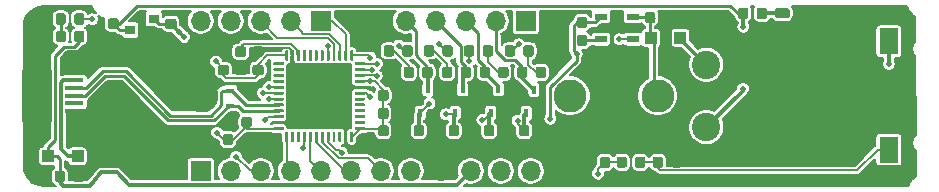
<source format=gtl>
G04 #@! TF.GenerationSoftware,KiCad,Pcbnew,(5.1.5-0-10_14)*
G04 #@! TF.CreationDate,2020-02-01T15:51:51-08:00*
G04 #@! TF.ProjectId,10440,31303434-302e-46b6-9963-61645f706362,rev?*
G04 #@! TF.SameCoordinates,Original*
G04 #@! TF.FileFunction,Copper,L1,Top*
G04 #@! TF.FilePolarity,Positive*
%FSLAX46Y46*%
G04 Gerber Fmt 4.6, Leading zero omitted, Abs format (unit mm)*
G04 Created by KiCad (PCBNEW (5.1.5-0-10_14)) date 2020-02-01 15:51:51*
%MOMM*%
%LPD*%
G04 APERTURE LIST*
%ADD10O,1.700000X1.700000*%
%ADD11R,1.700000X1.700000*%
%ADD12R,0.700000X0.450000*%
%ADD13C,2.800000*%
%ADD14C,0.100000*%
%ADD15C,2.400000*%
%ADD16R,0.450000X0.700000*%
%ADD17R,1.050000X0.600000*%
%ADD18R,0.900000X0.800000*%
%ADD19R,1.500000X2.000000*%
%ADD20R,1.650000X0.400000*%
%ADD21O,1.500000X1.100000*%
%ADD22O,1.700000X1.350000*%
%ADD23R,2.500000X4.400000*%
%ADD24R,1.600000X2.180000*%
%ADD25R,1.000000X1.000000*%
%ADD26C,0.508000*%
%ADD27C,0.152400*%
%ADD28C,0.310000*%
%ADD29C,0.254000*%
G04 APERTURE END LIST*
D10*
X90830000Y-93645000D03*
X93370000Y-93645000D03*
X95910000Y-93645000D03*
X98450000Y-93645000D03*
D11*
X100990000Y-93645000D03*
D10*
X73460000Y-93645000D03*
X76000000Y-93645000D03*
X78540000Y-93645000D03*
X81080000Y-93645000D03*
D11*
X83620000Y-93645000D03*
D10*
X101410000Y-106345000D03*
X98870000Y-106345000D03*
X96330000Y-106345000D03*
X93790000Y-106345000D03*
X91250000Y-106345000D03*
X88710000Y-106345000D03*
X86170000Y-106345000D03*
X83630000Y-106345000D03*
X81090000Y-106345000D03*
X78550000Y-106345000D03*
X76010000Y-106345000D03*
D11*
X73470000Y-106345000D03*
D12*
X77980000Y-100185000D03*
X75980000Y-100835000D03*
X75980000Y-99535000D03*
D13*
X104745000Y-99975000D03*
X112145000Y-99975000D03*
X66145000Y-99975000D03*
X73545000Y-99975000D03*
G04 #@! TA.AperFunction,SMDPad,CuDef*
D14*
G36*
X86318626Y-103005301D02*
G01*
X86324693Y-103006201D01*
X86330643Y-103007691D01*
X86336418Y-103009758D01*
X86341962Y-103012380D01*
X86347223Y-103015533D01*
X86352150Y-103019187D01*
X86356694Y-103023306D01*
X86360813Y-103027850D01*
X86364467Y-103032777D01*
X86367620Y-103038038D01*
X86370242Y-103043582D01*
X86372309Y-103049357D01*
X86373799Y-103055307D01*
X86374699Y-103061374D01*
X86375000Y-103067500D01*
X86375000Y-103817500D01*
X86374699Y-103823626D01*
X86373799Y-103829693D01*
X86372309Y-103835643D01*
X86370242Y-103841418D01*
X86367620Y-103846962D01*
X86364467Y-103852223D01*
X86360813Y-103857150D01*
X86356694Y-103861694D01*
X86352150Y-103865813D01*
X86347223Y-103869467D01*
X86341962Y-103872620D01*
X86336418Y-103875242D01*
X86330643Y-103877309D01*
X86324693Y-103878799D01*
X86318626Y-103879699D01*
X86312500Y-103880000D01*
X86187500Y-103880000D01*
X86181374Y-103879699D01*
X86175307Y-103878799D01*
X86169357Y-103877309D01*
X86163582Y-103875242D01*
X86158038Y-103872620D01*
X86152777Y-103869467D01*
X86147850Y-103865813D01*
X86143306Y-103861694D01*
X86139187Y-103857150D01*
X86135533Y-103852223D01*
X86132380Y-103846962D01*
X86129758Y-103841418D01*
X86127691Y-103835643D01*
X86126201Y-103829693D01*
X86125301Y-103823626D01*
X86125000Y-103817500D01*
X86125000Y-103067500D01*
X86125301Y-103061374D01*
X86126201Y-103055307D01*
X86127691Y-103049357D01*
X86129758Y-103043582D01*
X86132380Y-103038038D01*
X86135533Y-103032777D01*
X86139187Y-103027850D01*
X86143306Y-103023306D01*
X86147850Y-103019187D01*
X86152777Y-103015533D01*
X86158038Y-103012380D01*
X86163582Y-103009758D01*
X86169357Y-103007691D01*
X86175307Y-103006201D01*
X86181374Y-103005301D01*
X86187500Y-103005000D01*
X86312500Y-103005000D01*
X86318626Y-103005301D01*
G37*
G04 #@! TD.AperFunction*
G04 #@! TA.AperFunction,SMDPad,CuDef*
G36*
X85818626Y-103005301D02*
G01*
X85824693Y-103006201D01*
X85830643Y-103007691D01*
X85836418Y-103009758D01*
X85841962Y-103012380D01*
X85847223Y-103015533D01*
X85852150Y-103019187D01*
X85856694Y-103023306D01*
X85860813Y-103027850D01*
X85864467Y-103032777D01*
X85867620Y-103038038D01*
X85870242Y-103043582D01*
X85872309Y-103049357D01*
X85873799Y-103055307D01*
X85874699Y-103061374D01*
X85875000Y-103067500D01*
X85875000Y-103817500D01*
X85874699Y-103823626D01*
X85873799Y-103829693D01*
X85872309Y-103835643D01*
X85870242Y-103841418D01*
X85867620Y-103846962D01*
X85864467Y-103852223D01*
X85860813Y-103857150D01*
X85856694Y-103861694D01*
X85852150Y-103865813D01*
X85847223Y-103869467D01*
X85841962Y-103872620D01*
X85836418Y-103875242D01*
X85830643Y-103877309D01*
X85824693Y-103878799D01*
X85818626Y-103879699D01*
X85812500Y-103880000D01*
X85687500Y-103880000D01*
X85681374Y-103879699D01*
X85675307Y-103878799D01*
X85669357Y-103877309D01*
X85663582Y-103875242D01*
X85658038Y-103872620D01*
X85652777Y-103869467D01*
X85647850Y-103865813D01*
X85643306Y-103861694D01*
X85639187Y-103857150D01*
X85635533Y-103852223D01*
X85632380Y-103846962D01*
X85629758Y-103841418D01*
X85627691Y-103835643D01*
X85626201Y-103829693D01*
X85625301Y-103823626D01*
X85625000Y-103817500D01*
X85625000Y-103067500D01*
X85625301Y-103061374D01*
X85626201Y-103055307D01*
X85627691Y-103049357D01*
X85629758Y-103043582D01*
X85632380Y-103038038D01*
X85635533Y-103032777D01*
X85639187Y-103027850D01*
X85643306Y-103023306D01*
X85647850Y-103019187D01*
X85652777Y-103015533D01*
X85658038Y-103012380D01*
X85663582Y-103009758D01*
X85669357Y-103007691D01*
X85675307Y-103006201D01*
X85681374Y-103005301D01*
X85687500Y-103005000D01*
X85812500Y-103005000D01*
X85818626Y-103005301D01*
G37*
G04 #@! TD.AperFunction*
G04 #@! TA.AperFunction,SMDPad,CuDef*
G36*
X85318626Y-103005301D02*
G01*
X85324693Y-103006201D01*
X85330643Y-103007691D01*
X85336418Y-103009758D01*
X85341962Y-103012380D01*
X85347223Y-103015533D01*
X85352150Y-103019187D01*
X85356694Y-103023306D01*
X85360813Y-103027850D01*
X85364467Y-103032777D01*
X85367620Y-103038038D01*
X85370242Y-103043582D01*
X85372309Y-103049357D01*
X85373799Y-103055307D01*
X85374699Y-103061374D01*
X85375000Y-103067500D01*
X85375000Y-103817500D01*
X85374699Y-103823626D01*
X85373799Y-103829693D01*
X85372309Y-103835643D01*
X85370242Y-103841418D01*
X85367620Y-103846962D01*
X85364467Y-103852223D01*
X85360813Y-103857150D01*
X85356694Y-103861694D01*
X85352150Y-103865813D01*
X85347223Y-103869467D01*
X85341962Y-103872620D01*
X85336418Y-103875242D01*
X85330643Y-103877309D01*
X85324693Y-103878799D01*
X85318626Y-103879699D01*
X85312500Y-103880000D01*
X85187500Y-103880000D01*
X85181374Y-103879699D01*
X85175307Y-103878799D01*
X85169357Y-103877309D01*
X85163582Y-103875242D01*
X85158038Y-103872620D01*
X85152777Y-103869467D01*
X85147850Y-103865813D01*
X85143306Y-103861694D01*
X85139187Y-103857150D01*
X85135533Y-103852223D01*
X85132380Y-103846962D01*
X85129758Y-103841418D01*
X85127691Y-103835643D01*
X85126201Y-103829693D01*
X85125301Y-103823626D01*
X85125000Y-103817500D01*
X85125000Y-103067500D01*
X85125301Y-103061374D01*
X85126201Y-103055307D01*
X85127691Y-103049357D01*
X85129758Y-103043582D01*
X85132380Y-103038038D01*
X85135533Y-103032777D01*
X85139187Y-103027850D01*
X85143306Y-103023306D01*
X85147850Y-103019187D01*
X85152777Y-103015533D01*
X85158038Y-103012380D01*
X85163582Y-103009758D01*
X85169357Y-103007691D01*
X85175307Y-103006201D01*
X85181374Y-103005301D01*
X85187500Y-103005000D01*
X85312500Y-103005000D01*
X85318626Y-103005301D01*
G37*
G04 #@! TD.AperFunction*
G04 #@! TA.AperFunction,SMDPad,CuDef*
G36*
X84818626Y-103005301D02*
G01*
X84824693Y-103006201D01*
X84830643Y-103007691D01*
X84836418Y-103009758D01*
X84841962Y-103012380D01*
X84847223Y-103015533D01*
X84852150Y-103019187D01*
X84856694Y-103023306D01*
X84860813Y-103027850D01*
X84864467Y-103032777D01*
X84867620Y-103038038D01*
X84870242Y-103043582D01*
X84872309Y-103049357D01*
X84873799Y-103055307D01*
X84874699Y-103061374D01*
X84875000Y-103067500D01*
X84875000Y-103817500D01*
X84874699Y-103823626D01*
X84873799Y-103829693D01*
X84872309Y-103835643D01*
X84870242Y-103841418D01*
X84867620Y-103846962D01*
X84864467Y-103852223D01*
X84860813Y-103857150D01*
X84856694Y-103861694D01*
X84852150Y-103865813D01*
X84847223Y-103869467D01*
X84841962Y-103872620D01*
X84836418Y-103875242D01*
X84830643Y-103877309D01*
X84824693Y-103878799D01*
X84818626Y-103879699D01*
X84812500Y-103880000D01*
X84687500Y-103880000D01*
X84681374Y-103879699D01*
X84675307Y-103878799D01*
X84669357Y-103877309D01*
X84663582Y-103875242D01*
X84658038Y-103872620D01*
X84652777Y-103869467D01*
X84647850Y-103865813D01*
X84643306Y-103861694D01*
X84639187Y-103857150D01*
X84635533Y-103852223D01*
X84632380Y-103846962D01*
X84629758Y-103841418D01*
X84627691Y-103835643D01*
X84626201Y-103829693D01*
X84625301Y-103823626D01*
X84625000Y-103817500D01*
X84625000Y-103067500D01*
X84625301Y-103061374D01*
X84626201Y-103055307D01*
X84627691Y-103049357D01*
X84629758Y-103043582D01*
X84632380Y-103038038D01*
X84635533Y-103032777D01*
X84639187Y-103027850D01*
X84643306Y-103023306D01*
X84647850Y-103019187D01*
X84652777Y-103015533D01*
X84658038Y-103012380D01*
X84663582Y-103009758D01*
X84669357Y-103007691D01*
X84675307Y-103006201D01*
X84681374Y-103005301D01*
X84687500Y-103005000D01*
X84812500Y-103005000D01*
X84818626Y-103005301D01*
G37*
G04 #@! TD.AperFunction*
G04 #@! TA.AperFunction,SMDPad,CuDef*
G36*
X84318626Y-103005301D02*
G01*
X84324693Y-103006201D01*
X84330643Y-103007691D01*
X84336418Y-103009758D01*
X84341962Y-103012380D01*
X84347223Y-103015533D01*
X84352150Y-103019187D01*
X84356694Y-103023306D01*
X84360813Y-103027850D01*
X84364467Y-103032777D01*
X84367620Y-103038038D01*
X84370242Y-103043582D01*
X84372309Y-103049357D01*
X84373799Y-103055307D01*
X84374699Y-103061374D01*
X84375000Y-103067500D01*
X84375000Y-103817500D01*
X84374699Y-103823626D01*
X84373799Y-103829693D01*
X84372309Y-103835643D01*
X84370242Y-103841418D01*
X84367620Y-103846962D01*
X84364467Y-103852223D01*
X84360813Y-103857150D01*
X84356694Y-103861694D01*
X84352150Y-103865813D01*
X84347223Y-103869467D01*
X84341962Y-103872620D01*
X84336418Y-103875242D01*
X84330643Y-103877309D01*
X84324693Y-103878799D01*
X84318626Y-103879699D01*
X84312500Y-103880000D01*
X84187500Y-103880000D01*
X84181374Y-103879699D01*
X84175307Y-103878799D01*
X84169357Y-103877309D01*
X84163582Y-103875242D01*
X84158038Y-103872620D01*
X84152777Y-103869467D01*
X84147850Y-103865813D01*
X84143306Y-103861694D01*
X84139187Y-103857150D01*
X84135533Y-103852223D01*
X84132380Y-103846962D01*
X84129758Y-103841418D01*
X84127691Y-103835643D01*
X84126201Y-103829693D01*
X84125301Y-103823626D01*
X84125000Y-103817500D01*
X84125000Y-103067500D01*
X84125301Y-103061374D01*
X84126201Y-103055307D01*
X84127691Y-103049357D01*
X84129758Y-103043582D01*
X84132380Y-103038038D01*
X84135533Y-103032777D01*
X84139187Y-103027850D01*
X84143306Y-103023306D01*
X84147850Y-103019187D01*
X84152777Y-103015533D01*
X84158038Y-103012380D01*
X84163582Y-103009758D01*
X84169357Y-103007691D01*
X84175307Y-103006201D01*
X84181374Y-103005301D01*
X84187500Y-103005000D01*
X84312500Y-103005000D01*
X84318626Y-103005301D01*
G37*
G04 #@! TD.AperFunction*
G04 #@! TA.AperFunction,SMDPad,CuDef*
G36*
X83818626Y-103005301D02*
G01*
X83824693Y-103006201D01*
X83830643Y-103007691D01*
X83836418Y-103009758D01*
X83841962Y-103012380D01*
X83847223Y-103015533D01*
X83852150Y-103019187D01*
X83856694Y-103023306D01*
X83860813Y-103027850D01*
X83864467Y-103032777D01*
X83867620Y-103038038D01*
X83870242Y-103043582D01*
X83872309Y-103049357D01*
X83873799Y-103055307D01*
X83874699Y-103061374D01*
X83875000Y-103067500D01*
X83875000Y-103817500D01*
X83874699Y-103823626D01*
X83873799Y-103829693D01*
X83872309Y-103835643D01*
X83870242Y-103841418D01*
X83867620Y-103846962D01*
X83864467Y-103852223D01*
X83860813Y-103857150D01*
X83856694Y-103861694D01*
X83852150Y-103865813D01*
X83847223Y-103869467D01*
X83841962Y-103872620D01*
X83836418Y-103875242D01*
X83830643Y-103877309D01*
X83824693Y-103878799D01*
X83818626Y-103879699D01*
X83812500Y-103880000D01*
X83687500Y-103880000D01*
X83681374Y-103879699D01*
X83675307Y-103878799D01*
X83669357Y-103877309D01*
X83663582Y-103875242D01*
X83658038Y-103872620D01*
X83652777Y-103869467D01*
X83647850Y-103865813D01*
X83643306Y-103861694D01*
X83639187Y-103857150D01*
X83635533Y-103852223D01*
X83632380Y-103846962D01*
X83629758Y-103841418D01*
X83627691Y-103835643D01*
X83626201Y-103829693D01*
X83625301Y-103823626D01*
X83625000Y-103817500D01*
X83625000Y-103067500D01*
X83625301Y-103061374D01*
X83626201Y-103055307D01*
X83627691Y-103049357D01*
X83629758Y-103043582D01*
X83632380Y-103038038D01*
X83635533Y-103032777D01*
X83639187Y-103027850D01*
X83643306Y-103023306D01*
X83647850Y-103019187D01*
X83652777Y-103015533D01*
X83658038Y-103012380D01*
X83663582Y-103009758D01*
X83669357Y-103007691D01*
X83675307Y-103006201D01*
X83681374Y-103005301D01*
X83687500Y-103005000D01*
X83812500Y-103005000D01*
X83818626Y-103005301D01*
G37*
G04 #@! TD.AperFunction*
G04 #@! TA.AperFunction,SMDPad,CuDef*
G36*
X83318626Y-103005301D02*
G01*
X83324693Y-103006201D01*
X83330643Y-103007691D01*
X83336418Y-103009758D01*
X83341962Y-103012380D01*
X83347223Y-103015533D01*
X83352150Y-103019187D01*
X83356694Y-103023306D01*
X83360813Y-103027850D01*
X83364467Y-103032777D01*
X83367620Y-103038038D01*
X83370242Y-103043582D01*
X83372309Y-103049357D01*
X83373799Y-103055307D01*
X83374699Y-103061374D01*
X83375000Y-103067500D01*
X83375000Y-103817500D01*
X83374699Y-103823626D01*
X83373799Y-103829693D01*
X83372309Y-103835643D01*
X83370242Y-103841418D01*
X83367620Y-103846962D01*
X83364467Y-103852223D01*
X83360813Y-103857150D01*
X83356694Y-103861694D01*
X83352150Y-103865813D01*
X83347223Y-103869467D01*
X83341962Y-103872620D01*
X83336418Y-103875242D01*
X83330643Y-103877309D01*
X83324693Y-103878799D01*
X83318626Y-103879699D01*
X83312500Y-103880000D01*
X83187500Y-103880000D01*
X83181374Y-103879699D01*
X83175307Y-103878799D01*
X83169357Y-103877309D01*
X83163582Y-103875242D01*
X83158038Y-103872620D01*
X83152777Y-103869467D01*
X83147850Y-103865813D01*
X83143306Y-103861694D01*
X83139187Y-103857150D01*
X83135533Y-103852223D01*
X83132380Y-103846962D01*
X83129758Y-103841418D01*
X83127691Y-103835643D01*
X83126201Y-103829693D01*
X83125301Y-103823626D01*
X83125000Y-103817500D01*
X83125000Y-103067500D01*
X83125301Y-103061374D01*
X83126201Y-103055307D01*
X83127691Y-103049357D01*
X83129758Y-103043582D01*
X83132380Y-103038038D01*
X83135533Y-103032777D01*
X83139187Y-103027850D01*
X83143306Y-103023306D01*
X83147850Y-103019187D01*
X83152777Y-103015533D01*
X83158038Y-103012380D01*
X83163582Y-103009758D01*
X83169357Y-103007691D01*
X83175307Y-103006201D01*
X83181374Y-103005301D01*
X83187500Y-103005000D01*
X83312500Y-103005000D01*
X83318626Y-103005301D01*
G37*
G04 #@! TD.AperFunction*
G04 #@! TA.AperFunction,SMDPad,CuDef*
G36*
X82818626Y-103005301D02*
G01*
X82824693Y-103006201D01*
X82830643Y-103007691D01*
X82836418Y-103009758D01*
X82841962Y-103012380D01*
X82847223Y-103015533D01*
X82852150Y-103019187D01*
X82856694Y-103023306D01*
X82860813Y-103027850D01*
X82864467Y-103032777D01*
X82867620Y-103038038D01*
X82870242Y-103043582D01*
X82872309Y-103049357D01*
X82873799Y-103055307D01*
X82874699Y-103061374D01*
X82875000Y-103067500D01*
X82875000Y-103817500D01*
X82874699Y-103823626D01*
X82873799Y-103829693D01*
X82872309Y-103835643D01*
X82870242Y-103841418D01*
X82867620Y-103846962D01*
X82864467Y-103852223D01*
X82860813Y-103857150D01*
X82856694Y-103861694D01*
X82852150Y-103865813D01*
X82847223Y-103869467D01*
X82841962Y-103872620D01*
X82836418Y-103875242D01*
X82830643Y-103877309D01*
X82824693Y-103878799D01*
X82818626Y-103879699D01*
X82812500Y-103880000D01*
X82687500Y-103880000D01*
X82681374Y-103879699D01*
X82675307Y-103878799D01*
X82669357Y-103877309D01*
X82663582Y-103875242D01*
X82658038Y-103872620D01*
X82652777Y-103869467D01*
X82647850Y-103865813D01*
X82643306Y-103861694D01*
X82639187Y-103857150D01*
X82635533Y-103852223D01*
X82632380Y-103846962D01*
X82629758Y-103841418D01*
X82627691Y-103835643D01*
X82626201Y-103829693D01*
X82625301Y-103823626D01*
X82625000Y-103817500D01*
X82625000Y-103067500D01*
X82625301Y-103061374D01*
X82626201Y-103055307D01*
X82627691Y-103049357D01*
X82629758Y-103043582D01*
X82632380Y-103038038D01*
X82635533Y-103032777D01*
X82639187Y-103027850D01*
X82643306Y-103023306D01*
X82647850Y-103019187D01*
X82652777Y-103015533D01*
X82658038Y-103012380D01*
X82663582Y-103009758D01*
X82669357Y-103007691D01*
X82675307Y-103006201D01*
X82681374Y-103005301D01*
X82687500Y-103005000D01*
X82812500Y-103005000D01*
X82818626Y-103005301D01*
G37*
G04 #@! TD.AperFunction*
G04 #@! TA.AperFunction,SMDPad,CuDef*
G36*
X82318626Y-103005301D02*
G01*
X82324693Y-103006201D01*
X82330643Y-103007691D01*
X82336418Y-103009758D01*
X82341962Y-103012380D01*
X82347223Y-103015533D01*
X82352150Y-103019187D01*
X82356694Y-103023306D01*
X82360813Y-103027850D01*
X82364467Y-103032777D01*
X82367620Y-103038038D01*
X82370242Y-103043582D01*
X82372309Y-103049357D01*
X82373799Y-103055307D01*
X82374699Y-103061374D01*
X82375000Y-103067500D01*
X82375000Y-103817500D01*
X82374699Y-103823626D01*
X82373799Y-103829693D01*
X82372309Y-103835643D01*
X82370242Y-103841418D01*
X82367620Y-103846962D01*
X82364467Y-103852223D01*
X82360813Y-103857150D01*
X82356694Y-103861694D01*
X82352150Y-103865813D01*
X82347223Y-103869467D01*
X82341962Y-103872620D01*
X82336418Y-103875242D01*
X82330643Y-103877309D01*
X82324693Y-103878799D01*
X82318626Y-103879699D01*
X82312500Y-103880000D01*
X82187500Y-103880000D01*
X82181374Y-103879699D01*
X82175307Y-103878799D01*
X82169357Y-103877309D01*
X82163582Y-103875242D01*
X82158038Y-103872620D01*
X82152777Y-103869467D01*
X82147850Y-103865813D01*
X82143306Y-103861694D01*
X82139187Y-103857150D01*
X82135533Y-103852223D01*
X82132380Y-103846962D01*
X82129758Y-103841418D01*
X82127691Y-103835643D01*
X82126201Y-103829693D01*
X82125301Y-103823626D01*
X82125000Y-103817500D01*
X82125000Y-103067500D01*
X82125301Y-103061374D01*
X82126201Y-103055307D01*
X82127691Y-103049357D01*
X82129758Y-103043582D01*
X82132380Y-103038038D01*
X82135533Y-103032777D01*
X82139187Y-103027850D01*
X82143306Y-103023306D01*
X82147850Y-103019187D01*
X82152777Y-103015533D01*
X82158038Y-103012380D01*
X82163582Y-103009758D01*
X82169357Y-103007691D01*
X82175307Y-103006201D01*
X82181374Y-103005301D01*
X82187500Y-103005000D01*
X82312500Y-103005000D01*
X82318626Y-103005301D01*
G37*
G04 #@! TD.AperFunction*
G04 #@! TA.AperFunction,SMDPad,CuDef*
G36*
X81818626Y-103005301D02*
G01*
X81824693Y-103006201D01*
X81830643Y-103007691D01*
X81836418Y-103009758D01*
X81841962Y-103012380D01*
X81847223Y-103015533D01*
X81852150Y-103019187D01*
X81856694Y-103023306D01*
X81860813Y-103027850D01*
X81864467Y-103032777D01*
X81867620Y-103038038D01*
X81870242Y-103043582D01*
X81872309Y-103049357D01*
X81873799Y-103055307D01*
X81874699Y-103061374D01*
X81875000Y-103067500D01*
X81875000Y-103817500D01*
X81874699Y-103823626D01*
X81873799Y-103829693D01*
X81872309Y-103835643D01*
X81870242Y-103841418D01*
X81867620Y-103846962D01*
X81864467Y-103852223D01*
X81860813Y-103857150D01*
X81856694Y-103861694D01*
X81852150Y-103865813D01*
X81847223Y-103869467D01*
X81841962Y-103872620D01*
X81836418Y-103875242D01*
X81830643Y-103877309D01*
X81824693Y-103878799D01*
X81818626Y-103879699D01*
X81812500Y-103880000D01*
X81687500Y-103880000D01*
X81681374Y-103879699D01*
X81675307Y-103878799D01*
X81669357Y-103877309D01*
X81663582Y-103875242D01*
X81658038Y-103872620D01*
X81652777Y-103869467D01*
X81647850Y-103865813D01*
X81643306Y-103861694D01*
X81639187Y-103857150D01*
X81635533Y-103852223D01*
X81632380Y-103846962D01*
X81629758Y-103841418D01*
X81627691Y-103835643D01*
X81626201Y-103829693D01*
X81625301Y-103823626D01*
X81625000Y-103817500D01*
X81625000Y-103067500D01*
X81625301Y-103061374D01*
X81626201Y-103055307D01*
X81627691Y-103049357D01*
X81629758Y-103043582D01*
X81632380Y-103038038D01*
X81635533Y-103032777D01*
X81639187Y-103027850D01*
X81643306Y-103023306D01*
X81647850Y-103019187D01*
X81652777Y-103015533D01*
X81658038Y-103012380D01*
X81663582Y-103009758D01*
X81669357Y-103007691D01*
X81675307Y-103006201D01*
X81681374Y-103005301D01*
X81687500Y-103005000D01*
X81812500Y-103005000D01*
X81818626Y-103005301D01*
G37*
G04 #@! TD.AperFunction*
G04 #@! TA.AperFunction,SMDPad,CuDef*
G36*
X81318626Y-103005301D02*
G01*
X81324693Y-103006201D01*
X81330643Y-103007691D01*
X81336418Y-103009758D01*
X81341962Y-103012380D01*
X81347223Y-103015533D01*
X81352150Y-103019187D01*
X81356694Y-103023306D01*
X81360813Y-103027850D01*
X81364467Y-103032777D01*
X81367620Y-103038038D01*
X81370242Y-103043582D01*
X81372309Y-103049357D01*
X81373799Y-103055307D01*
X81374699Y-103061374D01*
X81375000Y-103067500D01*
X81375000Y-103817500D01*
X81374699Y-103823626D01*
X81373799Y-103829693D01*
X81372309Y-103835643D01*
X81370242Y-103841418D01*
X81367620Y-103846962D01*
X81364467Y-103852223D01*
X81360813Y-103857150D01*
X81356694Y-103861694D01*
X81352150Y-103865813D01*
X81347223Y-103869467D01*
X81341962Y-103872620D01*
X81336418Y-103875242D01*
X81330643Y-103877309D01*
X81324693Y-103878799D01*
X81318626Y-103879699D01*
X81312500Y-103880000D01*
X81187500Y-103880000D01*
X81181374Y-103879699D01*
X81175307Y-103878799D01*
X81169357Y-103877309D01*
X81163582Y-103875242D01*
X81158038Y-103872620D01*
X81152777Y-103869467D01*
X81147850Y-103865813D01*
X81143306Y-103861694D01*
X81139187Y-103857150D01*
X81135533Y-103852223D01*
X81132380Y-103846962D01*
X81129758Y-103841418D01*
X81127691Y-103835643D01*
X81126201Y-103829693D01*
X81125301Y-103823626D01*
X81125000Y-103817500D01*
X81125000Y-103067500D01*
X81125301Y-103061374D01*
X81126201Y-103055307D01*
X81127691Y-103049357D01*
X81129758Y-103043582D01*
X81132380Y-103038038D01*
X81135533Y-103032777D01*
X81139187Y-103027850D01*
X81143306Y-103023306D01*
X81147850Y-103019187D01*
X81152777Y-103015533D01*
X81158038Y-103012380D01*
X81163582Y-103009758D01*
X81169357Y-103007691D01*
X81175307Y-103006201D01*
X81181374Y-103005301D01*
X81187500Y-103005000D01*
X81312500Y-103005000D01*
X81318626Y-103005301D01*
G37*
G04 #@! TD.AperFunction*
G04 #@! TA.AperFunction,SMDPad,CuDef*
G36*
X80818626Y-103005301D02*
G01*
X80824693Y-103006201D01*
X80830643Y-103007691D01*
X80836418Y-103009758D01*
X80841962Y-103012380D01*
X80847223Y-103015533D01*
X80852150Y-103019187D01*
X80856694Y-103023306D01*
X80860813Y-103027850D01*
X80864467Y-103032777D01*
X80867620Y-103038038D01*
X80870242Y-103043582D01*
X80872309Y-103049357D01*
X80873799Y-103055307D01*
X80874699Y-103061374D01*
X80875000Y-103067500D01*
X80875000Y-103817500D01*
X80874699Y-103823626D01*
X80873799Y-103829693D01*
X80872309Y-103835643D01*
X80870242Y-103841418D01*
X80867620Y-103846962D01*
X80864467Y-103852223D01*
X80860813Y-103857150D01*
X80856694Y-103861694D01*
X80852150Y-103865813D01*
X80847223Y-103869467D01*
X80841962Y-103872620D01*
X80836418Y-103875242D01*
X80830643Y-103877309D01*
X80824693Y-103878799D01*
X80818626Y-103879699D01*
X80812500Y-103880000D01*
X80687500Y-103880000D01*
X80681374Y-103879699D01*
X80675307Y-103878799D01*
X80669357Y-103877309D01*
X80663582Y-103875242D01*
X80658038Y-103872620D01*
X80652777Y-103869467D01*
X80647850Y-103865813D01*
X80643306Y-103861694D01*
X80639187Y-103857150D01*
X80635533Y-103852223D01*
X80632380Y-103846962D01*
X80629758Y-103841418D01*
X80627691Y-103835643D01*
X80626201Y-103829693D01*
X80625301Y-103823626D01*
X80625000Y-103817500D01*
X80625000Y-103067500D01*
X80625301Y-103061374D01*
X80626201Y-103055307D01*
X80627691Y-103049357D01*
X80629758Y-103043582D01*
X80632380Y-103038038D01*
X80635533Y-103032777D01*
X80639187Y-103027850D01*
X80643306Y-103023306D01*
X80647850Y-103019187D01*
X80652777Y-103015533D01*
X80658038Y-103012380D01*
X80663582Y-103009758D01*
X80669357Y-103007691D01*
X80675307Y-103006201D01*
X80681374Y-103005301D01*
X80687500Y-103005000D01*
X80812500Y-103005000D01*
X80818626Y-103005301D01*
G37*
G04 #@! TD.AperFunction*
G04 #@! TA.AperFunction,SMDPad,CuDef*
G36*
X80443626Y-102630301D02*
G01*
X80449693Y-102631201D01*
X80455643Y-102632691D01*
X80461418Y-102634758D01*
X80466962Y-102637380D01*
X80472223Y-102640533D01*
X80477150Y-102644187D01*
X80481694Y-102648306D01*
X80485813Y-102652850D01*
X80489467Y-102657777D01*
X80492620Y-102663038D01*
X80495242Y-102668582D01*
X80497309Y-102674357D01*
X80498799Y-102680307D01*
X80499699Y-102686374D01*
X80500000Y-102692500D01*
X80500000Y-102817500D01*
X80499699Y-102823626D01*
X80498799Y-102829693D01*
X80497309Y-102835643D01*
X80495242Y-102841418D01*
X80492620Y-102846962D01*
X80489467Y-102852223D01*
X80485813Y-102857150D01*
X80481694Y-102861694D01*
X80477150Y-102865813D01*
X80472223Y-102869467D01*
X80466962Y-102872620D01*
X80461418Y-102875242D01*
X80455643Y-102877309D01*
X80449693Y-102878799D01*
X80443626Y-102879699D01*
X80437500Y-102880000D01*
X79687500Y-102880000D01*
X79681374Y-102879699D01*
X79675307Y-102878799D01*
X79669357Y-102877309D01*
X79663582Y-102875242D01*
X79658038Y-102872620D01*
X79652777Y-102869467D01*
X79647850Y-102865813D01*
X79643306Y-102861694D01*
X79639187Y-102857150D01*
X79635533Y-102852223D01*
X79632380Y-102846962D01*
X79629758Y-102841418D01*
X79627691Y-102835643D01*
X79626201Y-102829693D01*
X79625301Y-102823626D01*
X79625000Y-102817500D01*
X79625000Y-102692500D01*
X79625301Y-102686374D01*
X79626201Y-102680307D01*
X79627691Y-102674357D01*
X79629758Y-102668582D01*
X79632380Y-102663038D01*
X79635533Y-102657777D01*
X79639187Y-102652850D01*
X79643306Y-102648306D01*
X79647850Y-102644187D01*
X79652777Y-102640533D01*
X79658038Y-102637380D01*
X79663582Y-102634758D01*
X79669357Y-102632691D01*
X79675307Y-102631201D01*
X79681374Y-102630301D01*
X79687500Y-102630000D01*
X80437500Y-102630000D01*
X80443626Y-102630301D01*
G37*
G04 #@! TD.AperFunction*
G04 #@! TA.AperFunction,SMDPad,CuDef*
G36*
X80443626Y-102130301D02*
G01*
X80449693Y-102131201D01*
X80455643Y-102132691D01*
X80461418Y-102134758D01*
X80466962Y-102137380D01*
X80472223Y-102140533D01*
X80477150Y-102144187D01*
X80481694Y-102148306D01*
X80485813Y-102152850D01*
X80489467Y-102157777D01*
X80492620Y-102163038D01*
X80495242Y-102168582D01*
X80497309Y-102174357D01*
X80498799Y-102180307D01*
X80499699Y-102186374D01*
X80500000Y-102192500D01*
X80500000Y-102317500D01*
X80499699Y-102323626D01*
X80498799Y-102329693D01*
X80497309Y-102335643D01*
X80495242Y-102341418D01*
X80492620Y-102346962D01*
X80489467Y-102352223D01*
X80485813Y-102357150D01*
X80481694Y-102361694D01*
X80477150Y-102365813D01*
X80472223Y-102369467D01*
X80466962Y-102372620D01*
X80461418Y-102375242D01*
X80455643Y-102377309D01*
X80449693Y-102378799D01*
X80443626Y-102379699D01*
X80437500Y-102380000D01*
X79687500Y-102380000D01*
X79681374Y-102379699D01*
X79675307Y-102378799D01*
X79669357Y-102377309D01*
X79663582Y-102375242D01*
X79658038Y-102372620D01*
X79652777Y-102369467D01*
X79647850Y-102365813D01*
X79643306Y-102361694D01*
X79639187Y-102357150D01*
X79635533Y-102352223D01*
X79632380Y-102346962D01*
X79629758Y-102341418D01*
X79627691Y-102335643D01*
X79626201Y-102329693D01*
X79625301Y-102323626D01*
X79625000Y-102317500D01*
X79625000Y-102192500D01*
X79625301Y-102186374D01*
X79626201Y-102180307D01*
X79627691Y-102174357D01*
X79629758Y-102168582D01*
X79632380Y-102163038D01*
X79635533Y-102157777D01*
X79639187Y-102152850D01*
X79643306Y-102148306D01*
X79647850Y-102144187D01*
X79652777Y-102140533D01*
X79658038Y-102137380D01*
X79663582Y-102134758D01*
X79669357Y-102132691D01*
X79675307Y-102131201D01*
X79681374Y-102130301D01*
X79687500Y-102130000D01*
X80437500Y-102130000D01*
X80443626Y-102130301D01*
G37*
G04 #@! TD.AperFunction*
G04 #@! TA.AperFunction,SMDPad,CuDef*
G36*
X80443626Y-101630301D02*
G01*
X80449693Y-101631201D01*
X80455643Y-101632691D01*
X80461418Y-101634758D01*
X80466962Y-101637380D01*
X80472223Y-101640533D01*
X80477150Y-101644187D01*
X80481694Y-101648306D01*
X80485813Y-101652850D01*
X80489467Y-101657777D01*
X80492620Y-101663038D01*
X80495242Y-101668582D01*
X80497309Y-101674357D01*
X80498799Y-101680307D01*
X80499699Y-101686374D01*
X80500000Y-101692500D01*
X80500000Y-101817500D01*
X80499699Y-101823626D01*
X80498799Y-101829693D01*
X80497309Y-101835643D01*
X80495242Y-101841418D01*
X80492620Y-101846962D01*
X80489467Y-101852223D01*
X80485813Y-101857150D01*
X80481694Y-101861694D01*
X80477150Y-101865813D01*
X80472223Y-101869467D01*
X80466962Y-101872620D01*
X80461418Y-101875242D01*
X80455643Y-101877309D01*
X80449693Y-101878799D01*
X80443626Y-101879699D01*
X80437500Y-101880000D01*
X79687500Y-101880000D01*
X79681374Y-101879699D01*
X79675307Y-101878799D01*
X79669357Y-101877309D01*
X79663582Y-101875242D01*
X79658038Y-101872620D01*
X79652777Y-101869467D01*
X79647850Y-101865813D01*
X79643306Y-101861694D01*
X79639187Y-101857150D01*
X79635533Y-101852223D01*
X79632380Y-101846962D01*
X79629758Y-101841418D01*
X79627691Y-101835643D01*
X79626201Y-101829693D01*
X79625301Y-101823626D01*
X79625000Y-101817500D01*
X79625000Y-101692500D01*
X79625301Y-101686374D01*
X79626201Y-101680307D01*
X79627691Y-101674357D01*
X79629758Y-101668582D01*
X79632380Y-101663038D01*
X79635533Y-101657777D01*
X79639187Y-101652850D01*
X79643306Y-101648306D01*
X79647850Y-101644187D01*
X79652777Y-101640533D01*
X79658038Y-101637380D01*
X79663582Y-101634758D01*
X79669357Y-101632691D01*
X79675307Y-101631201D01*
X79681374Y-101630301D01*
X79687500Y-101630000D01*
X80437500Y-101630000D01*
X80443626Y-101630301D01*
G37*
G04 #@! TD.AperFunction*
G04 #@! TA.AperFunction,SMDPad,CuDef*
G36*
X80443626Y-101130301D02*
G01*
X80449693Y-101131201D01*
X80455643Y-101132691D01*
X80461418Y-101134758D01*
X80466962Y-101137380D01*
X80472223Y-101140533D01*
X80477150Y-101144187D01*
X80481694Y-101148306D01*
X80485813Y-101152850D01*
X80489467Y-101157777D01*
X80492620Y-101163038D01*
X80495242Y-101168582D01*
X80497309Y-101174357D01*
X80498799Y-101180307D01*
X80499699Y-101186374D01*
X80500000Y-101192500D01*
X80500000Y-101317500D01*
X80499699Y-101323626D01*
X80498799Y-101329693D01*
X80497309Y-101335643D01*
X80495242Y-101341418D01*
X80492620Y-101346962D01*
X80489467Y-101352223D01*
X80485813Y-101357150D01*
X80481694Y-101361694D01*
X80477150Y-101365813D01*
X80472223Y-101369467D01*
X80466962Y-101372620D01*
X80461418Y-101375242D01*
X80455643Y-101377309D01*
X80449693Y-101378799D01*
X80443626Y-101379699D01*
X80437500Y-101380000D01*
X79687500Y-101380000D01*
X79681374Y-101379699D01*
X79675307Y-101378799D01*
X79669357Y-101377309D01*
X79663582Y-101375242D01*
X79658038Y-101372620D01*
X79652777Y-101369467D01*
X79647850Y-101365813D01*
X79643306Y-101361694D01*
X79639187Y-101357150D01*
X79635533Y-101352223D01*
X79632380Y-101346962D01*
X79629758Y-101341418D01*
X79627691Y-101335643D01*
X79626201Y-101329693D01*
X79625301Y-101323626D01*
X79625000Y-101317500D01*
X79625000Y-101192500D01*
X79625301Y-101186374D01*
X79626201Y-101180307D01*
X79627691Y-101174357D01*
X79629758Y-101168582D01*
X79632380Y-101163038D01*
X79635533Y-101157777D01*
X79639187Y-101152850D01*
X79643306Y-101148306D01*
X79647850Y-101144187D01*
X79652777Y-101140533D01*
X79658038Y-101137380D01*
X79663582Y-101134758D01*
X79669357Y-101132691D01*
X79675307Y-101131201D01*
X79681374Y-101130301D01*
X79687500Y-101130000D01*
X80437500Y-101130000D01*
X80443626Y-101130301D01*
G37*
G04 #@! TD.AperFunction*
G04 #@! TA.AperFunction,SMDPad,CuDef*
G36*
X80443626Y-100630301D02*
G01*
X80449693Y-100631201D01*
X80455643Y-100632691D01*
X80461418Y-100634758D01*
X80466962Y-100637380D01*
X80472223Y-100640533D01*
X80477150Y-100644187D01*
X80481694Y-100648306D01*
X80485813Y-100652850D01*
X80489467Y-100657777D01*
X80492620Y-100663038D01*
X80495242Y-100668582D01*
X80497309Y-100674357D01*
X80498799Y-100680307D01*
X80499699Y-100686374D01*
X80500000Y-100692500D01*
X80500000Y-100817500D01*
X80499699Y-100823626D01*
X80498799Y-100829693D01*
X80497309Y-100835643D01*
X80495242Y-100841418D01*
X80492620Y-100846962D01*
X80489467Y-100852223D01*
X80485813Y-100857150D01*
X80481694Y-100861694D01*
X80477150Y-100865813D01*
X80472223Y-100869467D01*
X80466962Y-100872620D01*
X80461418Y-100875242D01*
X80455643Y-100877309D01*
X80449693Y-100878799D01*
X80443626Y-100879699D01*
X80437500Y-100880000D01*
X79687500Y-100880000D01*
X79681374Y-100879699D01*
X79675307Y-100878799D01*
X79669357Y-100877309D01*
X79663582Y-100875242D01*
X79658038Y-100872620D01*
X79652777Y-100869467D01*
X79647850Y-100865813D01*
X79643306Y-100861694D01*
X79639187Y-100857150D01*
X79635533Y-100852223D01*
X79632380Y-100846962D01*
X79629758Y-100841418D01*
X79627691Y-100835643D01*
X79626201Y-100829693D01*
X79625301Y-100823626D01*
X79625000Y-100817500D01*
X79625000Y-100692500D01*
X79625301Y-100686374D01*
X79626201Y-100680307D01*
X79627691Y-100674357D01*
X79629758Y-100668582D01*
X79632380Y-100663038D01*
X79635533Y-100657777D01*
X79639187Y-100652850D01*
X79643306Y-100648306D01*
X79647850Y-100644187D01*
X79652777Y-100640533D01*
X79658038Y-100637380D01*
X79663582Y-100634758D01*
X79669357Y-100632691D01*
X79675307Y-100631201D01*
X79681374Y-100630301D01*
X79687500Y-100630000D01*
X80437500Y-100630000D01*
X80443626Y-100630301D01*
G37*
G04 #@! TD.AperFunction*
G04 #@! TA.AperFunction,SMDPad,CuDef*
G36*
X80443626Y-100130301D02*
G01*
X80449693Y-100131201D01*
X80455643Y-100132691D01*
X80461418Y-100134758D01*
X80466962Y-100137380D01*
X80472223Y-100140533D01*
X80477150Y-100144187D01*
X80481694Y-100148306D01*
X80485813Y-100152850D01*
X80489467Y-100157777D01*
X80492620Y-100163038D01*
X80495242Y-100168582D01*
X80497309Y-100174357D01*
X80498799Y-100180307D01*
X80499699Y-100186374D01*
X80500000Y-100192500D01*
X80500000Y-100317500D01*
X80499699Y-100323626D01*
X80498799Y-100329693D01*
X80497309Y-100335643D01*
X80495242Y-100341418D01*
X80492620Y-100346962D01*
X80489467Y-100352223D01*
X80485813Y-100357150D01*
X80481694Y-100361694D01*
X80477150Y-100365813D01*
X80472223Y-100369467D01*
X80466962Y-100372620D01*
X80461418Y-100375242D01*
X80455643Y-100377309D01*
X80449693Y-100378799D01*
X80443626Y-100379699D01*
X80437500Y-100380000D01*
X79687500Y-100380000D01*
X79681374Y-100379699D01*
X79675307Y-100378799D01*
X79669357Y-100377309D01*
X79663582Y-100375242D01*
X79658038Y-100372620D01*
X79652777Y-100369467D01*
X79647850Y-100365813D01*
X79643306Y-100361694D01*
X79639187Y-100357150D01*
X79635533Y-100352223D01*
X79632380Y-100346962D01*
X79629758Y-100341418D01*
X79627691Y-100335643D01*
X79626201Y-100329693D01*
X79625301Y-100323626D01*
X79625000Y-100317500D01*
X79625000Y-100192500D01*
X79625301Y-100186374D01*
X79626201Y-100180307D01*
X79627691Y-100174357D01*
X79629758Y-100168582D01*
X79632380Y-100163038D01*
X79635533Y-100157777D01*
X79639187Y-100152850D01*
X79643306Y-100148306D01*
X79647850Y-100144187D01*
X79652777Y-100140533D01*
X79658038Y-100137380D01*
X79663582Y-100134758D01*
X79669357Y-100132691D01*
X79675307Y-100131201D01*
X79681374Y-100130301D01*
X79687500Y-100130000D01*
X80437500Y-100130000D01*
X80443626Y-100130301D01*
G37*
G04 #@! TD.AperFunction*
G04 #@! TA.AperFunction,SMDPad,CuDef*
G36*
X80443626Y-99630301D02*
G01*
X80449693Y-99631201D01*
X80455643Y-99632691D01*
X80461418Y-99634758D01*
X80466962Y-99637380D01*
X80472223Y-99640533D01*
X80477150Y-99644187D01*
X80481694Y-99648306D01*
X80485813Y-99652850D01*
X80489467Y-99657777D01*
X80492620Y-99663038D01*
X80495242Y-99668582D01*
X80497309Y-99674357D01*
X80498799Y-99680307D01*
X80499699Y-99686374D01*
X80500000Y-99692500D01*
X80500000Y-99817500D01*
X80499699Y-99823626D01*
X80498799Y-99829693D01*
X80497309Y-99835643D01*
X80495242Y-99841418D01*
X80492620Y-99846962D01*
X80489467Y-99852223D01*
X80485813Y-99857150D01*
X80481694Y-99861694D01*
X80477150Y-99865813D01*
X80472223Y-99869467D01*
X80466962Y-99872620D01*
X80461418Y-99875242D01*
X80455643Y-99877309D01*
X80449693Y-99878799D01*
X80443626Y-99879699D01*
X80437500Y-99880000D01*
X79687500Y-99880000D01*
X79681374Y-99879699D01*
X79675307Y-99878799D01*
X79669357Y-99877309D01*
X79663582Y-99875242D01*
X79658038Y-99872620D01*
X79652777Y-99869467D01*
X79647850Y-99865813D01*
X79643306Y-99861694D01*
X79639187Y-99857150D01*
X79635533Y-99852223D01*
X79632380Y-99846962D01*
X79629758Y-99841418D01*
X79627691Y-99835643D01*
X79626201Y-99829693D01*
X79625301Y-99823626D01*
X79625000Y-99817500D01*
X79625000Y-99692500D01*
X79625301Y-99686374D01*
X79626201Y-99680307D01*
X79627691Y-99674357D01*
X79629758Y-99668582D01*
X79632380Y-99663038D01*
X79635533Y-99657777D01*
X79639187Y-99652850D01*
X79643306Y-99648306D01*
X79647850Y-99644187D01*
X79652777Y-99640533D01*
X79658038Y-99637380D01*
X79663582Y-99634758D01*
X79669357Y-99632691D01*
X79675307Y-99631201D01*
X79681374Y-99630301D01*
X79687500Y-99630000D01*
X80437500Y-99630000D01*
X80443626Y-99630301D01*
G37*
G04 #@! TD.AperFunction*
G04 #@! TA.AperFunction,SMDPad,CuDef*
G36*
X80443626Y-99130301D02*
G01*
X80449693Y-99131201D01*
X80455643Y-99132691D01*
X80461418Y-99134758D01*
X80466962Y-99137380D01*
X80472223Y-99140533D01*
X80477150Y-99144187D01*
X80481694Y-99148306D01*
X80485813Y-99152850D01*
X80489467Y-99157777D01*
X80492620Y-99163038D01*
X80495242Y-99168582D01*
X80497309Y-99174357D01*
X80498799Y-99180307D01*
X80499699Y-99186374D01*
X80500000Y-99192500D01*
X80500000Y-99317500D01*
X80499699Y-99323626D01*
X80498799Y-99329693D01*
X80497309Y-99335643D01*
X80495242Y-99341418D01*
X80492620Y-99346962D01*
X80489467Y-99352223D01*
X80485813Y-99357150D01*
X80481694Y-99361694D01*
X80477150Y-99365813D01*
X80472223Y-99369467D01*
X80466962Y-99372620D01*
X80461418Y-99375242D01*
X80455643Y-99377309D01*
X80449693Y-99378799D01*
X80443626Y-99379699D01*
X80437500Y-99380000D01*
X79687500Y-99380000D01*
X79681374Y-99379699D01*
X79675307Y-99378799D01*
X79669357Y-99377309D01*
X79663582Y-99375242D01*
X79658038Y-99372620D01*
X79652777Y-99369467D01*
X79647850Y-99365813D01*
X79643306Y-99361694D01*
X79639187Y-99357150D01*
X79635533Y-99352223D01*
X79632380Y-99346962D01*
X79629758Y-99341418D01*
X79627691Y-99335643D01*
X79626201Y-99329693D01*
X79625301Y-99323626D01*
X79625000Y-99317500D01*
X79625000Y-99192500D01*
X79625301Y-99186374D01*
X79626201Y-99180307D01*
X79627691Y-99174357D01*
X79629758Y-99168582D01*
X79632380Y-99163038D01*
X79635533Y-99157777D01*
X79639187Y-99152850D01*
X79643306Y-99148306D01*
X79647850Y-99144187D01*
X79652777Y-99140533D01*
X79658038Y-99137380D01*
X79663582Y-99134758D01*
X79669357Y-99132691D01*
X79675307Y-99131201D01*
X79681374Y-99130301D01*
X79687500Y-99130000D01*
X80437500Y-99130000D01*
X80443626Y-99130301D01*
G37*
G04 #@! TD.AperFunction*
G04 #@! TA.AperFunction,SMDPad,CuDef*
G36*
X80443626Y-98630301D02*
G01*
X80449693Y-98631201D01*
X80455643Y-98632691D01*
X80461418Y-98634758D01*
X80466962Y-98637380D01*
X80472223Y-98640533D01*
X80477150Y-98644187D01*
X80481694Y-98648306D01*
X80485813Y-98652850D01*
X80489467Y-98657777D01*
X80492620Y-98663038D01*
X80495242Y-98668582D01*
X80497309Y-98674357D01*
X80498799Y-98680307D01*
X80499699Y-98686374D01*
X80500000Y-98692500D01*
X80500000Y-98817500D01*
X80499699Y-98823626D01*
X80498799Y-98829693D01*
X80497309Y-98835643D01*
X80495242Y-98841418D01*
X80492620Y-98846962D01*
X80489467Y-98852223D01*
X80485813Y-98857150D01*
X80481694Y-98861694D01*
X80477150Y-98865813D01*
X80472223Y-98869467D01*
X80466962Y-98872620D01*
X80461418Y-98875242D01*
X80455643Y-98877309D01*
X80449693Y-98878799D01*
X80443626Y-98879699D01*
X80437500Y-98880000D01*
X79687500Y-98880000D01*
X79681374Y-98879699D01*
X79675307Y-98878799D01*
X79669357Y-98877309D01*
X79663582Y-98875242D01*
X79658038Y-98872620D01*
X79652777Y-98869467D01*
X79647850Y-98865813D01*
X79643306Y-98861694D01*
X79639187Y-98857150D01*
X79635533Y-98852223D01*
X79632380Y-98846962D01*
X79629758Y-98841418D01*
X79627691Y-98835643D01*
X79626201Y-98829693D01*
X79625301Y-98823626D01*
X79625000Y-98817500D01*
X79625000Y-98692500D01*
X79625301Y-98686374D01*
X79626201Y-98680307D01*
X79627691Y-98674357D01*
X79629758Y-98668582D01*
X79632380Y-98663038D01*
X79635533Y-98657777D01*
X79639187Y-98652850D01*
X79643306Y-98648306D01*
X79647850Y-98644187D01*
X79652777Y-98640533D01*
X79658038Y-98637380D01*
X79663582Y-98634758D01*
X79669357Y-98632691D01*
X79675307Y-98631201D01*
X79681374Y-98630301D01*
X79687500Y-98630000D01*
X80437500Y-98630000D01*
X80443626Y-98630301D01*
G37*
G04 #@! TD.AperFunction*
G04 #@! TA.AperFunction,SMDPad,CuDef*
G36*
X80443626Y-98130301D02*
G01*
X80449693Y-98131201D01*
X80455643Y-98132691D01*
X80461418Y-98134758D01*
X80466962Y-98137380D01*
X80472223Y-98140533D01*
X80477150Y-98144187D01*
X80481694Y-98148306D01*
X80485813Y-98152850D01*
X80489467Y-98157777D01*
X80492620Y-98163038D01*
X80495242Y-98168582D01*
X80497309Y-98174357D01*
X80498799Y-98180307D01*
X80499699Y-98186374D01*
X80500000Y-98192500D01*
X80500000Y-98317500D01*
X80499699Y-98323626D01*
X80498799Y-98329693D01*
X80497309Y-98335643D01*
X80495242Y-98341418D01*
X80492620Y-98346962D01*
X80489467Y-98352223D01*
X80485813Y-98357150D01*
X80481694Y-98361694D01*
X80477150Y-98365813D01*
X80472223Y-98369467D01*
X80466962Y-98372620D01*
X80461418Y-98375242D01*
X80455643Y-98377309D01*
X80449693Y-98378799D01*
X80443626Y-98379699D01*
X80437500Y-98380000D01*
X79687500Y-98380000D01*
X79681374Y-98379699D01*
X79675307Y-98378799D01*
X79669357Y-98377309D01*
X79663582Y-98375242D01*
X79658038Y-98372620D01*
X79652777Y-98369467D01*
X79647850Y-98365813D01*
X79643306Y-98361694D01*
X79639187Y-98357150D01*
X79635533Y-98352223D01*
X79632380Y-98346962D01*
X79629758Y-98341418D01*
X79627691Y-98335643D01*
X79626201Y-98329693D01*
X79625301Y-98323626D01*
X79625000Y-98317500D01*
X79625000Y-98192500D01*
X79625301Y-98186374D01*
X79626201Y-98180307D01*
X79627691Y-98174357D01*
X79629758Y-98168582D01*
X79632380Y-98163038D01*
X79635533Y-98157777D01*
X79639187Y-98152850D01*
X79643306Y-98148306D01*
X79647850Y-98144187D01*
X79652777Y-98140533D01*
X79658038Y-98137380D01*
X79663582Y-98134758D01*
X79669357Y-98132691D01*
X79675307Y-98131201D01*
X79681374Y-98130301D01*
X79687500Y-98130000D01*
X80437500Y-98130000D01*
X80443626Y-98130301D01*
G37*
G04 #@! TD.AperFunction*
G04 #@! TA.AperFunction,SMDPad,CuDef*
G36*
X80443626Y-97630301D02*
G01*
X80449693Y-97631201D01*
X80455643Y-97632691D01*
X80461418Y-97634758D01*
X80466962Y-97637380D01*
X80472223Y-97640533D01*
X80477150Y-97644187D01*
X80481694Y-97648306D01*
X80485813Y-97652850D01*
X80489467Y-97657777D01*
X80492620Y-97663038D01*
X80495242Y-97668582D01*
X80497309Y-97674357D01*
X80498799Y-97680307D01*
X80499699Y-97686374D01*
X80500000Y-97692500D01*
X80500000Y-97817500D01*
X80499699Y-97823626D01*
X80498799Y-97829693D01*
X80497309Y-97835643D01*
X80495242Y-97841418D01*
X80492620Y-97846962D01*
X80489467Y-97852223D01*
X80485813Y-97857150D01*
X80481694Y-97861694D01*
X80477150Y-97865813D01*
X80472223Y-97869467D01*
X80466962Y-97872620D01*
X80461418Y-97875242D01*
X80455643Y-97877309D01*
X80449693Y-97878799D01*
X80443626Y-97879699D01*
X80437500Y-97880000D01*
X79687500Y-97880000D01*
X79681374Y-97879699D01*
X79675307Y-97878799D01*
X79669357Y-97877309D01*
X79663582Y-97875242D01*
X79658038Y-97872620D01*
X79652777Y-97869467D01*
X79647850Y-97865813D01*
X79643306Y-97861694D01*
X79639187Y-97857150D01*
X79635533Y-97852223D01*
X79632380Y-97846962D01*
X79629758Y-97841418D01*
X79627691Y-97835643D01*
X79626201Y-97829693D01*
X79625301Y-97823626D01*
X79625000Y-97817500D01*
X79625000Y-97692500D01*
X79625301Y-97686374D01*
X79626201Y-97680307D01*
X79627691Y-97674357D01*
X79629758Y-97668582D01*
X79632380Y-97663038D01*
X79635533Y-97657777D01*
X79639187Y-97652850D01*
X79643306Y-97648306D01*
X79647850Y-97644187D01*
X79652777Y-97640533D01*
X79658038Y-97637380D01*
X79663582Y-97634758D01*
X79669357Y-97632691D01*
X79675307Y-97631201D01*
X79681374Y-97630301D01*
X79687500Y-97630000D01*
X80437500Y-97630000D01*
X80443626Y-97630301D01*
G37*
G04 #@! TD.AperFunction*
G04 #@! TA.AperFunction,SMDPad,CuDef*
G36*
X80443626Y-97130301D02*
G01*
X80449693Y-97131201D01*
X80455643Y-97132691D01*
X80461418Y-97134758D01*
X80466962Y-97137380D01*
X80472223Y-97140533D01*
X80477150Y-97144187D01*
X80481694Y-97148306D01*
X80485813Y-97152850D01*
X80489467Y-97157777D01*
X80492620Y-97163038D01*
X80495242Y-97168582D01*
X80497309Y-97174357D01*
X80498799Y-97180307D01*
X80499699Y-97186374D01*
X80500000Y-97192500D01*
X80500000Y-97317500D01*
X80499699Y-97323626D01*
X80498799Y-97329693D01*
X80497309Y-97335643D01*
X80495242Y-97341418D01*
X80492620Y-97346962D01*
X80489467Y-97352223D01*
X80485813Y-97357150D01*
X80481694Y-97361694D01*
X80477150Y-97365813D01*
X80472223Y-97369467D01*
X80466962Y-97372620D01*
X80461418Y-97375242D01*
X80455643Y-97377309D01*
X80449693Y-97378799D01*
X80443626Y-97379699D01*
X80437500Y-97380000D01*
X79687500Y-97380000D01*
X79681374Y-97379699D01*
X79675307Y-97378799D01*
X79669357Y-97377309D01*
X79663582Y-97375242D01*
X79658038Y-97372620D01*
X79652777Y-97369467D01*
X79647850Y-97365813D01*
X79643306Y-97361694D01*
X79639187Y-97357150D01*
X79635533Y-97352223D01*
X79632380Y-97346962D01*
X79629758Y-97341418D01*
X79627691Y-97335643D01*
X79626201Y-97329693D01*
X79625301Y-97323626D01*
X79625000Y-97317500D01*
X79625000Y-97192500D01*
X79625301Y-97186374D01*
X79626201Y-97180307D01*
X79627691Y-97174357D01*
X79629758Y-97168582D01*
X79632380Y-97163038D01*
X79635533Y-97157777D01*
X79639187Y-97152850D01*
X79643306Y-97148306D01*
X79647850Y-97144187D01*
X79652777Y-97140533D01*
X79658038Y-97137380D01*
X79663582Y-97134758D01*
X79669357Y-97132691D01*
X79675307Y-97131201D01*
X79681374Y-97130301D01*
X79687500Y-97130000D01*
X80437500Y-97130000D01*
X80443626Y-97130301D01*
G37*
G04 #@! TD.AperFunction*
G04 #@! TA.AperFunction,SMDPad,CuDef*
G36*
X80818626Y-96130301D02*
G01*
X80824693Y-96131201D01*
X80830643Y-96132691D01*
X80836418Y-96134758D01*
X80841962Y-96137380D01*
X80847223Y-96140533D01*
X80852150Y-96144187D01*
X80856694Y-96148306D01*
X80860813Y-96152850D01*
X80864467Y-96157777D01*
X80867620Y-96163038D01*
X80870242Y-96168582D01*
X80872309Y-96174357D01*
X80873799Y-96180307D01*
X80874699Y-96186374D01*
X80875000Y-96192500D01*
X80875000Y-96942500D01*
X80874699Y-96948626D01*
X80873799Y-96954693D01*
X80872309Y-96960643D01*
X80870242Y-96966418D01*
X80867620Y-96971962D01*
X80864467Y-96977223D01*
X80860813Y-96982150D01*
X80856694Y-96986694D01*
X80852150Y-96990813D01*
X80847223Y-96994467D01*
X80841962Y-96997620D01*
X80836418Y-97000242D01*
X80830643Y-97002309D01*
X80824693Y-97003799D01*
X80818626Y-97004699D01*
X80812500Y-97005000D01*
X80687500Y-97005000D01*
X80681374Y-97004699D01*
X80675307Y-97003799D01*
X80669357Y-97002309D01*
X80663582Y-97000242D01*
X80658038Y-96997620D01*
X80652777Y-96994467D01*
X80647850Y-96990813D01*
X80643306Y-96986694D01*
X80639187Y-96982150D01*
X80635533Y-96977223D01*
X80632380Y-96971962D01*
X80629758Y-96966418D01*
X80627691Y-96960643D01*
X80626201Y-96954693D01*
X80625301Y-96948626D01*
X80625000Y-96942500D01*
X80625000Y-96192500D01*
X80625301Y-96186374D01*
X80626201Y-96180307D01*
X80627691Y-96174357D01*
X80629758Y-96168582D01*
X80632380Y-96163038D01*
X80635533Y-96157777D01*
X80639187Y-96152850D01*
X80643306Y-96148306D01*
X80647850Y-96144187D01*
X80652777Y-96140533D01*
X80658038Y-96137380D01*
X80663582Y-96134758D01*
X80669357Y-96132691D01*
X80675307Y-96131201D01*
X80681374Y-96130301D01*
X80687500Y-96130000D01*
X80812500Y-96130000D01*
X80818626Y-96130301D01*
G37*
G04 #@! TD.AperFunction*
G04 #@! TA.AperFunction,SMDPad,CuDef*
G36*
X81318626Y-96130301D02*
G01*
X81324693Y-96131201D01*
X81330643Y-96132691D01*
X81336418Y-96134758D01*
X81341962Y-96137380D01*
X81347223Y-96140533D01*
X81352150Y-96144187D01*
X81356694Y-96148306D01*
X81360813Y-96152850D01*
X81364467Y-96157777D01*
X81367620Y-96163038D01*
X81370242Y-96168582D01*
X81372309Y-96174357D01*
X81373799Y-96180307D01*
X81374699Y-96186374D01*
X81375000Y-96192500D01*
X81375000Y-96942500D01*
X81374699Y-96948626D01*
X81373799Y-96954693D01*
X81372309Y-96960643D01*
X81370242Y-96966418D01*
X81367620Y-96971962D01*
X81364467Y-96977223D01*
X81360813Y-96982150D01*
X81356694Y-96986694D01*
X81352150Y-96990813D01*
X81347223Y-96994467D01*
X81341962Y-96997620D01*
X81336418Y-97000242D01*
X81330643Y-97002309D01*
X81324693Y-97003799D01*
X81318626Y-97004699D01*
X81312500Y-97005000D01*
X81187500Y-97005000D01*
X81181374Y-97004699D01*
X81175307Y-97003799D01*
X81169357Y-97002309D01*
X81163582Y-97000242D01*
X81158038Y-96997620D01*
X81152777Y-96994467D01*
X81147850Y-96990813D01*
X81143306Y-96986694D01*
X81139187Y-96982150D01*
X81135533Y-96977223D01*
X81132380Y-96971962D01*
X81129758Y-96966418D01*
X81127691Y-96960643D01*
X81126201Y-96954693D01*
X81125301Y-96948626D01*
X81125000Y-96942500D01*
X81125000Y-96192500D01*
X81125301Y-96186374D01*
X81126201Y-96180307D01*
X81127691Y-96174357D01*
X81129758Y-96168582D01*
X81132380Y-96163038D01*
X81135533Y-96157777D01*
X81139187Y-96152850D01*
X81143306Y-96148306D01*
X81147850Y-96144187D01*
X81152777Y-96140533D01*
X81158038Y-96137380D01*
X81163582Y-96134758D01*
X81169357Y-96132691D01*
X81175307Y-96131201D01*
X81181374Y-96130301D01*
X81187500Y-96130000D01*
X81312500Y-96130000D01*
X81318626Y-96130301D01*
G37*
G04 #@! TD.AperFunction*
G04 #@! TA.AperFunction,SMDPad,CuDef*
G36*
X81818626Y-96130301D02*
G01*
X81824693Y-96131201D01*
X81830643Y-96132691D01*
X81836418Y-96134758D01*
X81841962Y-96137380D01*
X81847223Y-96140533D01*
X81852150Y-96144187D01*
X81856694Y-96148306D01*
X81860813Y-96152850D01*
X81864467Y-96157777D01*
X81867620Y-96163038D01*
X81870242Y-96168582D01*
X81872309Y-96174357D01*
X81873799Y-96180307D01*
X81874699Y-96186374D01*
X81875000Y-96192500D01*
X81875000Y-96942500D01*
X81874699Y-96948626D01*
X81873799Y-96954693D01*
X81872309Y-96960643D01*
X81870242Y-96966418D01*
X81867620Y-96971962D01*
X81864467Y-96977223D01*
X81860813Y-96982150D01*
X81856694Y-96986694D01*
X81852150Y-96990813D01*
X81847223Y-96994467D01*
X81841962Y-96997620D01*
X81836418Y-97000242D01*
X81830643Y-97002309D01*
X81824693Y-97003799D01*
X81818626Y-97004699D01*
X81812500Y-97005000D01*
X81687500Y-97005000D01*
X81681374Y-97004699D01*
X81675307Y-97003799D01*
X81669357Y-97002309D01*
X81663582Y-97000242D01*
X81658038Y-96997620D01*
X81652777Y-96994467D01*
X81647850Y-96990813D01*
X81643306Y-96986694D01*
X81639187Y-96982150D01*
X81635533Y-96977223D01*
X81632380Y-96971962D01*
X81629758Y-96966418D01*
X81627691Y-96960643D01*
X81626201Y-96954693D01*
X81625301Y-96948626D01*
X81625000Y-96942500D01*
X81625000Y-96192500D01*
X81625301Y-96186374D01*
X81626201Y-96180307D01*
X81627691Y-96174357D01*
X81629758Y-96168582D01*
X81632380Y-96163038D01*
X81635533Y-96157777D01*
X81639187Y-96152850D01*
X81643306Y-96148306D01*
X81647850Y-96144187D01*
X81652777Y-96140533D01*
X81658038Y-96137380D01*
X81663582Y-96134758D01*
X81669357Y-96132691D01*
X81675307Y-96131201D01*
X81681374Y-96130301D01*
X81687500Y-96130000D01*
X81812500Y-96130000D01*
X81818626Y-96130301D01*
G37*
G04 #@! TD.AperFunction*
G04 #@! TA.AperFunction,SMDPad,CuDef*
G36*
X82318626Y-96130301D02*
G01*
X82324693Y-96131201D01*
X82330643Y-96132691D01*
X82336418Y-96134758D01*
X82341962Y-96137380D01*
X82347223Y-96140533D01*
X82352150Y-96144187D01*
X82356694Y-96148306D01*
X82360813Y-96152850D01*
X82364467Y-96157777D01*
X82367620Y-96163038D01*
X82370242Y-96168582D01*
X82372309Y-96174357D01*
X82373799Y-96180307D01*
X82374699Y-96186374D01*
X82375000Y-96192500D01*
X82375000Y-96942500D01*
X82374699Y-96948626D01*
X82373799Y-96954693D01*
X82372309Y-96960643D01*
X82370242Y-96966418D01*
X82367620Y-96971962D01*
X82364467Y-96977223D01*
X82360813Y-96982150D01*
X82356694Y-96986694D01*
X82352150Y-96990813D01*
X82347223Y-96994467D01*
X82341962Y-96997620D01*
X82336418Y-97000242D01*
X82330643Y-97002309D01*
X82324693Y-97003799D01*
X82318626Y-97004699D01*
X82312500Y-97005000D01*
X82187500Y-97005000D01*
X82181374Y-97004699D01*
X82175307Y-97003799D01*
X82169357Y-97002309D01*
X82163582Y-97000242D01*
X82158038Y-96997620D01*
X82152777Y-96994467D01*
X82147850Y-96990813D01*
X82143306Y-96986694D01*
X82139187Y-96982150D01*
X82135533Y-96977223D01*
X82132380Y-96971962D01*
X82129758Y-96966418D01*
X82127691Y-96960643D01*
X82126201Y-96954693D01*
X82125301Y-96948626D01*
X82125000Y-96942500D01*
X82125000Y-96192500D01*
X82125301Y-96186374D01*
X82126201Y-96180307D01*
X82127691Y-96174357D01*
X82129758Y-96168582D01*
X82132380Y-96163038D01*
X82135533Y-96157777D01*
X82139187Y-96152850D01*
X82143306Y-96148306D01*
X82147850Y-96144187D01*
X82152777Y-96140533D01*
X82158038Y-96137380D01*
X82163582Y-96134758D01*
X82169357Y-96132691D01*
X82175307Y-96131201D01*
X82181374Y-96130301D01*
X82187500Y-96130000D01*
X82312500Y-96130000D01*
X82318626Y-96130301D01*
G37*
G04 #@! TD.AperFunction*
G04 #@! TA.AperFunction,SMDPad,CuDef*
G36*
X82818626Y-96130301D02*
G01*
X82824693Y-96131201D01*
X82830643Y-96132691D01*
X82836418Y-96134758D01*
X82841962Y-96137380D01*
X82847223Y-96140533D01*
X82852150Y-96144187D01*
X82856694Y-96148306D01*
X82860813Y-96152850D01*
X82864467Y-96157777D01*
X82867620Y-96163038D01*
X82870242Y-96168582D01*
X82872309Y-96174357D01*
X82873799Y-96180307D01*
X82874699Y-96186374D01*
X82875000Y-96192500D01*
X82875000Y-96942500D01*
X82874699Y-96948626D01*
X82873799Y-96954693D01*
X82872309Y-96960643D01*
X82870242Y-96966418D01*
X82867620Y-96971962D01*
X82864467Y-96977223D01*
X82860813Y-96982150D01*
X82856694Y-96986694D01*
X82852150Y-96990813D01*
X82847223Y-96994467D01*
X82841962Y-96997620D01*
X82836418Y-97000242D01*
X82830643Y-97002309D01*
X82824693Y-97003799D01*
X82818626Y-97004699D01*
X82812500Y-97005000D01*
X82687500Y-97005000D01*
X82681374Y-97004699D01*
X82675307Y-97003799D01*
X82669357Y-97002309D01*
X82663582Y-97000242D01*
X82658038Y-96997620D01*
X82652777Y-96994467D01*
X82647850Y-96990813D01*
X82643306Y-96986694D01*
X82639187Y-96982150D01*
X82635533Y-96977223D01*
X82632380Y-96971962D01*
X82629758Y-96966418D01*
X82627691Y-96960643D01*
X82626201Y-96954693D01*
X82625301Y-96948626D01*
X82625000Y-96942500D01*
X82625000Y-96192500D01*
X82625301Y-96186374D01*
X82626201Y-96180307D01*
X82627691Y-96174357D01*
X82629758Y-96168582D01*
X82632380Y-96163038D01*
X82635533Y-96157777D01*
X82639187Y-96152850D01*
X82643306Y-96148306D01*
X82647850Y-96144187D01*
X82652777Y-96140533D01*
X82658038Y-96137380D01*
X82663582Y-96134758D01*
X82669357Y-96132691D01*
X82675307Y-96131201D01*
X82681374Y-96130301D01*
X82687500Y-96130000D01*
X82812500Y-96130000D01*
X82818626Y-96130301D01*
G37*
G04 #@! TD.AperFunction*
G04 #@! TA.AperFunction,SMDPad,CuDef*
G36*
X83318626Y-96130301D02*
G01*
X83324693Y-96131201D01*
X83330643Y-96132691D01*
X83336418Y-96134758D01*
X83341962Y-96137380D01*
X83347223Y-96140533D01*
X83352150Y-96144187D01*
X83356694Y-96148306D01*
X83360813Y-96152850D01*
X83364467Y-96157777D01*
X83367620Y-96163038D01*
X83370242Y-96168582D01*
X83372309Y-96174357D01*
X83373799Y-96180307D01*
X83374699Y-96186374D01*
X83375000Y-96192500D01*
X83375000Y-96942500D01*
X83374699Y-96948626D01*
X83373799Y-96954693D01*
X83372309Y-96960643D01*
X83370242Y-96966418D01*
X83367620Y-96971962D01*
X83364467Y-96977223D01*
X83360813Y-96982150D01*
X83356694Y-96986694D01*
X83352150Y-96990813D01*
X83347223Y-96994467D01*
X83341962Y-96997620D01*
X83336418Y-97000242D01*
X83330643Y-97002309D01*
X83324693Y-97003799D01*
X83318626Y-97004699D01*
X83312500Y-97005000D01*
X83187500Y-97005000D01*
X83181374Y-97004699D01*
X83175307Y-97003799D01*
X83169357Y-97002309D01*
X83163582Y-97000242D01*
X83158038Y-96997620D01*
X83152777Y-96994467D01*
X83147850Y-96990813D01*
X83143306Y-96986694D01*
X83139187Y-96982150D01*
X83135533Y-96977223D01*
X83132380Y-96971962D01*
X83129758Y-96966418D01*
X83127691Y-96960643D01*
X83126201Y-96954693D01*
X83125301Y-96948626D01*
X83125000Y-96942500D01*
X83125000Y-96192500D01*
X83125301Y-96186374D01*
X83126201Y-96180307D01*
X83127691Y-96174357D01*
X83129758Y-96168582D01*
X83132380Y-96163038D01*
X83135533Y-96157777D01*
X83139187Y-96152850D01*
X83143306Y-96148306D01*
X83147850Y-96144187D01*
X83152777Y-96140533D01*
X83158038Y-96137380D01*
X83163582Y-96134758D01*
X83169357Y-96132691D01*
X83175307Y-96131201D01*
X83181374Y-96130301D01*
X83187500Y-96130000D01*
X83312500Y-96130000D01*
X83318626Y-96130301D01*
G37*
G04 #@! TD.AperFunction*
G04 #@! TA.AperFunction,SMDPad,CuDef*
G36*
X83818626Y-96130301D02*
G01*
X83824693Y-96131201D01*
X83830643Y-96132691D01*
X83836418Y-96134758D01*
X83841962Y-96137380D01*
X83847223Y-96140533D01*
X83852150Y-96144187D01*
X83856694Y-96148306D01*
X83860813Y-96152850D01*
X83864467Y-96157777D01*
X83867620Y-96163038D01*
X83870242Y-96168582D01*
X83872309Y-96174357D01*
X83873799Y-96180307D01*
X83874699Y-96186374D01*
X83875000Y-96192500D01*
X83875000Y-96942500D01*
X83874699Y-96948626D01*
X83873799Y-96954693D01*
X83872309Y-96960643D01*
X83870242Y-96966418D01*
X83867620Y-96971962D01*
X83864467Y-96977223D01*
X83860813Y-96982150D01*
X83856694Y-96986694D01*
X83852150Y-96990813D01*
X83847223Y-96994467D01*
X83841962Y-96997620D01*
X83836418Y-97000242D01*
X83830643Y-97002309D01*
X83824693Y-97003799D01*
X83818626Y-97004699D01*
X83812500Y-97005000D01*
X83687500Y-97005000D01*
X83681374Y-97004699D01*
X83675307Y-97003799D01*
X83669357Y-97002309D01*
X83663582Y-97000242D01*
X83658038Y-96997620D01*
X83652777Y-96994467D01*
X83647850Y-96990813D01*
X83643306Y-96986694D01*
X83639187Y-96982150D01*
X83635533Y-96977223D01*
X83632380Y-96971962D01*
X83629758Y-96966418D01*
X83627691Y-96960643D01*
X83626201Y-96954693D01*
X83625301Y-96948626D01*
X83625000Y-96942500D01*
X83625000Y-96192500D01*
X83625301Y-96186374D01*
X83626201Y-96180307D01*
X83627691Y-96174357D01*
X83629758Y-96168582D01*
X83632380Y-96163038D01*
X83635533Y-96157777D01*
X83639187Y-96152850D01*
X83643306Y-96148306D01*
X83647850Y-96144187D01*
X83652777Y-96140533D01*
X83658038Y-96137380D01*
X83663582Y-96134758D01*
X83669357Y-96132691D01*
X83675307Y-96131201D01*
X83681374Y-96130301D01*
X83687500Y-96130000D01*
X83812500Y-96130000D01*
X83818626Y-96130301D01*
G37*
G04 #@! TD.AperFunction*
G04 #@! TA.AperFunction,SMDPad,CuDef*
G36*
X84318626Y-96130301D02*
G01*
X84324693Y-96131201D01*
X84330643Y-96132691D01*
X84336418Y-96134758D01*
X84341962Y-96137380D01*
X84347223Y-96140533D01*
X84352150Y-96144187D01*
X84356694Y-96148306D01*
X84360813Y-96152850D01*
X84364467Y-96157777D01*
X84367620Y-96163038D01*
X84370242Y-96168582D01*
X84372309Y-96174357D01*
X84373799Y-96180307D01*
X84374699Y-96186374D01*
X84375000Y-96192500D01*
X84375000Y-96942500D01*
X84374699Y-96948626D01*
X84373799Y-96954693D01*
X84372309Y-96960643D01*
X84370242Y-96966418D01*
X84367620Y-96971962D01*
X84364467Y-96977223D01*
X84360813Y-96982150D01*
X84356694Y-96986694D01*
X84352150Y-96990813D01*
X84347223Y-96994467D01*
X84341962Y-96997620D01*
X84336418Y-97000242D01*
X84330643Y-97002309D01*
X84324693Y-97003799D01*
X84318626Y-97004699D01*
X84312500Y-97005000D01*
X84187500Y-97005000D01*
X84181374Y-97004699D01*
X84175307Y-97003799D01*
X84169357Y-97002309D01*
X84163582Y-97000242D01*
X84158038Y-96997620D01*
X84152777Y-96994467D01*
X84147850Y-96990813D01*
X84143306Y-96986694D01*
X84139187Y-96982150D01*
X84135533Y-96977223D01*
X84132380Y-96971962D01*
X84129758Y-96966418D01*
X84127691Y-96960643D01*
X84126201Y-96954693D01*
X84125301Y-96948626D01*
X84125000Y-96942500D01*
X84125000Y-96192500D01*
X84125301Y-96186374D01*
X84126201Y-96180307D01*
X84127691Y-96174357D01*
X84129758Y-96168582D01*
X84132380Y-96163038D01*
X84135533Y-96157777D01*
X84139187Y-96152850D01*
X84143306Y-96148306D01*
X84147850Y-96144187D01*
X84152777Y-96140533D01*
X84158038Y-96137380D01*
X84163582Y-96134758D01*
X84169357Y-96132691D01*
X84175307Y-96131201D01*
X84181374Y-96130301D01*
X84187500Y-96130000D01*
X84312500Y-96130000D01*
X84318626Y-96130301D01*
G37*
G04 #@! TD.AperFunction*
G04 #@! TA.AperFunction,SMDPad,CuDef*
G36*
X84818626Y-96130301D02*
G01*
X84824693Y-96131201D01*
X84830643Y-96132691D01*
X84836418Y-96134758D01*
X84841962Y-96137380D01*
X84847223Y-96140533D01*
X84852150Y-96144187D01*
X84856694Y-96148306D01*
X84860813Y-96152850D01*
X84864467Y-96157777D01*
X84867620Y-96163038D01*
X84870242Y-96168582D01*
X84872309Y-96174357D01*
X84873799Y-96180307D01*
X84874699Y-96186374D01*
X84875000Y-96192500D01*
X84875000Y-96942500D01*
X84874699Y-96948626D01*
X84873799Y-96954693D01*
X84872309Y-96960643D01*
X84870242Y-96966418D01*
X84867620Y-96971962D01*
X84864467Y-96977223D01*
X84860813Y-96982150D01*
X84856694Y-96986694D01*
X84852150Y-96990813D01*
X84847223Y-96994467D01*
X84841962Y-96997620D01*
X84836418Y-97000242D01*
X84830643Y-97002309D01*
X84824693Y-97003799D01*
X84818626Y-97004699D01*
X84812500Y-97005000D01*
X84687500Y-97005000D01*
X84681374Y-97004699D01*
X84675307Y-97003799D01*
X84669357Y-97002309D01*
X84663582Y-97000242D01*
X84658038Y-96997620D01*
X84652777Y-96994467D01*
X84647850Y-96990813D01*
X84643306Y-96986694D01*
X84639187Y-96982150D01*
X84635533Y-96977223D01*
X84632380Y-96971962D01*
X84629758Y-96966418D01*
X84627691Y-96960643D01*
X84626201Y-96954693D01*
X84625301Y-96948626D01*
X84625000Y-96942500D01*
X84625000Y-96192500D01*
X84625301Y-96186374D01*
X84626201Y-96180307D01*
X84627691Y-96174357D01*
X84629758Y-96168582D01*
X84632380Y-96163038D01*
X84635533Y-96157777D01*
X84639187Y-96152850D01*
X84643306Y-96148306D01*
X84647850Y-96144187D01*
X84652777Y-96140533D01*
X84658038Y-96137380D01*
X84663582Y-96134758D01*
X84669357Y-96132691D01*
X84675307Y-96131201D01*
X84681374Y-96130301D01*
X84687500Y-96130000D01*
X84812500Y-96130000D01*
X84818626Y-96130301D01*
G37*
G04 #@! TD.AperFunction*
G04 #@! TA.AperFunction,SMDPad,CuDef*
G36*
X85318626Y-96130301D02*
G01*
X85324693Y-96131201D01*
X85330643Y-96132691D01*
X85336418Y-96134758D01*
X85341962Y-96137380D01*
X85347223Y-96140533D01*
X85352150Y-96144187D01*
X85356694Y-96148306D01*
X85360813Y-96152850D01*
X85364467Y-96157777D01*
X85367620Y-96163038D01*
X85370242Y-96168582D01*
X85372309Y-96174357D01*
X85373799Y-96180307D01*
X85374699Y-96186374D01*
X85375000Y-96192500D01*
X85375000Y-96942500D01*
X85374699Y-96948626D01*
X85373799Y-96954693D01*
X85372309Y-96960643D01*
X85370242Y-96966418D01*
X85367620Y-96971962D01*
X85364467Y-96977223D01*
X85360813Y-96982150D01*
X85356694Y-96986694D01*
X85352150Y-96990813D01*
X85347223Y-96994467D01*
X85341962Y-96997620D01*
X85336418Y-97000242D01*
X85330643Y-97002309D01*
X85324693Y-97003799D01*
X85318626Y-97004699D01*
X85312500Y-97005000D01*
X85187500Y-97005000D01*
X85181374Y-97004699D01*
X85175307Y-97003799D01*
X85169357Y-97002309D01*
X85163582Y-97000242D01*
X85158038Y-96997620D01*
X85152777Y-96994467D01*
X85147850Y-96990813D01*
X85143306Y-96986694D01*
X85139187Y-96982150D01*
X85135533Y-96977223D01*
X85132380Y-96971962D01*
X85129758Y-96966418D01*
X85127691Y-96960643D01*
X85126201Y-96954693D01*
X85125301Y-96948626D01*
X85125000Y-96942500D01*
X85125000Y-96192500D01*
X85125301Y-96186374D01*
X85126201Y-96180307D01*
X85127691Y-96174357D01*
X85129758Y-96168582D01*
X85132380Y-96163038D01*
X85135533Y-96157777D01*
X85139187Y-96152850D01*
X85143306Y-96148306D01*
X85147850Y-96144187D01*
X85152777Y-96140533D01*
X85158038Y-96137380D01*
X85163582Y-96134758D01*
X85169357Y-96132691D01*
X85175307Y-96131201D01*
X85181374Y-96130301D01*
X85187500Y-96130000D01*
X85312500Y-96130000D01*
X85318626Y-96130301D01*
G37*
G04 #@! TD.AperFunction*
G04 #@! TA.AperFunction,SMDPad,CuDef*
G36*
X85818626Y-96130301D02*
G01*
X85824693Y-96131201D01*
X85830643Y-96132691D01*
X85836418Y-96134758D01*
X85841962Y-96137380D01*
X85847223Y-96140533D01*
X85852150Y-96144187D01*
X85856694Y-96148306D01*
X85860813Y-96152850D01*
X85864467Y-96157777D01*
X85867620Y-96163038D01*
X85870242Y-96168582D01*
X85872309Y-96174357D01*
X85873799Y-96180307D01*
X85874699Y-96186374D01*
X85875000Y-96192500D01*
X85875000Y-96942500D01*
X85874699Y-96948626D01*
X85873799Y-96954693D01*
X85872309Y-96960643D01*
X85870242Y-96966418D01*
X85867620Y-96971962D01*
X85864467Y-96977223D01*
X85860813Y-96982150D01*
X85856694Y-96986694D01*
X85852150Y-96990813D01*
X85847223Y-96994467D01*
X85841962Y-96997620D01*
X85836418Y-97000242D01*
X85830643Y-97002309D01*
X85824693Y-97003799D01*
X85818626Y-97004699D01*
X85812500Y-97005000D01*
X85687500Y-97005000D01*
X85681374Y-97004699D01*
X85675307Y-97003799D01*
X85669357Y-97002309D01*
X85663582Y-97000242D01*
X85658038Y-96997620D01*
X85652777Y-96994467D01*
X85647850Y-96990813D01*
X85643306Y-96986694D01*
X85639187Y-96982150D01*
X85635533Y-96977223D01*
X85632380Y-96971962D01*
X85629758Y-96966418D01*
X85627691Y-96960643D01*
X85626201Y-96954693D01*
X85625301Y-96948626D01*
X85625000Y-96942500D01*
X85625000Y-96192500D01*
X85625301Y-96186374D01*
X85626201Y-96180307D01*
X85627691Y-96174357D01*
X85629758Y-96168582D01*
X85632380Y-96163038D01*
X85635533Y-96157777D01*
X85639187Y-96152850D01*
X85643306Y-96148306D01*
X85647850Y-96144187D01*
X85652777Y-96140533D01*
X85658038Y-96137380D01*
X85663582Y-96134758D01*
X85669357Y-96132691D01*
X85675307Y-96131201D01*
X85681374Y-96130301D01*
X85687500Y-96130000D01*
X85812500Y-96130000D01*
X85818626Y-96130301D01*
G37*
G04 #@! TD.AperFunction*
G04 #@! TA.AperFunction,SMDPad,CuDef*
G36*
X86318626Y-96130301D02*
G01*
X86324693Y-96131201D01*
X86330643Y-96132691D01*
X86336418Y-96134758D01*
X86341962Y-96137380D01*
X86347223Y-96140533D01*
X86352150Y-96144187D01*
X86356694Y-96148306D01*
X86360813Y-96152850D01*
X86364467Y-96157777D01*
X86367620Y-96163038D01*
X86370242Y-96168582D01*
X86372309Y-96174357D01*
X86373799Y-96180307D01*
X86374699Y-96186374D01*
X86375000Y-96192500D01*
X86375000Y-96942500D01*
X86374699Y-96948626D01*
X86373799Y-96954693D01*
X86372309Y-96960643D01*
X86370242Y-96966418D01*
X86367620Y-96971962D01*
X86364467Y-96977223D01*
X86360813Y-96982150D01*
X86356694Y-96986694D01*
X86352150Y-96990813D01*
X86347223Y-96994467D01*
X86341962Y-96997620D01*
X86336418Y-97000242D01*
X86330643Y-97002309D01*
X86324693Y-97003799D01*
X86318626Y-97004699D01*
X86312500Y-97005000D01*
X86187500Y-97005000D01*
X86181374Y-97004699D01*
X86175307Y-97003799D01*
X86169357Y-97002309D01*
X86163582Y-97000242D01*
X86158038Y-96997620D01*
X86152777Y-96994467D01*
X86147850Y-96990813D01*
X86143306Y-96986694D01*
X86139187Y-96982150D01*
X86135533Y-96977223D01*
X86132380Y-96971962D01*
X86129758Y-96966418D01*
X86127691Y-96960643D01*
X86126201Y-96954693D01*
X86125301Y-96948626D01*
X86125000Y-96942500D01*
X86125000Y-96192500D01*
X86125301Y-96186374D01*
X86126201Y-96180307D01*
X86127691Y-96174357D01*
X86129758Y-96168582D01*
X86132380Y-96163038D01*
X86135533Y-96157777D01*
X86139187Y-96152850D01*
X86143306Y-96148306D01*
X86147850Y-96144187D01*
X86152777Y-96140533D01*
X86158038Y-96137380D01*
X86163582Y-96134758D01*
X86169357Y-96132691D01*
X86175307Y-96131201D01*
X86181374Y-96130301D01*
X86187500Y-96130000D01*
X86312500Y-96130000D01*
X86318626Y-96130301D01*
G37*
G04 #@! TD.AperFunction*
G04 #@! TA.AperFunction,SMDPad,CuDef*
G36*
X87318626Y-97130301D02*
G01*
X87324693Y-97131201D01*
X87330643Y-97132691D01*
X87336418Y-97134758D01*
X87341962Y-97137380D01*
X87347223Y-97140533D01*
X87352150Y-97144187D01*
X87356694Y-97148306D01*
X87360813Y-97152850D01*
X87364467Y-97157777D01*
X87367620Y-97163038D01*
X87370242Y-97168582D01*
X87372309Y-97174357D01*
X87373799Y-97180307D01*
X87374699Y-97186374D01*
X87375000Y-97192500D01*
X87375000Y-97317500D01*
X87374699Y-97323626D01*
X87373799Y-97329693D01*
X87372309Y-97335643D01*
X87370242Y-97341418D01*
X87367620Y-97346962D01*
X87364467Y-97352223D01*
X87360813Y-97357150D01*
X87356694Y-97361694D01*
X87352150Y-97365813D01*
X87347223Y-97369467D01*
X87341962Y-97372620D01*
X87336418Y-97375242D01*
X87330643Y-97377309D01*
X87324693Y-97378799D01*
X87318626Y-97379699D01*
X87312500Y-97380000D01*
X86562500Y-97380000D01*
X86556374Y-97379699D01*
X86550307Y-97378799D01*
X86544357Y-97377309D01*
X86538582Y-97375242D01*
X86533038Y-97372620D01*
X86527777Y-97369467D01*
X86522850Y-97365813D01*
X86518306Y-97361694D01*
X86514187Y-97357150D01*
X86510533Y-97352223D01*
X86507380Y-97346962D01*
X86504758Y-97341418D01*
X86502691Y-97335643D01*
X86501201Y-97329693D01*
X86500301Y-97323626D01*
X86500000Y-97317500D01*
X86500000Y-97192500D01*
X86500301Y-97186374D01*
X86501201Y-97180307D01*
X86502691Y-97174357D01*
X86504758Y-97168582D01*
X86507380Y-97163038D01*
X86510533Y-97157777D01*
X86514187Y-97152850D01*
X86518306Y-97148306D01*
X86522850Y-97144187D01*
X86527777Y-97140533D01*
X86533038Y-97137380D01*
X86538582Y-97134758D01*
X86544357Y-97132691D01*
X86550307Y-97131201D01*
X86556374Y-97130301D01*
X86562500Y-97130000D01*
X87312500Y-97130000D01*
X87318626Y-97130301D01*
G37*
G04 #@! TD.AperFunction*
G04 #@! TA.AperFunction,SMDPad,CuDef*
G36*
X87318626Y-97630301D02*
G01*
X87324693Y-97631201D01*
X87330643Y-97632691D01*
X87336418Y-97634758D01*
X87341962Y-97637380D01*
X87347223Y-97640533D01*
X87352150Y-97644187D01*
X87356694Y-97648306D01*
X87360813Y-97652850D01*
X87364467Y-97657777D01*
X87367620Y-97663038D01*
X87370242Y-97668582D01*
X87372309Y-97674357D01*
X87373799Y-97680307D01*
X87374699Y-97686374D01*
X87375000Y-97692500D01*
X87375000Y-97817500D01*
X87374699Y-97823626D01*
X87373799Y-97829693D01*
X87372309Y-97835643D01*
X87370242Y-97841418D01*
X87367620Y-97846962D01*
X87364467Y-97852223D01*
X87360813Y-97857150D01*
X87356694Y-97861694D01*
X87352150Y-97865813D01*
X87347223Y-97869467D01*
X87341962Y-97872620D01*
X87336418Y-97875242D01*
X87330643Y-97877309D01*
X87324693Y-97878799D01*
X87318626Y-97879699D01*
X87312500Y-97880000D01*
X86562500Y-97880000D01*
X86556374Y-97879699D01*
X86550307Y-97878799D01*
X86544357Y-97877309D01*
X86538582Y-97875242D01*
X86533038Y-97872620D01*
X86527777Y-97869467D01*
X86522850Y-97865813D01*
X86518306Y-97861694D01*
X86514187Y-97857150D01*
X86510533Y-97852223D01*
X86507380Y-97846962D01*
X86504758Y-97841418D01*
X86502691Y-97835643D01*
X86501201Y-97829693D01*
X86500301Y-97823626D01*
X86500000Y-97817500D01*
X86500000Y-97692500D01*
X86500301Y-97686374D01*
X86501201Y-97680307D01*
X86502691Y-97674357D01*
X86504758Y-97668582D01*
X86507380Y-97663038D01*
X86510533Y-97657777D01*
X86514187Y-97652850D01*
X86518306Y-97648306D01*
X86522850Y-97644187D01*
X86527777Y-97640533D01*
X86533038Y-97637380D01*
X86538582Y-97634758D01*
X86544357Y-97632691D01*
X86550307Y-97631201D01*
X86556374Y-97630301D01*
X86562500Y-97630000D01*
X87312500Y-97630000D01*
X87318626Y-97630301D01*
G37*
G04 #@! TD.AperFunction*
G04 #@! TA.AperFunction,SMDPad,CuDef*
G36*
X87318626Y-98130301D02*
G01*
X87324693Y-98131201D01*
X87330643Y-98132691D01*
X87336418Y-98134758D01*
X87341962Y-98137380D01*
X87347223Y-98140533D01*
X87352150Y-98144187D01*
X87356694Y-98148306D01*
X87360813Y-98152850D01*
X87364467Y-98157777D01*
X87367620Y-98163038D01*
X87370242Y-98168582D01*
X87372309Y-98174357D01*
X87373799Y-98180307D01*
X87374699Y-98186374D01*
X87375000Y-98192500D01*
X87375000Y-98317500D01*
X87374699Y-98323626D01*
X87373799Y-98329693D01*
X87372309Y-98335643D01*
X87370242Y-98341418D01*
X87367620Y-98346962D01*
X87364467Y-98352223D01*
X87360813Y-98357150D01*
X87356694Y-98361694D01*
X87352150Y-98365813D01*
X87347223Y-98369467D01*
X87341962Y-98372620D01*
X87336418Y-98375242D01*
X87330643Y-98377309D01*
X87324693Y-98378799D01*
X87318626Y-98379699D01*
X87312500Y-98380000D01*
X86562500Y-98380000D01*
X86556374Y-98379699D01*
X86550307Y-98378799D01*
X86544357Y-98377309D01*
X86538582Y-98375242D01*
X86533038Y-98372620D01*
X86527777Y-98369467D01*
X86522850Y-98365813D01*
X86518306Y-98361694D01*
X86514187Y-98357150D01*
X86510533Y-98352223D01*
X86507380Y-98346962D01*
X86504758Y-98341418D01*
X86502691Y-98335643D01*
X86501201Y-98329693D01*
X86500301Y-98323626D01*
X86500000Y-98317500D01*
X86500000Y-98192500D01*
X86500301Y-98186374D01*
X86501201Y-98180307D01*
X86502691Y-98174357D01*
X86504758Y-98168582D01*
X86507380Y-98163038D01*
X86510533Y-98157777D01*
X86514187Y-98152850D01*
X86518306Y-98148306D01*
X86522850Y-98144187D01*
X86527777Y-98140533D01*
X86533038Y-98137380D01*
X86538582Y-98134758D01*
X86544357Y-98132691D01*
X86550307Y-98131201D01*
X86556374Y-98130301D01*
X86562500Y-98130000D01*
X87312500Y-98130000D01*
X87318626Y-98130301D01*
G37*
G04 #@! TD.AperFunction*
G04 #@! TA.AperFunction,SMDPad,CuDef*
G36*
X87318626Y-98630301D02*
G01*
X87324693Y-98631201D01*
X87330643Y-98632691D01*
X87336418Y-98634758D01*
X87341962Y-98637380D01*
X87347223Y-98640533D01*
X87352150Y-98644187D01*
X87356694Y-98648306D01*
X87360813Y-98652850D01*
X87364467Y-98657777D01*
X87367620Y-98663038D01*
X87370242Y-98668582D01*
X87372309Y-98674357D01*
X87373799Y-98680307D01*
X87374699Y-98686374D01*
X87375000Y-98692500D01*
X87375000Y-98817500D01*
X87374699Y-98823626D01*
X87373799Y-98829693D01*
X87372309Y-98835643D01*
X87370242Y-98841418D01*
X87367620Y-98846962D01*
X87364467Y-98852223D01*
X87360813Y-98857150D01*
X87356694Y-98861694D01*
X87352150Y-98865813D01*
X87347223Y-98869467D01*
X87341962Y-98872620D01*
X87336418Y-98875242D01*
X87330643Y-98877309D01*
X87324693Y-98878799D01*
X87318626Y-98879699D01*
X87312500Y-98880000D01*
X86562500Y-98880000D01*
X86556374Y-98879699D01*
X86550307Y-98878799D01*
X86544357Y-98877309D01*
X86538582Y-98875242D01*
X86533038Y-98872620D01*
X86527777Y-98869467D01*
X86522850Y-98865813D01*
X86518306Y-98861694D01*
X86514187Y-98857150D01*
X86510533Y-98852223D01*
X86507380Y-98846962D01*
X86504758Y-98841418D01*
X86502691Y-98835643D01*
X86501201Y-98829693D01*
X86500301Y-98823626D01*
X86500000Y-98817500D01*
X86500000Y-98692500D01*
X86500301Y-98686374D01*
X86501201Y-98680307D01*
X86502691Y-98674357D01*
X86504758Y-98668582D01*
X86507380Y-98663038D01*
X86510533Y-98657777D01*
X86514187Y-98652850D01*
X86518306Y-98648306D01*
X86522850Y-98644187D01*
X86527777Y-98640533D01*
X86533038Y-98637380D01*
X86538582Y-98634758D01*
X86544357Y-98632691D01*
X86550307Y-98631201D01*
X86556374Y-98630301D01*
X86562500Y-98630000D01*
X87312500Y-98630000D01*
X87318626Y-98630301D01*
G37*
G04 #@! TD.AperFunction*
G04 #@! TA.AperFunction,SMDPad,CuDef*
G36*
X87318626Y-99130301D02*
G01*
X87324693Y-99131201D01*
X87330643Y-99132691D01*
X87336418Y-99134758D01*
X87341962Y-99137380D01*
X87347223Y-99140533D01*
X87352150Y-99144187D01*
X87356694Y-99148306D01*
X87360813Y-99152850D01*
X87364467Y-99157777D01*
X87367620Y-99163038D01*
X87370242Y-99168582D01*
X87372309Y-99174357D01*
X87373799Y-99180307D01*
X87374699Y-99186374D01*
X87375000Y-99192500D01*
X87375000Y-99317500D01*
X87374699Y-99323626D01*
X87373799Y-99329693D01*
X87372309Y-99335643D01*
X87370242Y-99341418D01*
X87367620Y-99346962D01*
X87364467Y-99352223D01*
X87360813Y-99357150D01*
X87356694Y-99361694D01*
X87352150Y-99365813D01*
X87347223Y-99369467D01*
X87341962Y-99372620D01*
X87336418Y-99375242D01*
X87330643Y-99377309D01*
X87324693Y-99378799D01*
X87318626Y-99379699D01*
X87312500Y-99380000D01*
X86562500Y-99380000D01*
X86556374Y-99379699D01*
X86550307Y-99378799D01*
X86544357Y-99377309D01*
X86538582Y-99375242D01*
X86533038Y-99372620D01*
X86527777Y-99369467D01*
X86522850Y-99365813D01*
X86518306Y-99361694D01*
X86514187Y-99357150D01*
X86510533Y-99352223D01*
X86507380Y-99346962D01*
X86504758Y-99341418D01*
X86502691Y-99335643D01*
X86501201Y-99329693D01*
X86500301Y-99323626D01*
X86500000Y-99317500D01*
X86500000Y-99192500D01*
X86500301Y-99186374D01*
X86501201Y-99180307D01*
X86502691Y-99174357D01*
X86504758Y-99168582D01*
X86507380Y-99163038D01*
X86510533Y-99157777D01*
X86514187Y-99152850D01*
X86518306Y-99148306D01*
X86522850Y-99144187D01*
X86527777Y-99140533D01*
X86533038Y-99137380D01*
X86538582Y-99134758D01*
X86544357Y-99132691D01*
X86550307Y-99131201D01*
X86556374Y-99130301D01*
X86562500Y-99130000D01*
X87312500Y-99130000D01*
X87318626Y-99130301D01*
G37*
G04 #@! TD.AperFunction*
G04 #@! TA.AperFunction,SMDPad,CuDef*
G36*
X87318626Y-99630301D02*
G01*
X87324693Y-99631201D01*
X87330643Y-99632691D01*
X87336418Y-99634758D01*
X87341962Y-99637380D01*
X87347223Y-99640533D01*
X87352150Y-99644187D01*
X87356694Y-99648306D01*
X87360813Y-99652850D01*
X87364467Y-99657777D01*
X87367620Y-99663038D01*
X87370242Y-99668582D01*
X87372309Y-99674357D01*
X87373799Y-99680307D01*
X87374699Y-99686374D01*
X87375000Y-99692500D01*
X87375000Y-99817500D01*
X87374699Y-99823626D01*
X87373799Y-99829693D01*
X87372309Y-99835643D01*
X87370242Y-99841418D01*
X87367620Y-99846962D01*
X87364467Y-99852223D01*
X87360813Y-99857150D01*
X87356694Y-99861694D01*
X87352150Y-99865813D01*
X87347223Y-99869467D01*
X87341962Y-99872620D01*
X87336418Y-99875242D01*
X87330643Y-99877309D01*
X87324693Y-99878799D01*
X87318626Y-99879699D01*
X87312500Y-99880000D01*
X86562500Y-99880000D01*
X86556374Y-99879699D01*
X86550307Y-99878799D01*
X86544357Y-99877309D01*
X86538582Y-99875242D01*
X86533038Y-99872620D01*
X86527777Y-99869467D01*
X86522850Y-99865813D01*
X86518306Y-99861694D01*
X86514187Y-99857150D01*
X86510533Y-99852223D01*
X86507380Y-99846962D01*
X86504758Y-99841418D01*
X86502691Y-99835643D01*
X86501201Y-99829693D01*
X86500301Y-99823626D01*
X86500000Y-99817500D01*
X86500000Y-99692500D01*
X86500301Y-99686374D01*
X86501201Y-99680307D01*
X86502691Y-99674357D01*
X86504758Y-99668582D01*
X86507380Y-99663038D01*
X86510533Y-99657777D01*
X86514187Y-99652850D01*
X86518306Y-99648306D01*
X86522850Y-99644187D01*
X86527777Y-99640533D01*
X86533038Y-99637380D01*
X86538582Y-99634758D01*
X86544357Y-99632691D01*
X86550307Y-99631201D01*
X86556374Y-99630301D01*
X86562500Y-99630000D01*
X87312500Y-99630000D01*
X87318626Y-99630301D01*
G37*
G04 #@! TD.AperFunction*
G04 #@! TA.AperFunction,SMDPad,CuDef*
G36*
X87318626Y-100130301D02*
G01*
X87324693Y-100131201D01*
X87330643Y-100132691D01*
X87336418Y-100134758D01*
X87341962Y-100137380D01*
X87347223Y-100140533D01*
X87352150Y-100144187D01*
X87356694Y-100148306D01*
X87360813Y-100152850D01*
X87364467Y-100157777D01*
X87367620Y-100163038D01*
X87370242Y-100168582D01*
X87372309Y-100174357D01*
X87373799Y-100180307D01*
X87374699Y-100186374D01*
X87375000Y-100192500D01*
X87375000Y-100317500D01*
X87374699Y-100323626D01*
X87373799Y-100329693D01*
X87372309Y-100335643D01*
X87370242Y-100341418D01*
X87367620Y-100346962D01*
X87364467Y-100352223D01*
X87360813Y-100357150D01*
X87356694Y-100361694D01*
X87352150Y-100365813D01*
X87347223Y-100369467D01*
X87341962Y-100372620D01*
X87336418Y-100375242D01*
X87330643Y-100377309D01*
X87324693Y-100378799D01*
X87318626Y-100379699D01*
X87312500Y-100380000D01*
X86562500Y-100380000D01*
X86556374Y-100379699D01*
X86550307Y-100378799D01*
X86544357Y-100377309D01*
X86538582Y-100375242D01*
X86533038Y-100372620D01*
X86527777Y-100369467D01*
X86522850Y-100365813D01*
X86518306Y-100361694D01*
X86514187Y-100357150D01*
X86510533Y-100352223D01*
X86507380Y-100346962D01*
X86504758Y-100341418D01*
X86502691Y-100335643D01*
X86501201Y-100329693D01*
X86500301Y-100323626D01*
X86500000Y-100317500D01*
X86500000Y-100192500D01*
X86500301Y-100186374D01*
X86501201Y-100180307D01*
X86502691Y-100174357D01*
X86504758Y-100168582D01*
X86507380Y-100163038D01*
X86510533Y-100157777D01*
X86514187Y-100152850D01*
X86518306Y-100148306D01*
X86522850Y-100144187D01*
X86527777Y-100140533D01*
X86533038Y-100137380D01*
X86538582Y-100134758D01*
X86544357Y-100132691D01*
X86550307Y-100131201D01*
X86556374Y-100130301D01*
X86562500Y-100130000D01*
X87312500Y-100130000D01*
X87318626Y-100130301D01*
G37*
G04 #@! TD.AperFunction*
G04 #@! TA.AperFunction,SMDPad,CuDef*
G36*
X87318626Y-100630301D02*
G01*
X87324693Y-100631201D01*
X87330643Y-100632691D01*
X87336418Y-100634758D01*
X87341962Y-100637380D01*
X87347223Y-100640533D01*
X87352150Y-100644187D01*
X87356694Y-100648306D01*
X87360813Y-100652850D01*
X87364467Y-100657777D01*
X87367620Y-100663038D01*
X87370242Y-100668582D01*
X87372309Y-100674357D01*
X87373799Y-100680307D01*
X87374699Y-100686374D01*
X87375000Y-100692500D01*
X87375000Y-100817500D01*
X87374699Y-100823626D01*
X87373799Y-100829693D01*
X87372309Y-100835643D01*
X87370242Y-100841418D01*
X87367620Y-100846962D01*
X87364467Y-100852223D01*
X87360813Y-100857150D01*
X87356694Y-100861694D01*
X87352150Y-100865813D01*
X87347223Y-100869467D01*
X87341962Y-100872620D01*
X87336418Y-100875242D01*
X87330643Y-100877309D01*
X87324693Y-100878799D01*
X87318626Y-100879699D01*
X87312500Y-100880000D01*
X86562500Y-100880000D01*
X86556374Y-100879699D01*
X86550307Y-100878799D01*
X86544357Y-100877309D01*
X86538582Y-100875242D01*
X86533038Y-100872620D01*
X86527777Y-100869467D01*
X86522850Y-100865813D01*
X86518306Y-100861694D01*
X86514187Y-100857150D01*
X86510533Y-100852223D01*
X86507380Y-100846962D01*
X86504758Y-100841418D01*
X86502691Y-100835643D01*
X86501201Y-100829693D01*
X86500301Y-100823626D01*
X86500000Y-100817500D01*
X86500000Y-100692500D01*
X86500301Y-100686374D01*
X86501201Y-100680307D01*
X86502691Y-100674357D01*
X86504758Y-100668582D01*
X86507380Y-100663038D01*
X86510533Y-100657777D01*
X86514187Y-100652850D01*
X86518306Y-100648306D01*
X86522850Y-100644187D01*
X86527777Y-100640533D01*
X86533038Y-100637380D01*
X86538582Y-100634758D01*
X86544357Y-100632691D01*
X86550307Y-100631201D01*
X86556374Y-100630301D01*
X86562500Y-100630000D01*
X87312500Y-100630000D01*
X87318626Y-100630301D01*
G37*
G04 #@! TD.AperFunction*
G04 #@! TA.AperFunction,SMDPad,CuDef*
G36*
X87318626Y-101130301D02*
G01*
X87324693Y-101131201D01*
X87330643Y-101132691D01*
X87336418Y-101134758D01*
X87341962Y-101137380D01*
X87347223Y-101140533D01*
X87352150Y-101144187D01*
X87356694Y-101148306D01*
X87360813Y-101152850D01*
X87364467Y-101157777D01*
X87367620Y-101163038D01*
X87370242Y-101168582D01*
X87372309Y-101174357D01*
X87373799Y-101180307D01*
X87374699Y-101186374D01*
X87375000Y-101192500D01*
X87375000Y-101317500D01*
X87374699Y-101323626D01*
X87373799Y-101329693D01*
X87372309Y-101335643D01*
X87370242Y-101341418D01*
X87367620Y-101346962D01*
X87364467Y-101352223D01*
X87360813Y-101357150D01*
X87356694Y-101361694D01*
X87352150Y-101365813D01*
X87347223Y-101369467D01*
X87341962Y-101372620D01*
X87336418Y-101375242D01*
X87330643Y-101377309D01*
X87324693Y-101378799D01*
X87318626Y-101379699D01*
X87312500Y-101380000D01*
X86562500Y-101380000D01*
X86556374Y-101379699D01*
X86550307Y-101378799D01*
X86544357Y-101377309D01*
X86538582Y-101375242D01*
X86533038Y-101372620D01*
X86527777Y-101369467D01*
X86522850Y-101365813D01*
X86518306Y-101361694D01*
X86514187Y-101357150D01*
X86510533Y-101352223D01*
X86507380Y-101346962D01*
X86504758Y-101341418D01*
X86502691Y-101335643D01*
X86501201Y-101329693D01*
X86500301Y-101323626D01*
X86500000Y-101317500D01*
X86500000Y-101192500D01*
X86500301Y-101186374D01*
X86501201Y-101180307D01*
X86502691Y-101174357D01*
X86504758Y-101168582D01*
X86507380Y-101163038D01*
X86510533Y-101157777D01*
X86514187Y-101152850D01*
X86518306Y-101148306D01*
X86522850Y-101144187D01*
X86527777Y-101140533D01*
X86533038Y-101137380D01*
X86538582Y-101134758D01*
X86544357Y-101132691D01*
X86550307Y-101131201D01*
X86556374Y-101130301D01*
X86562500Y-101130000D01*
X87312500Y-101130000D01*
X87318626Y-101130301D01*
G37*
G04 #@! TD.AperFunction*
G04 #@! TA.AperFunction,SMDPad,CuDef*
G36*
X87318626Y-101630301D02*
G01*
X87324693Y-101631201D01*
X87330643Y-101632691D01*
X87336418Y-101634758D01*
X87341962Y-101637380D01*
X87347223Y-101640533D01*
X87352150Y-101644187D01*
X87356694Y-101648306D01*
X87360813Y-101652850D01*
X87364467Y-101657777D01*
X87367620Y-101663038D01*
X87370242Y-101668582D01*
X87372309Y-101674357D01*
X87373799Y-101680307D01*
X87374699Y-101686374D01*
X87375000Y-101692500D01*
X87375000Y-101817500D01*
X87374699Y-101823626D01*
X87373799Y-101829693D01*
X87372309Y-101835643D01*
X87370242Y-101841418D01*
X87367620Y-101846962D01*
X87364467Y-101852223D01*
X87360813Y-101857150D01*
X87356694Y-101861694D01*
X87352150Y-101865813D01*
X87347223Y-101869467D01*
X87341962Y-101872620D01*
X87336418Y-101875242D01*
X87330643Y-101877309D01*
X87324693Y-101878799D01*
X87318626Y-101879699D01*
X87312500Y-101880000D01*
X86562500Y-101880000D01*
X86556374Y-101879699D01*
X86550307Y-101878799D01*
X86544357Y-101877309D01*
X86538582Y-101875242D01*
X86533038Y-101872620D01*
X86527777Y-101869467D01*
X86522850Y-101865813D01*
X86518306Y-101861694D01*
X86514187Y-101857150D01*
X86510533Y-101852223D01*
X86507380Y-101846962D01*
X86504758Y-101841418D01*
X86502691Y-101835643D01*
X86501201Y-101829693D01*
X86500301Y-101823626D01*
X86500000Y-101817500D01*
X86500000Y-101692500D01*
X86500301Y-101686374D01*
X86501201Y-101680307D01*
X86502691Y-101674357D01*
X86504758Y-101668582D01*
X86507380Y-101663038D01*
X86510533Y-101657777D01*
X86514187Y-101652850D01*
X86518306Y-101648306D01*
X86522850Y-101644187D01*
X86527777Y-101640533D01*
X86533038Y-101637380D01*
X86538582Y-101634758D01*
X86544357Y-101632691D01*
X86550307Y-101631201D01*
X86556374Y-101630301D01*
X86562500Y-101630000D01*
X87312500Y-101630000D01*
X87318626Y-101630301D01*
G37*
G04 #@! TD.AperFunction*
G04 #@! TA.AperFunction,SMDPad,CuDef*
G36*
X87318626Y-102130301D02*
G01*
X87324693Y-102131201D01*
X87330643Y-102132691D01*
X87336418Y-102134758D01*
X87341962Y-102137380D01*
X87347223Y-102140533D01*
X87352150Y-102144187D01*
X87356694Y-102148306D01*
X87360813Y-102152850D01*
X87364467Y-102157777D01*
X87367620Y-102163038D01*
X87370242Y-102168582D01*
X87372309Y-102174357D01*
X87373799Y-102180307D01*
X87374699Y-102186374D01*
X87375000Y-102192500D01*
X87375000Y-102317500D01*
X87374699Y-102323626D01*
X87373799Y-102329693D01*
X87372309Y-102335643D01*
X87370242Y-102341418D01*
X87367620Y-102346962D01*
X87364467Y-102352223D01*
X87360813Y-102357150D01*
X87356694Y-102361694D01*
X87352150Y-102365813D01*
X87347223Y-102369467D01*
X87341962Y-102372620D01*
X87336418Y-102375242D01*
X87330643Y-102377309D01*
X87324693Y-102378799D01*
X87318626Y-102379699D01*
X87312500Y-102380000D01*
X86562500Y-102380000D01*
X86556374Y-102379699D01*
X86550307Y-102378799D01*
X86544357Y-102377309D01*
X86538582Y-102375242D01*
X86533038Y-102372620D01*
X86527777Y-102369467D01*
X86522850Y-102365813D01*
X86518306Y-102361694D01*
X86514187Y-102357150D01*
X86510533Y-102352223D01*
X86507380Y-102346962D01*
X86504758Y-102341418D01*
X86502691Y-102335643D01*
X86501201Y-102329693D01*
X86500301Y-102323626D01*
X86500000Y-102317500D01*
X86500000Y-102192500D01*
X86500301Y-102186374D01*
X86501201Y-102180307D01*
X86502691Y-102174357D01*
X86504758Y-102168582D01*
X86507380Y-102163038D01*
X86510533Y-102157777D01*
X86514187Y-102152850D01*
X86518306Y-102148306D01*
X86522850Y-102144187D01*
X86527777Y-102140533D01*
X86533038Y-102137380D01*
X86538582Y-102134758D01*
X86544357Y-102132691D01*
X86550307Y-102131201D01*
X86556374Y-102130301D01*
X86562500Y-102130000D01*
X87312500Y-102130000D01*
X87318626Y-102130301D01*
G37*
G04 #@! TD.AperFunction*
G04 #@! TA.AperFunction,SMDPad,CuDef*
G36*
X87318626Y-102630301D02*
G01*
X87324693Y-102631201D01*
X87330643Y-102632691D01*
X87336418Y-102634758D01*
X87341962Y-102637380D01*
X87347223Y-102640533D01*
X87352150Y-102644187D01*
X87356694Y-102648306D01*
X87360813Y-102652850D01*
X87364467Y-102657777D01*
X87367620Y-102663038D01*
X87370242Y-102668582D01*
X87372309Y-102674357D01*
X87373799Y-102680307D01*
X87374699Y-102686374D01*
X87375000Y-102692500D01*
X87375000Y-102817500D01*
X87374699Y-102823626D01*
X87373799Y-102829693D01*
X87372309Y-102835643D01*
X87370242Y-102841418D01*
X87367620Y-102846962D01*
X87364467Y-102852223D01*
X87360813Y-102857150D01*
X87356694Y-102861694D01*
X87352150Y-102865813D01*
X87347223Y-102869467D01*
X87341962Y-102872620D01*
X87336418Y-102875242D01*
X87330643Y-102877309D01*
X87324693Y-102878799D01*
X87318626Y-102879699D01*
X87312500Y-102880000D01*
X86562500Y-102880000D01*
X86556374Y-102879699D01*
X86550307Y-102878799D01*
X86544357Y-102877309D01*
X86538582Y-102875242D01*
X86533038Y-102872620D01*
X86527777Y-102869467D01*
X86522850Y-102865813D01*
X86518306Y-102861694D01*
X86514187Y-102857150D01*
X86510533Y-102852223D01*
X86507380Y-102846962D01*
X86504758Y-102841418D01*
X86502691Y-102835643D01*
X86501201Y-102829693D01*
X86500301Y-102823626D01*
X86500000Y-102817500D01*
X86500000Y-102692500D01*
X86500301Y-102686374D01*
X86501201Y-102680307D01*
X86502691Y-102674357D01*
X86504758Y-102668582D01*
X86507380Y-102663038D01*
X86510533Y-102657777D01*
X86514187Y-102652850D01*
X86518306Y-102648306D01*
X86522850Y-102644187D01*
X86527777Y-102640533D01*
X86533038Y-102637380D01*
X86538582Y-102634758D01*
X86544357Y-102632691D01*
X86550307Y-102631201D01*
X86556374Y-102630301D01*
X86562500Y-102630000D01*
X87312500Y-102630000D01*
X87318626Y-102630301D01*
G37*
G04 #@! TD.AperFunction*
G04 #@! TA.AperFunction,SMDPad,CuDef*
G36*
X86074504Y-97206204D02*
G01*
X86098773Y-97209804D01*
X86122571Y-97215765D01*
X86145671Y-97224030D01*
X86167849Y-97234520D01*
X86188893Y-97247133D01*
X86208598Y-97261747D01*
X86226777Y-97278223D01*
X86243253Y-97296402D01*
X86257867Y-97316107D01*
X86270480Y-97337151D01*
X86280970Y-97359329D01*
X86289235Y-97382429D01*
X86295196Y-97406227D01*
X86298796Y-97430496D01*
X86300000Y-97455000D01*
X86300000Y-102555000D01*
X86298796Y-102579504D01*
X86295196Y-102603773D01*
X86289235Y-102627571D01*
X86280970Y-102650671D01*
X86270480Y-102672849D01*
X86257867Y-102693893D01*
X86243253Y-102713598D01*
X86226777Y-102731777D01*
X86208598Y-102748253D01*
X86188893Y-102762867D01*
X86167849Y-102775480D01*
X86145671Y-102785970D01*
X86122571Y-102794235D01*
X86098773Y-102800196D01*
X86074504Y-102803796D01*
X86050000Y-102805000D01*
X80950000Y-102805000D01*
X80925496Y-102803796D01*
X80901227Y-102800196D01*
X80877429Y-102794235D01*
X80854329Y-102785970D01*
X80832151Y-102775480D01*
X80811107Y-102762867D01*
X80791402Y-102748253D01*
X80773223Y-102731777D01*
X80756747Y-102713598D01*
X80742133Y-102693893D01*
X80729520Y-102672849D01*
X80719030Y-102650671D01*
X80710765Y-102627571D01*
X80704804Y-102603773D01*
X80701204Y-102579504D01*
X80700000Y-102555000D01*
X80700000Y-97455000D01*
X80701204Y-97430496D01*
X80704804Y-97406227D01*
X80710765Y-97382429D01*
X80719030Y-97359329D01*
X80729520Y-97337151D01*
X80742133Y-97316107D01*
X80756747Y-97296402D01*
X80773223Y-97278223D01*
X80791402Y-97261747D01*
X80811107Y-97247133D01*
X80832151Y-97234520D01*
X80854329Y-97224030D01*
X80877429Y-97215765D01*
X80901227Y-97209804D01*
X80925496Y-97206204D01*
X80950000Y-97205000D01*
X86050000Y-97205000D01*
X86074504Y-97206204D01*
G37*
G04 #@! TD.AperFunction*
G04 #@! TA.AperFunction,SMDPad,CuDef*
G36*
X76012691Y-101741053D02*
G01*
X76033926Y-101744203D01*
X76054750Y-101749419D01*
X76074962Y-101756651D01*
X76094368Y-101765830D01*
X76112781Y-101776866D01*
X76130024Y-101789654D01*
X76145930Y-101804070D01*
X76160346Y-101819976D01*
X76173134Y-101837219D01*
X76184170Y-101855632D01*
X76193349Y-101875038D01*
X76200581Y-101895250D01*
X76205797Y-101916074D01*
X76208947Y-101937309D01*
X76210000Y-101958750D01*
X76210000Y-102471250D01*
X76208947Y-102492691D01*
X76205797Y-102513926D01*
X76200581Y-102534750D01*
X76193349Y-102554962D01*
X76184170Y-102574368D01*
X76173134Y-102592781D01*
X76160346Y-102610024D01*
X76145930Y-102625930D01*
X76130024Y-102640346D01*
X76112781Y-102653134D01*
X76094368Y-102664170D01*
X76074962Y-102673349D01*
X76054750Y-102680581D01*
X76033926Y-102685797D01*
X76012691Y-102688947D01*
X75991250Y-102690000D01*
X75553750Y-102690000D01*
X75532309Y-102688947D01*
X75511074Y-102685797D01*
X75490250Y-102680581D01*
X75470038Y-102673349D01*
X75450632Y-102664170D01*
X75432219Y-102653134D01*
X75414976Y-102640346D01*
X75399070Y-102625930D01*
X75384654Y-102610024D01*
X75371866Y-102592781D01*
X75360830Y-102574368D01*
X75351651Y-102554962D01*
X75344419Y-102534750D01*
X75339203Y-102513926D01*
X75336053Y-102492691D01*
X75335000Y-102471250D01*
X75335000Y-101958750D01*
X75336053Y-101937309D01*
X75339203Y-101916074D01*
X75344419Y-101895250D01*
X75351651Y-101875038D01*
X75360830Y-101855632D01*
X75371866Y-101837219D01*
X75384654Y-101819976D01*
X75399070Y-101804070D01*
X75414976Y-101789654D01*
X75432219Y-101776866D01*
X75450632Y-101765830D01*
X75470038Y-101756651D01*
X75490250Y-101749419D01*
X75511074Y-101744203D01*
X75532309Y-101741053D01*
X75553750Y-101740000D01*
X75991250Y-101740000D01*
X76012691Y-101741053D01*
G37*
G04 #@! TD.AperFunction*
G04 #@! TA.AperFunction,SMDPad,CuDef*
G36*
X77587691Y-101741053D02*
G01*
X77608926Y-101744203D01*
X77629750Y-101749419D01*
X77649962Y-101756651D01*
X77669368Y-101765830D01*
X77687781Y-101776866D01*
X77705024Y-101789654D01*
X77720930Y-101804070D01*
X77735346Y-101819976D01*
X77748134Y-101837219D01*
X77759170Y-101855632D01*
X77768349Y-101875038D01*
X77775581Y-101895250D01*
X77780797Y-101916074D01*
X77783947Y-101937309D01*
X77785000Y-101958750D01*
X77785000Y-102471250D01*
X77783947Y-102492691D01*
X77780797Y-102513926D01*
X77775581Y-102534750D01*
X77768349Y-102554962D01*
X77759170Y-102574368D01*
X77748134Y-102592781D01*
X77735346Y-102610024D01*
X77720930Y-102625930D01*
X77705024Y-102640346D01*
X77687781Y-102653134D01*
X77669368Y-102664170D01*
X77649962Y-102673349D01*
X77629750Y-102680581D01*
X77608926Y-102685797D01*
X77587691Y-102688947D01*
X77566250Y-102690000D01*
X77128750Y-102690000D01*
X77107309Y-102688947D01*
X77086074Y-102685797D01*
X77065250Y-102680581D01*
X77045038Y-102673349D01*
X77025632Y-102664170D01*
X77007219Y-102653134D01*
X76989976Y-102640346D01*
X76974070Y-102625930D01*
X76959654Y-102610024D01*
X76946866Y-102592781D01*
X76935830Y-102574368D01*
X76926651Y-102554962D01*
X76919419Y-102534750D01*
X76914203Y-102513926D01*
X76911053Y-102492691D01*
X76910000Y-102471250D01*
X76910000Y-101958750D01*
X76911053Y-101937309D01*
X76914203Y-101916074D01*
X76919419Y-101895250D01*
X76926651Y-101875038D01*
X76935830Y-101855632D01*
X76946866Y-101837219D01*
X76959654Y-101819976D01*
X76974070Y-101804070D01*
X76989976Y-101789654D01*
X77007219Y-101776866D01*
X77025632Y-101765830D01*
X77045038Y-101756651D01*
X77065250Y-101749419D01*
X77086074Y-101744203D01*
X77107309Y-101741053D01*
X77128750Y-101740000D01*
X77566250Y-101740000D01*
X77587691Y-101741053D01*
G37*
G04 #@! TD.AperFunction*
G04 #@! TA.AperFunction,SMDPad,CuDef*
G36*
X78597691Y-95791053D02*
G01*
X78618926Y-95794203D01*
X78639750Y-95799419D01*
X78659962Y-95806651D01*
X78679368Y-95815830D01*
X78697781Y-95826866D01*
X78715024Y-95839654D01*
X78730930Y-95854070D01*
X78745346Y-95869976D01*
X78758134Y-95887219D01*
X78769170Y-95905632D01*
X78778349Y-95925038D01*
X78785581Y-95945250D01*
X78790797Y-95966074D01*
X78793947Y-95987309D01*
X78795000Y-96008750D01*
X78795000Y-96446250D01*
X78793947Y-96467691D01*
X78790797Y-96488926D01*
X78785581Y-96509750D01*
X78778349Y-96529962D01*
X78769170Y-96549368D01*
X78758134Y-96567781D01*
X78745346Y-96585024D01*
X78730930Y-96600930D01*
X78715024Y-96615346D01*
X78697781Y-96628134D01*
X78679368Y-96639170D01*
X78659962Y-96648349D01*
X78639750Y-96655581D01*
X78618926Y-96660797D01*
X78597691Y-96663947D01*
X78576250Y-96665000D01*
X78063750Y-96665000D01*
X78042309Y-96663947D01*
X78021074Y-96660797D01*
X78000250Y-96655581D01*
X77980038Y-96648349D01*
X77960632Y-96639170D01*
X77942219Y-96628134D01*
X77924976Y-96615346D01*
X77909070Y-96600930D01*
X77894654Y-96585024D01*
X77881866Y-96567781D01*
X77870830Y-96549368D01*
X77861651Y-96529962D01*
X77854419Y-96509750D01*
X77849203Y-96488926D01*
X77846053Y-96467691D01*
X77845000Y-96446250D01*
X77845000Y-96008750D01*
X77846053Y-95987309D01*
X77849203Y-95966074D01*
X77854419Y-95945250D01*
X77861651Y-95925038D01*
X77870830Y-95905632D01*
X77881866Y-95887219D01*
X77894654Y-95869976D01*
X77909070Y-95854070D01*
X77924976Y-95839654D01*
X77942219Y-95826866D01*
X77960632Y-95815830D01*
X77980038Y-95806651D01*
X78000250Y-95799419D01*
X78021074Y-95794203D01*
X78042309Y-95791053D01*
X78063750Y-95790000D01*
X78576250Y-95790000D01*
X78597691Y-95791053D01*
G37*
G04 #@! TD.AperFunction*
G04 #@! TA.AperFunction,SMDPad,CuDef*
G36*
X78597691Y-97366053D02*
G01*
X78618926Y-97369203D01*
X78639750Y-97374419D01*
X78659962Y-97381651D01*
X78679368Y-97390830D01*
X78697781Y-97401866D01*
X78715024Y-97414654D01*
X78730930Y-97429070D01*
X78745346Y-97444976D01*
X78758134Y-97462219D01*
X78769170Y-97480632D01*
X78778349Y-97500038D01*
X78785581Y-97520250D01*
X78790797Y-97541074D01*
X78793947Y-97562309D01*
X78795000Y-97583750D01*
X78795000Y-98021250D01*
X78793947Y-98042691D01*
X78790797Y-98063926D01*
X78785581Y-98084750D01*
X78778349Y-98104962D01*
X78769170Y-98124368D01*
X78758134Y-98142781D01*
X78745346Y-98160024D01*
X78730930Y-98175930D01*
X78715024Y-98190346D01*
X78697781Y-98203134D01*
X78679368Y-98214170D01*
X78659962Y-98223349D01*
X78639750Y-98230581D01*
X78618926Y-98235797D01*
X78597691Y-98238947D01*
X78576250Y-98240000D01*
X78063750Y-98240000D01*
X78042309Y-98238947D01*
X78021074Y-98235797D01*
X78000250Y-98230581D01*
X77980038Y-98223349D01*
X77960632Y-98214170D01*
X77942219Y-98203134D01*
X77924976Y-98190346D01*
X77909070Y-98175930D01*
X77894654Y-98160024D01*
X77881866Y-98142781D01*
X77870830Y-98124368D01*
X77861651Y-98104962D01*
X77854419Y-98084750D01*
X77849203Y-98063926D01*
X77846053Y-98042691D01*
X77845000Y-98021250D01*
X77845000Y-97583750D01*
X77846053Y-97562309D01*
X77849203Y-97541074D01*
X77854419Y-97520250D01*
X77861651Y-97500038D01*
X77870830Y-97480632D01*
X77881866Y-97462219D01*
X77894654Y-97444976D01*
X77909070Y-97429070D01*
X77924976Y-97414654D01*
X77942219Y-97401866D01*
X77960632Y-97390830D01*
X77980038Y-97381651D01*
X78000250Y-97374419D01*
X78021074Y-97369203D01*
X78042309Y-97366053D01*
X78063750Y-97365000D01*
X78576250Y-97365000D01*
X78597691Y-97366053D01*
G37*
G04 #@! TD.AperFunction*
G04 #@! TA.AperFunction,SMDPad,CuDef*
G36*
X77127691Y-97376053D02*
G01*
X77148926Y-97379203D01*
X77169750Y-97384419D01*
X77189962Y-97391651D01*
X77209368Y-97400830D01*
X77227781Y-97411866D01*
X77245024Y-97424654D01*
X77260930Y-97439070D01*
X77275346Y-97454976D01*
X77288134Y-97472219D01*
X77299170Y-97490632D01*
X77308349Y-97510038D01*
X77315581Y-97530250D01*
X77320797Y-97551074D01*
X77323947Y-97572309D01*
X77325000Y-97593750D01*
X77325000Y-98031250D01*
X77323947Y-98052691D01*
X77320797Y-98073926D01*
X77315581Y-98094750D01*
X77308349Y-98114962D01*
X77299170Y-98134368D01*
X77288134Y-98152781D01*
X77275346Y-98170024D01*
X77260930Y-98185930D01*
X77245024Y-98200346D01*
X77227781Y-98213134D01*
X77209368Y-98224170D01*
X77189962Y-98233349D01*
X77169750Y-98240581D01*
X77148926Y-98245797D01*
X77127691Y-98248947D01*
X77106250Y-98250000D01*
X76593750Y-98250000D01*
X76572309Y-98248947D01*
X76551074Y-98245797D01*
X76530250Y-98240581D01*
X76510038Y-98233349D01*
X76490632Y-98224170D01*
X76472219Y-98213134D01*
X76454976Y-98200346D01*
X76439070Y-98185930D01*
X76424654Y-98170024D01*
X76411866Y-98152781D01*
X76400830Y-98134368D01*
X76391651Y-98114962D01*
X76384419Y-98094750D01*
X76379203Y-98073926D01*
X76376053Y-98052691D01*
X76375000Y-98031250D01*
X76375000Y-97593750D01*
X76376053Y-97572309D01*
X76379203Y-97551074D01*
X76384419Y-97530250D01*
X76391651Y-97510038D01*
X76400830Y-97490632D01*
X76411866Y-97472219D01*
X76424654Y-97454976D01*
X76439070Y-97439070D01*
X76454976Y-97424654D01*
X76472219Y-97411866D01*
X76490632Y-97400830D01*
X76510038Y-97391651D01*
X76530250Y-97384419D01*
X76551074Y-97379203D01*
X76572309Y-97376053D01*
X76593750Y-97375000D01*
X77106250Y-97375000D01*
X77127691Y-97376053D01*
G37*
G04 #@! TD.AperFunction*
G04 #@! TA.AperFunction,SMDPad,CuDef*
G36*
X77127691Y-95801053D02*
G01*
X77148926Y-95804203D01*
X77169750Y-95809419D01*
X77189962Y-95816651D01*
X77209368Y-95825830D01*
X77227781Y-95836866D01*
X77245024Y-95849654D01*
X77260930Y-95864070D01*
X77275346Y-95879976D01*
X77288134Y-95897219D01*
X77299170Y-95915632D01*
X77308349Y-95935038D01*
X77315581Y-95955250D01*
X77320797Y-95976074D01*
X77323947Y-95997309D01*
X77325000Y-96018750D01*
X77325000Y-96456250D01*
X77323947Y-96477691D01*
X77320797Y-96498926D01*
X77315581Y-96519750D01*
X77308349Y-96539962D01*
X77299170Y-96559368D01*
X77288134Y-96577781D01*
X77275346Y-96595024D01*
X77260930Y-96610930D01*
X77245024Y-96625346D01*
X77227781Y-96638134D01*
X77209368Y-96649170D01*
X77189962Y-96658349D01*
X77169750Y-96665581D01*
X77148926Y-96670797D01*
X77127691Y-96673947D01*
X77106250Y-96675000D01*
X76593750Y-96675000D01*
X76572309Y-96673947D01*
X76551074Y-96670797D01*
X76530250Y-96665581D01*
X76510038Y-96658349D01*
X76490632Y-96649170D01*
X76472219Y-96638134D01*
X76454976Y-96625346D01*
X76439070Y-96610930D01*
X76424654Y-96595024D01*
X76411866Y-96577781D01*
X76400830Y-96559368D01*
X76391651Y-96539962D01*
X76384419Y-96519750D01*
X76379203Y-96498926D01*
X76376053Y-96477691D01*
X76375000Y-96456250D01*
X76375000Y-96018750D01*
X76376053Y-95997309D01*
X76379203Y-95976074D01*
X76384419Y-95955250D01*
X76391651Y-95935038D01*
X76400830Y-95915632D01*
X76411866Y-95897219D01*
X76424654Y-95879976D01*
X76439070Y-95864070D01*
X76454976Y-95849654D01*
X76472219Y-95836866D01*
X76490632Y-95825830D01*
X76510038Y-95816651D01*
X76530250Y-95809419D01*
X76551074Y-95804203D01*
X76572309Y-95801053D01*
X76593750Y-95800000D01*
X77106250Y-95800000D01*
X77127691Y-95801053D01*
G37*
G04 #@! TD.AperFunction*
D15*
X116275000Y-102650000D03*
X116275000Y-97350000D03*
D16*
X92700000Y-99425000D03*
X93350000Y-101425000D03*
X92050000Y-101425000D03*
X95650000Y-99425000D03*
X96300000Y-101425000D03*
X95000000Y-101425000D03*
X98675000Y-99425000D03*
X99325000Y-101425000D03*
X98025000Y-101425000D03*
X101675000Y-99450000D03*
X102325000Y-101450000D03*
X101025000Y-101450000D03*
D17*
X107345000Y-95175000D03*
X107345000Y-93275000D03*
X110045000Y-93275000D03*
X110045000Y-94225000D03*
X110045000Y-95175000D03*
G04 #@! TA.AperFunction,SMDPad,CuDef*
D14*
G36*
X104427691Y-94821053D02*
G01*
X104448926Y-94824203D01*
X104469750Y-94829419D01*
X104489962Y-94836651D01*
X104509368Y-94845830D01*
X104527781Y-94856866D01*
X104545024Y-94869654D01*
X104560930Y-94884070D01*
X104575346Y-94899976D01*
X104588134Y-94917219D01*
X104599170Y-94935632D01*
X104608349Y-94955038D01*
X104615581Y-94975250D01*
X104620797Y-94996074D01*
X104623947Y-95017309D01*
X104625000Y-95038750D01*
X104625000Y-95551250D01*
X104623947Y-95572691D01*
X104620797Y-95593926D01*
X104615581Y-95614750D01*
X104608349Y-95634962D01*
X104599170Y-95654368D01*
X104588134Y-95672781D01*
X104575346Y-95690024D01*
X104560930Y-95705930D01*
X104545024Y-95720346D01*
X104527781Y-95733134D01*
X104509368Y-95744170D01*
X104489962Y-95753349D01*
X104469750Y-95760581D01*
X104448926Y-95765797D01*
X104427691Y-95768947D01*
X104406250Y-95770000D01*
X103968750Y-95770000D01*
X103947309Y-95768947D01*
X103926074Y-95765797D01*
X103905250Y-95760581D01*
X103885038Y-95753349D01*
X103865632Y-95744170D01*
X103847219Y-95733134D01*
X103829976Y-95720346D01*
X103814070Y-95705930D01*
X103799654Y-95690024D01*
X103786866Y-95672781D01*
X103775830Y-95654368D01*
X103766651Y-95634962D01*
X103759419Y-95614750D01*
X103754203Y-95593926D01*
X103751053Y-95572691D01*
X103750000Y-95551250D01*
X103750000Y-95038750D01*
X103751053Y-95017309D01*
X103754203Y-94996074D01*
X103759419Y-94975250D01*
X103766651Y-94955038D01*
X103775830Y-94935632D01*
X103786866Y-94917219D01*
X103799654Y-94899976D01*
X103814070Y-94884070D01*
X103829976Y-94869654D01*
X103847219Y-94856866D01*
X103865632Y-94845830D01*
X103885038Y-94836651D01*
X103905250Y-94829419D01*
X103926074Y-94824203D01*
X103947309Y-94821053D01*
X103968750Y-94820000D01*
X104406250Y-94820000D01*
X104427691Y-94821053D01*
G37*
G04 #@! TD.AperFunction*
G04 #@! TA.AperFunction,SMDPad,CuDef*
G36*
X106002691Y-94821053D02*
G01*
X106023926Y-94824203D01*
X106044750Y-94829419D01*
X106064962Y-94836651D01*
X106084368Y-94845830D01*
X106102781Y-94856866D01*
X106120024Y-94869654D01*
X106135930Y-94884070D01*
X106150346Y-94899976D01*
X106163134Y-94917219D01*
X106174170Y-94935632D01*
X106183349Y-94955038D01*
X106190581Y-94975250D01*
X106195797Y-94996074D01*
X106198947Y-95017309D01*
X106200000Y-95038750D01*
X106200000Y-95551250D01*
X106198947Y-95572691D01*
X106195797Y-95593926D01*
X106190581Y-95614750D01*
X106183349Y-95634962D01*
X106174170Y-95654368D01*
X106163134Y-95672781D01*
X106150346Y-95690024D01*
X106135930Y-95705930D01*
X106120024Y-95720346D01*
X106102781Y-95733134D01*
X106084368Y-95744170D01*
X106064962Y-95753349D01*
X106044750Y-95760581D01*
X106023926Y-95765797D01*
X106002691Y-95768947D01*
X105981250Y-95770000D01*
X105543750Y-95770000D01*
X105522309Y-95768947D01*
X105501074Y-95765797D01*
X105480250Y-95760581D01*
X105460038Y-95753349D01*
X105440632Y-95744170D01*
X105422219Y-95733134D01*
X105404976Y-95720346D01*
X105389070Y-95705930D01*
X105374654Y-95690024D01*
X105361866Y-95672781D01*
X105350830Y-95654368D01*
X105341651Y-95634962D01*
X105334419Y-95614750D01*
X105329203Y-95593926D01*
X105326053Y-95572691D01*
X105325000Y-95551250D01*
X105325000Y-95038750D01*
X105326053Y-95017309D01*
X105329203Y-94996074D01*
X105334419Y-94975250D01*
X105341651Y-94955038D01*
X105350830Y-94935632D01*
X105361866Y-94917219D01*
X105374654Y-94899976D01*
X105389070Y-94884070D01*
X105404976Y-94869654D01*
X105422219Y-94856866D01*
X105440632Y-94845830D01*
X105460038Y-94836651D01*
X105480250Y-94829419D01*
X105501074Y-94824203D01*
X105522309Y-94821053D01*
X105543750Y-94820000D01*
X105981250Y-94820000D01*
X106002691Y-94821053D01*
G37*
G04 #@! TD.AperFunction*
G04 #@! TA.AperFunction,SMDPad,CuDef*
G36*
X63427691Y-94476053D02*
G01*
X63448926Y-94479203D01*
X63469750Y-94484419D01*
X63489962Y-94491651D01*
X63509368Y-94500830D01*
X63527781Y-94511866D01*
X63545024Y-94524654D01*
X63560930Y-94539070D01*
X63575346Y-94554976D01*
X63588134Y-94572219D01*
X63599170Y-94590632D01*
X63608349Y-94610038D01*
X63615581Y-94630250D01*
X63620797Y-94651074D01*
X63623947Y-94672309D01*
X63625000Y-94693750D01*
X63625000Y-95206250D01*
X63623947Y-95227691D01*
X63620797Y-95248926D01*
X63615581Y-95269750D01*
X63608349Y-95289962D01*
X63599170Y-95309368D01*
X63588134Y-95327781D01*
X63575346Y-95345024D01*
X63560930Y-95360930D01*
X63545024Y-95375346D01*
X63527781Y-95388134D01*
X63509368Y-95399170D01*
X63489962Y-95408349D01*
X63469750Y-95415581D01*
X63448926Y-95420797D01*
X63427691Y-95423947D01*
X63406250Y-95425000D01*
X62968750Y-95425000D01*
X62947309Y-95423947D01*
X62926074Y-95420797D01*
X62905250Y-95415581D01*
X62885038Y-95408349D01*
X62865632Y-95399170D01*
X62847219Y-95388134D01*
X62829976Y-95375346D01*
X62814070Y-95360930D01*
X62799654Y-95345024D01*
X62786866Y-95327781D01*
X62775830Y-95309368D01*
X62766651Y-95289962D01*
X62759419Y-95269750D01*
X62754203Y-95248926D01*
X62751053Y-95227691D01*
X62750000Y-95206250D01*
X62750000Y-94693750D01*
X62751053Y-94672309D01*
X62754203Y-94651074D01*
X62759419Y-94630250D01*
X62766651Y-94610038D01*
X62775830Y-94590632D01*
X62786866Y-94572219D01*
X62799654Y-94554976D01*
X62814070Y-94539070D01*
X62829976Y-94524654D01*
X62847219Y-94511866D01*
X62865632Y-94500830D01*
X62885038Y-94491651D01*
X62905250Y-94484419D01*
X62926074Y-94479203D01*
X62947309Y-94476053D01*
X62968750Y-94475000D01*
X63406250Y-94475000D01*
X63427691Y-94476053D01*
G37*
G04 #@! TD.AperFunction*
G04 #@! TA.AperFunction,SMDPad,CuDef*
G36*
X61852691Y-94476053D02*
G01*
X61873926Y-94479203D01*
X61894750Y-94484419D01*
X61914962Y-94491651D01*
X61934368Y-94500830D01*
X61952781Y-94511866D01*
X61970024Y-94524654D01*
X61985930Y-94539070D01*
X62000346Y-94554976D01*
X62013134Y-94572219D01*
X62024170Y-94590632D01*
X62033349Y-94610038D01*
X62040581Y-94630250D01*
X62045797Y-94651074D01*
X62048947Y-94672309D01*
X62050000Y-94693750D01*
X62050000Y-95206250D01*
X62048947Y-95227691D01*
X62045797Y-95248926D01*
X62040581Y-95269750D01*
X62033349Y-95289962D01*
X62024170Y-95309368D01*
X62013134Y-95327781D01*
X62000346Y-95345024D01*
X61985930Y-95360930D01*
X61970024Y-95375346D01*
X61952781Y-95388134D01*
X61934368Y-95399170D01*
X61914962Y-95408349D01*
X61894750Y-95415581D01*
X61873926Y-95420797D01*
X61852691Y-95423947D01*
X61831250Y-95425000D01*
X61393750Y-95425000D01*
X61372309Y-95423947D01*
X61351074Y-95420797D01*
X61330250Y-95415581D01*
X61310038Y-95408349D01*
X61290632Y-95399170D01*
X61272219Y-95388134D01*
X61254976Y-95375346D01*
X61239070Y-95360930D01*
X61224654Y-95345024D01*
X61211866Y-95327781D01*
X61200830Y-95309368D01*
X61191651Y-95289962D01*
X61184419Y-95269750D01*
X61179203Y-95248926D01*
X61176053Y-95227691D01*
X61175000Y-95206250D01*
X61175000Y-94693750D01*
X61176053Y-94672309D01*
X61179203Y-94651074D01*
X61184419Y-94630250D01*
X61191651Y-94610038D01*
X61200830Y-94590632D01*
X61211866Y-94572219D01*
X61224654Y-94554976D01*
X61239070Y-94539070D01*
X61254976Y-94524654D01*
X61272219Y-94511866D01*
X61290632Y-94500830D01*
X61310038Y-94491651D01*
X61330250Y-94484419D01*
X61351074Y-94479203D01*
X61372309Y-94476053D01*
X61393750Y-94475000D01*
X61831250Y-94475000D01*
X61852691Y-94476053D01*
G37*
G04 #@! TD.AperFunction*
G04 #@! TA.AperFunction,SMDPad,CuDef*
G36*
X63427691Y-93001053D02*
G01*
X63448926Y-93004203D01*
X63469750Y-93009419D01*
X63489962Y-93016651D01*
X63509368Y-93025830D01*
X63527781Y-93036866D01*
X63545024Y-93049654D01*
X63560930Y-93064070D01*
X63575346Y-93079976D01*
X63588134Y-93097219D01*
X63599170Y-93115632D01*
X63608349Y-93135038D01*
X63615581Y-93155250D01*
X63620797Y-93176074D01*
X63623947Y-93197309D01*
X63625000Y-93218750D01*
X63625000Y-93731250D01*
X63623947Y-93752691D01*
X63620797Y-93773926D01*
X63615581Y-93794750D01*
X63608349Y-93814962D01*
X63599170Y-93834368D01*
X63588134Y-93852781D01*
X63575346Y-93870024D01*
X63560930Y-93885930D01*
X63545024Y-93900346D01*
X63527781Y-93913134D01*
X63509368Y-93924170D01*
X63489962Y-93933349D01*
X63469750Y-93940581D01*
X63448926Y-93945797D01*
X63427691Y-93948947D01*
X63406250Y-93950000D01*
X62968750Y-93950000D01*
X62947309Y-93948947D01*
X62926074Y-93945797D01*
X62905250Y-93940581D01*
X62885038Y-93933349D01*
X62865632Y-93924170D01*
X62847219Y-93913134D01*
X62829976Y-93900346D01*
X62814070Y-93885930D01*
X62799654Y-93870024D01*
X62786866Y-93852781D01*
X62775830Y-93834368D01*
X62766651Y-93814962D01*
X62759419Y-93794750D01*
X62754203Y-93773926D01*
X62751053Y-93752691D01*
X62750000Y-93731250D01*
X62750000Y-93218750D01*
X62751053Y-93197309D01*
X62754203Y-93176074D01*
X62759419Y-93155250D01*
X62766651Y-93135038D01*
X62775830Y-93115632D01*
X62786866Y-93097219D01*
X62799654Y-93079976D01*
X62814070Y-93064070D01*
X62829976Y-93049654D01*
X62847219Y-93036866D01*
X62865632Y-93025830D01*
X62885038Y-93016651D01*
X62905250Y-93009419D01*
X62926074Y-93004203D01*
X62947309Y-93001053D01*
X62968750Y-93000000D01*
X63406250Y-93000000D01*
X63427691Y-93001053D01*
G37*
G04 #@! TD.AperFunction*
G04 #@! TA.AperFunction,SMDPad,CuDef*
G36*
X61852691Y-93001053D02*
G01*
X61873926Y-93004203D01*
X61894750Y-93009419D01*
X61914962Y-93016651D01*
X61934368Y-93025830D01*
X61952781Y-93036866D01*
X61970024Y-93049654D01*
X61985930Y-93064070D01*
X62000346Y-93079976D01*
X62013134Y-93097219D01*
X62024170Y-93115632D01*
X62033349Y-93135038D01*
X62040581Y-93155250D01*
X62045797Y-93176074D01*
X62048947Y-93197309D01*
X62050000Y-93218750D01*
X62050000Y-93731250D01*
X62048947Y-93752691D01*
X62045797Y-93773926D01*
X62040581Y-93794750D01*
X62033349Y-93814962D01*
X62024170Y-93834368D01*
X62013134Y-93852781D01*
X62000346Y-93870024D01*
X61985930Y-93885930D01*
X61970024Y-93900346D01*
X61952781Y-93913134D01*
X61934368Y-93924170D01*
X61914962Y-93933349D01*
X61894750Y-93940581D01*
X61873926Y-93945797D01*
X61852691Y-93948947D01*
X61831250Y-93950000D01*
X61393750Y-93950000D01*
X61372309Y-93948947D01*
X61351074Y-93945797D01*
X61330250Y-93940581D01*
X61310038Y-93933349D01*
X61290632Y-93924170D01*
X61272219Y-93913134D01*
X61254976Y-93900346D01*
X61239070Y-93885930D01*
X61224654Y-93870024D01*
X61211866Y-93852781D01*
X61200830Y-93834368D01*
X61191651Y-93814962D01*
X61184419Y-93794750D01*
X61179203Y-93773926D01*
X61176053Y-93752691D01*
X61175000Y-93731250D01*
X61175000Y-93218750D01*
X61176053Y-93197309D01*
X61179203Y-93176074D01*
X61184419Y-93155250D01*
X61191651Y-93135038D01*
X61200830Y-93115632D01*
X61211866Y-93097219D01*
X61224654Y-93079976D01*
X61239070Y-93064070D01*
X61254976Y-93049654D01*
X61272219Y-93036866D01*
X61290632Y-93025830D01*
X61310038Y-93016651D01*
X61330250Y-93009419D01*
X61351074Y-93004203D01*
X61372309Y-93001053D01*
X61393750Y-93000000D01*
X61831250Y-93000000D01*
X61852691Y-93001053D01*
G37*
G04 #@! TD.AperFunction*
G04 #@! TA.AperFunction,SMDPad,CuDef*
G36*
X111752691Y-92876053D02*
G01*
X111773926Y-92879203D01*
X111794750Y-92884419D01*
X111814962Y-92891651D01*
X111834368Y-92900830D01*
X111852781Y-92911866D01*
X111870024Y-92924654D01*
X111885930Y-92939070D01*
X111900346Y-92954976D01*
X111913134Y-92972219D01*
X111924170Y-92990632D01*
X111933349Y-93010038D01*
X111940581Y-93030250D01*
X111945797Y-93051074D01*
X111948947Y-93072309D01*
X111950000Y-93093750D01*
X111950000Y-93606250D01*
X111948947Y-93627691D01*
X111945797Y-93648926D01*
X111940581Y-93669750D01*
X111933349Y-93689962D01*
X111924170Y-93709368D01*
X111913134Y-93727781D01*
X111900346Y-93745024D01*
X111885930Y-93760930D01*
X111870024Y-93775346D01*
X111852781Y-93788134D01*
X111834368Y-93799170D01*
X111814962Y-93808349D01*
X111794750Y-93815581D01*
X111773926Y-93820797D01*
X111752691Y-93823947D01*
X111731250Y-93825000D01*
X111293750Y-93825000D01*
X111272309Y-93823947D01*
X111251074Y-93820797D01*
X111230250Y-93815581D01*
X111210038Y-93808349D01*
X111190632Y-93799170D01*
X111172219Y-93788134D01*
X111154976Y-93775346D01*
X111139070Y-93760930D01*
X111124654Y-93745024D01*
X111111866Y-93727781D01*
X111100830Y-93709368D01*
X111091651Y-93689962D01*
X111084419Y-93669750D01*
X111079203Y-93648926D01*
X111076053Y-93627691D01*
X111075000Y-93606250D01*
X111075000Y-93093750D01*
X111076053Y-93072309D01*
X111079203Y-93051074D01*
X111084419Y-93030250D01*
X111091651Y-93010038D01*
X111100830Y-92990632D01*
X111111866Y-92972219D01*
X111124654Y-92954976D01*
X111139070Y-92939070D01*
X111154976Y-92924654D01*
X111172219Y-92911866D01*
X111190632Y-92900830D01*
X111210038Y-92891651D01*
X111230250Y-92884419D01*
X111251074Y-92879203D01*
X111272309Y-92876053D01*
X111293750Y-92875000D01*
X111731250Y-92875000D01*
X111752691Y-92876053D01*
G37*
G04 #@! TD.AperFunction*
G04 #@! TA.AperFunction,SMDPad,CuDef*
G36*
X113327691Y-92876053D02*
G01*
X113348926Y-92879203D01*
X113369750Y-92884419D01*
X113389962Y-92891651D01*
X113409368Y-92900830D01*
X113427781Y-92911866D01*
X113445024Y-92924654D01*
X113460930Y-92939070D01*
X113475346Y-92954976D01*
X113488134Y-92972219D01*
X113499170Y-92990632D01*
X113508349Y-93010038D01*
X113515581Y-93030250D01*
X113520797Y-93051074D01*
X113523947Y-93072309D01*
X113525000Y-93093750D01*
X113525000Y-93606250D01*
X113523947Y-93627691D01*
X113520797Y-93648926D01*
X113515581Y-93669750D01*
X113508349Y-93689962D01*
X113499170Y-93709368D01*
X113488134Y-93727781D01*
X113475346Y-93745024D01*
X113460930Y-93760930D01*
X113445024Y-93775346D01*
X113427781Y-93788134D01*
X113409368Y-93799170D01*
X113389962Y-93808349D01*
X113369750Y-93815581D01*
X113348926Y-93820797D01*
X113327691Y-93823947D01*
X113306250Y-93825000D01*
X112868750Y-93825000D01*
X112847309Y-93823947D01*
X112826074Y-93820797D01*
X112805250Y-93815581D01*
X112785038Y-93808349D01*
X112765632Y-93799170D01*
X112747219Y-93788134D01*
X112729976Y-93775346D01*
X112714070Y-93760930D01*
X112699654Y-93745024D01*
X112686866Y-93727781D01*
X112675830Y-93709368D01*
X112666651Y-93689962D01*
X112659419Y-93669750D01*
X112654203Y-93648926D01*
X112651053Y-93627691D01*
X112650000Y-93606250D01*
X112650000Y-93093750D01*
X112651053Y-93072309D01*
X112654203Y-93051074D01*
X112659419Y-93030250D01*
X112666651Y-93010038D01*
X112675830Y-92990632D01*
X112686866Y-92972219D01*
X112699654Y-92954976D01*
X112714070Y-92939070D01*
X112729976Y-92924654D01*
X112747219Y-92911866D01*
X112765632Y-92900830D01*
X112785038Y-92891651D01*
X112805250Y-92884419D01*
X112826074Y-92879203D01*
X112847309Y-92876053D01*
X112868750Y-92875000D01*
X113306250Y-92875000D01*
X113327691Y-92876053D01*
G37*
G04 #@! TD.AperFunction*
G04 #@! TA.AperFunction,SMDPad,CuDef*
G36*
X106002691Y-93296053D02*
G01*
X106023926Y-93299203D01*
X106044750Y-93304419D01*
X106064962Y-93311651D01*
X106084368Y-93320830D01*
X106102781Y-93331866D01*
X106120024Y-93344654D01*
X106135930Y-93359070D01*
X106150346Y-93374976D01*
X106163134Y-93392219D01*
X106174170Y-93410632D01*
X106183349Y-93430038D01*
X106190581Y-93450250D01*
X106195797Y-93471074D01*
X106198947Y-93492309D01*
X106200000Y-93513750D01*
X106200000Y-94026250D01*
X106198947Y-94047691D01*
X106195797Y-94068926D01*
X106190581Y-94089750D01*
X106183349Y-94109962D01*
X106174170Y-94129368D01*
X106163134Y-94147781D01*
X106150346Y-94165024D01*
X106135930Y-94180930D01*
X106120024Y-94195346D01*
X106102781Y-94208134D01*
X106084368Y-94219170D01*
X106064962Y-94228349D01*
X106044750Y-94235581D01*
X106023926Y-94240797D01*
X106002691Y-94243947D01*
X105981250Y-94245000D01*
X105543750Y-94245000D01*
X105522309Y-94243947D01*
X105501074Y-94240797D01*
X105480250Y-94235581D01*
X105460038Y-94228349D01*
X105440632Y-94219170D01*
X105422219Y-94208134D01*
X105404976Y-94195346D01*
X105389070Y-94180930D01*
X105374654Y-94165024D01*
X105361866Y-94147781D01*
X105350830Y-94129368D01*
X105341651Y-94109962D01*
X105334419Y-94089750D01*
X105329203Y-94068926D01*
X105326053Y-94047691D01*
X105325000Y-94026250D01*
X105325000Y-93513750D01*
X105326053Y-93492309D01*
X105329203Y-93471074D01*
X105334419Y-93450250D01*
X105341651Y-93430038D01*
X105350830Y-93410632D01*
X105361866Y-93392219D01*
X105374654Y-93374976D01*
X105389070Y-93359070D01*
X105404976Y-93344654D01*
X105422219Y-93331866D01*
X105440632Y-93320830D01*
X105460038Y-93311651D01*
X105480250Y-93304419D01*
X105501074Y-93299203D01*
X105522309Y-93296053D01*
X105543750Y-93295000D01*
X105981250Y-93295000D01*
X106002691Y-93296053D01*
G37*
G04 #@! TD.AperFunction*
G04 #@! TA.AperFunction,SMDPad,CuDef*
G36*
X104427691Y-93296053D02*
G01*
X104448926Y-93299203D01*
X104469750Y-93304419D01*
X104489962Y-93311651D01*
X104509368Y-93320830D01*
X104527781Y-93331866D01*
X104545024Y-93344654D01*
X104560930Y-93359070D01*
X104575346Y-93374976D01*
X104588134Y-93392219D01*
X104599170Y-93410632D01*
X104608349Y-93430038D01*
X104615581Y-93450250D01*
X104620797Y-93471074D01*
X104623947Y-93492309D01*
X104625000Y-93513750D01*
X104625000Y-94026250D01*
X104623947Y-94047691D01*
X104620797Y-94068926D01*
X104615581Y-94089750D01*
X104608349Y-94109962D01*
X104599170Y-94129368D01*
X104588134Y-94147781D01*
X104575346Y-94165024D01*
X104560930Y-94180930D01*
X104545024Y-94195346D01*
X104527781Y-94208134D01*
X104509368Y-94219170D01*
X104489962Y-94228349D01*
X104469750Y-94235581D01*
X104448926Y-94240797D01*
X104427691Y-94243947D01*
X104406250Y-94245000D01*
X103968750Y-94245000D01*
X103947309Y-94243947D01*
X103926074Y-94240797D01*
X103905250Y-94235581D01*
X103885038Y-94228349D01*
X103865632Y-94219170D01*
X103847219Y-94208134D01*
X103829976Y-94195346D01*
X103814070Y-94180930D01*
X103799654Y-94165024D01*
X103786866Y-94147781D01*
X103775830Y-94129368D01*
X103766651Y-94109962D01*
X103759419Y-94089750D01*
X103754203Y-94068926D01*
X103751053Y-94047691D01*
X103750000Y-94026250D01*
X103750000Y-93513750D01*
X103751053Y-93492309D01*
X103754203Y-93471074D01*
X103759419Y-93450250D01*
X103766651Y-93430038D01*
X103775830Y-93410632D01*
X103786866Y-93392219D01*
X103799654Y-93374976D01*
X103814070Y-93359070D01*
X103829976Y-93344654D01*
X103847219Y-93331866D01*
X103865632Y-93320830D01*
X103885038Y-93311651D01*
X103905250Y-93304419D01*
X103926074Y-93299203D01*
X103947309Y-93296053D01*
X103968750Y-93295000D01*
X104406250Y-93295000D01*
X104427691Y-93296053D01*
G37*
G04 #@! TD.AperFunction*
G04 #@! TA.AperFunction,SMDPad,CuDef*
G36*
X61777691Y-106326053D02*
G01*
X61798926Y-106329203D01*
X61819750Y-106334419D01*
X61839962Y-106341651D01*
X61859368Y-106350830D01*
X61877781Y-106361866D01*
X61895024Y-106374654D01*
X61910930Y-106389070D01*
X61925346Y-106404976D01*
X61938134Y-106422219D01*
X61949170Y-106440632D01*
X61958349Y-106460038D01*
X61965581Y-106480250D01*
X61970797Y-106501074D01*
X61973947Y-106522309D01*
X61975000Y-106543750D01*
X61975000Y-107056250D01*
X61973947Y-107077691D01*
X61970797Y-107098926D01*
X61965581Y-107119750D01*
X61958349Y-107139962D01*
X61949170Y-107159368D01*
X61938134Y-107177781D01*
X61925346Y-107195024D01*
X61910930Y-107210930D01*
X61895024Y-107225346D01*
X61877781Y-107238134D01*
X61859368Y-107249170D01*
X61839962Y-107258349D01*
X61819750Y-107265581D01*
X61798926Y-107270797D01*
X61777691Y-107273947D01*
X61756250Y-107275000D01*
X61318750Y-107275000D01*
X61297309Y-107273947D01*
X61276074Y-107270797D01*
X61255250Y-107265581D01*
X61235038Y-107258349D01*
X61215632Y-107249170D01*
X61197219Y-107238134D01*
X61179976Y-107225346D01*
X61164070Y-107210930D01*
X61149654Y-107195024D01*
X61136866Y-107177781D01*
X61125830Y-107159368D01*
X61116651Y-107139962D01*
X61109419Y-107119750D01*
X61104203Y-107098926D01*
X61101053Y-107077691D01*
X61100000Y-107056250D01*
X61100000Y-106543750D01*
X61101053Y-106522309D01*
X61104203Y-106501074D01*
X61109419Y-106480250D01*
X61116651Y-106460038D01*
X61125830Y-106440632D01*
X61136866Y-106422219D01*
X61149654Y-106404976D01*
X61164070Y-106389070D01*
X61179976Y-106374654D01*
X61197219Y-106361866D01*
X61215632Y-106350830D01*
X61235038Y-106341651D01*
X61255250Y-106334419D01*
X61276074Y-106329203D01*
X61297309Y-106326053D01*
X61318750Y-106325000D01*
X61756250Y-106325000D01*
X61777691Y-106326053D01*
G37*
G04 #@! TD.AperFunction*
G04 #@! TA.AperFunction,SMDPad,CuDef*
G36*
X63352691Y-106326053D02*
G01*
X63373926Y-106329203D01*
X63394750Y-106334419D01*
X63414962Y-106341651D01*
X63434368Y-106350830D01*
X63452781Y-106361866D01*
X63470024Y-106374654D01*
X63485930Y-106389070D01*
X63500346Y-106404976D01*
X63513134Y-106422219D01*
X63524170Y-106440632D01*
X63533349Y-106460038D01*
X63540581Y-106480250D01*
X63545797Y-106501074D01*
X63548947Y-106522309D01*
X63550000Y-106543750D01*
X63550000Y-107056250D01*
X63548947Y-107077691D01*
X63545797Y-107098926D01*
X63540581Y-107119750D01*
X63533349Y-107139962D01*
X63524170Y-107159368D01*
X63513134Y-107177781D01*
X63500346Y-107195024D01*
X63485930Y-107210930D01*
X63470024Y-107225346D01*
X63452781Y-107238134D01*
X63434368Y-107249170D01*
X63414962Y-107258349D01*
X63394750Y-107265581D01*
X63373926Y-107270797D01*
X63352691Y-107273947D01*
X63331250Y-107275000D01*
X62893750Y-107275000D01*
X62872309Y-107273947D01*
X62851074Y-107270797D01*
X62830250Y-107265581D01*
X62810038Y-107258349D01*
X62790632Y-107249170D01*
X62772219Y-107238134D01*
X62754976Y-107225346D01*
X62739070Y-107210930D01*
X62724654Y-107195024D01*
X62711866Y-107177781D01*
X62700830Y-107159368D01*
X62691651Y-107139962D01*
X62684419Y-107119750D01*
X62679203Y-107098926D01*
X62676053Y-107077691D01*
X62675000Y-107056250D01*
X62675000Y-106543750D01*
X62676053Y-106522309D01*
X62679203Y-106501074D01*
X62684419Y-106480250D01*
X62691651Y-106460038D01*
X62700830Y-106440632D01*
X62711866Y-106422219D01*
X62724654Y-106404976D01*
X62739070Y-106389070D01*
X62754976Y-106374654D01*
X62772219Y-106361866D01*
X62790632Y-106350830D01*
X62810038Y-106341651D01*
X62830250Y-106334419D01*
X62851074Y-106329203D01*
X62872309Y-106326053D01*
X62893750Y-106325000D01*
X63331250Y-106325000D01*
X63352691Y-106326053D01*
G37*
G04 #@! TD.AperFunction*
G04 #@! TA.AperFunction,SMDPad,CuDef*
G36*
X71217691Y-95026053D02*
G01*
X71238926Y-95029203D01*
X71259750Y-95034419D01*
X71279962Y-95041651D01*
X71299368Y-95050830D01*
X71317781Y-95061866D01*
X71335024Y-95074654D01*
X71350930Y-95089070D01*
X71365346Y-95104976D01*
X71378134Y-95122219D01*
X71389170Y-95140632D01*
X71398349Y-95160038D01*
X71405581Y-95180250D01*
X71410797Y-95201074D01*
X71413947Y-95222309D01*
X71415000Y-95243750D01*
X71415000Y-95681250D01*
X71413947Y-95702691D01*
X71410797Y-95723926D01*
X71405581Y-95744750D01*
X71398349Y-95764962D01*
X71389170Y-95784368D01*
X71378134Y-95802781D01*
X71365346Y-95820024D01*
X71350930Y-95835930D01*
X71335024Y-95850346D01*
X71317781Y-95863134D01*
X71299368Y-95874170D01*
X71279962Y-95883349D01*
X71259750Y-95890581D01*
X71238926Y-95895797D01*
X71217691Y-95898947D01*
X71196250Y-95900000D01*
X70683750Y-95900000D01*
X70662309Y-95898947D01*
X70641074Y-95895797D01*
X70620250Y-95890581D01*
X70600038Y-95883349D01*
X70580632Y-95874170D01*
X70562219Y-95863134D01*
X70544976Y-95850346D01*
X70529070Y-95835930D01*
X70514654Y-95820024D01*
X70501866Y-95802781D01*
X70490830Y-95784368D01*
X70481651Y-95764962D01*
X70474419Y-95744750D01*
X70469203Y-95723926D01*
X70466053Y-95702691D01*
X70465000Y-95681250D01*
X70465000Y-95243750D01*
X70466053Y-95222309D01*
X70469203Y-95201074D01*
X70474419Y-95180250D01*
X70481651Y-95160038D01*
X70490830Y-95140632D01*
X70501866Y-95122219D01*
X70514654Y-95104976D01*
X70529070Y-95089070D01*
X70544976Y-95074654D01*
X70562219Y-95061866D01*
X70580632Y-95050830D01*
X70600038Y-95041651D01*
X70620250Y-95034419D01*
X70641074Y-95029203D01*
X70662309Y-95026053D01*
X70683750Y-95025000D01*
X71196250Y-95025000D01*
X71217691Y-95026053D01*
G37*
G04 #@! TD.AperFunction*
G04 #@! TA.AperFunction,SMDPad,CuDef*
G36*
X71217691Y-93451053D02*
G01*
X71238926Y-93454203D01*
X71259750Y-93459419D01*
X71279962Y-93466651D01*
X71299368Y-93475830D01*
X71317781Y-93486866D01*
X71335024Y-93499654D01*
X71350930Y-93514070D01*
X71365346Y-93529976D01*
X71378134Y-93547219D01*
X71389170Y-93565632D01*
X71398349Y-93585038D01*
X71405581Y-93605250D01*
X71410797Y-93626074D01*
X71413947Y-93647309D01*
X71415000Y-93668750D01*
X71415000Y-94106250D01*
X71413947Y-94127691D01*
X71410797Y-94148926D01*
X71405581Y-94169750D01*
X71398349Y-94189962D01*
X71389170Y-94209368D01*
X71378134Y-94227781D01*
X71365346Y-94245024D01*
X71350930Y-94260930D01*
X71335024Y-94275346D01*
X71317781Y-94288134D01*
X71299368Y-94299170D01*
X71279962Y-94308349D01*
X71259750Y-94315581D01*
X71238926Y-94320797D01*
X71217691Y-94323947D01*
X71196250Y-94325000D01*
X70683750Y-94325000D01*
X70662309Y-94323947D01*
X70641074Y-94320797D01*
X70620250Y-94315581D01*
X70600038Y-94308349D01*
X70580632Y-94299170D01*
X70562219Y-94288134D01*
X70544976Y-94275346D01*
X70529070Y-94260930D01*
X70514654Y-94245024D01*
X70501866Y-94227781D01*
X70490830Y-94209368D01*
X70481651Y-94189962D01*
X70474419Y-94169750D01*
X70469203Y-94148926D01*
X70466053Y-94127691D01*
X70465000Y-94106250D01*
X70465000Y-93668750D01*
X70466053Y-93647309D01*
X70469203Y-93626074D01*
X70474419Y-93605250D01*
X70481651Y-93585038D01*
X70490830Y-93565632D01*
X70501866Y-93547219D01*
X70514654Y-93529976D01*
X70529070Y-93514070D01*
X70544976Y-93499654D01*
X70562219Y-93486866D01*
X70580632Y-93475830D01*
X70600038Y-93466651D01*
X70620250Y-93459419D01*
X70641074Y-93454203D01*
X70662309Y-93451053D01*
X70683750Y-93450000D01*
X71196250Y-93450000D01*
X71217691Y-93451053D01*
G37*
G04 #@! TD.AperFunction*
G04 #@! TA.AperFunction,SMDPad,CuDef*
G36*
X66347691Y-95006053D02*
G01*
X66368926Y-95009203D01*
X66389750Y-95014419D01*
X66409962Y-95021651D01*
X66429368Y-95030830D01*
X66447781Y-95041866D01*
X66465024Y-95054654D01*
X66480930Y-95069070D01*
X66495346Y-95084976D01*
X66508134Y-95102219D01*
X66519170Y-95120632D01*
X66528349Y-95140038D01*
X66535581Y-95160250D01*
X66540797Y-95181074D01*
X66543947Y-95202309D01*
X66545000Y-95223750D01*
X66545000Y-95661250D01*
X66543947Y-95682691D01*
X66540797Y-95703926D01*
X66535581Y-95724750D01*
X66528349Y-95744962D01*
X66519170Y-95764368D01*
X66508134Y-95782781D01*
X66495346Y-95800024D01*
X66480930Y-95815930D01*
X66465024Y-95830346D01*
X66447781Y-95843134D01*
X66429368Y-95854170D01*
X66409962Y-95863349D01*
X66389750Y-95870581D01*
X66368926Y-95875797D01*
X66347691Y-95878947D01*
X66326250Y-95880000D01*
X65813750Y-95880000D01*
X65792309Y-95878947D01*
X65771074Y-95875797D01*
X65750250Y-95870581D01*
X65730038Y-95863349D01*
X65710632Y-95854170D01*
X65692219Y-95843134D01*
X65674976Y-95830346D01*
X65659070Y-95815930D01*
X65644654Y-95800024D01*
X65631866Y-95782781D01*
X65620830Y-95764368D01*
X65611651Y-95744962D01*
X65604419Y-95724750D01*
X65599203Y-95703926D01*
X65596053Y-95682691D01*
X65595000Y-95661250D01*
X65595000Y-95223750D01*
X65596053Y-95202309D01*
X65599203Y-95181074D01*
X65604419Y-95160250D01*
X65611651Y-95140038D01*
X65620830Y-95120632D01*
X65631866Y-95102219D01*
X65644654Y-95084976D01*
X65659070Y-95069070D01*
X65674976Y-95054654D01*
X65692219Y-95041866D01*
X65710632Y-95030830D01*
X65730038Y-95021651D01*
X65750250Y-95014419D01*
X65771074Y-95009203D01*
X65792309Y-95006053D01*
X65813750Y-95005000D01*
X66326250Y-95005000D01*
X66347691Y-95006053D01*
G37*
G04 #@! TD.AperFunction*
G04 #@! TA.AperFunction,SMDPad,CuDef*
G36*
X66347691Y-93431053D02*
G01*
X66368926Y-93434203D01*
X66389750Y-93439419D01*
X66409962Y-93446651D01*
X66429368Y-93455830D01*
X66447781Y-93466866D01*
X66465024Y-93479654D01*
X66480930Y-93494070D01*
X66495346Y-93509976D01*
X66508134Y-93527219D01*
X66519170Y-93545632D01*
X66528349Y-93565038D01*
X66535581Y-93585250D01*
X66540797Y-93606074D01*
X66543947Y-93627309D01*
X66545000Y-93648750D01*
X66545000Y-94086250D01*
X66543947Y-94107691D01*
X66540797Y-94128926D01*
X66535581Y-94149750D01*
X66528349Y-94169962D01*
X66519170Y-94189368D01*
X66508134Y-94207781D01*
X66495346Y-94225024D01*
X66480930Y-94240930D01*
X66465024Y-94255346D01*
X66447781Y-94268134D01*
X66429368Y-94279170D01*
X66409962Y-94288349D01*
X66389750Y-94295581D01*
X66368926Y-94300797D01*
X66347691Y-94303947D01*
X66326250Y-94305000D01*
X65813750Y-94305000D01*
X65792309Y-94303947D01*
X65771074Y-94300797D01*
X65750250Y-94295581D01*
X65730038Y-94288349D01*
X65710632Y-94279170D01*
X65692219Y-94268134D01*
X65674976Y-94255346D01*
X65659070Y-94240930D01*
X65644654Y-94225024D01*
X65631866Y-94207781D01*
X65620830Y-94189368D01*
X65611651Y-94169962D01*
X65604419Y-94149750D01*
X65599203Y-94128926D01*
X65596053Y-94107691D01*
X65595000Y-94086250D01*
X65595000Y-93648750D01*
X65596053Y-93627309D01*
X65599203Y-93606074D01*
X65604419Y-93585250D01*
X65611651Y-93565038D01*
X65620830Y-93545632D01*
X65631866Y-93527219D01*
X65644654Y-93509976D01*
X65659070Y-93494070D01*
X65674976Y-93479654D01*
X65692219Y-93466866D01*
X65710632Y-93455830D01*
X65730038Y-93446651D01*
X65750250Y-93439419D01*
X65771074Y-93434203D01*
X65792309Y-93431053D01*
X65813750Y-93430000D01*
X66326250Y-93430000D01*
X66347691Y-93431053D01*
G37*
G04 #@! TD.AperFunction*
G04 #@! TA.AperFunction,SMDPad,CuDef*
G36*
X75657691Y-95801053D02*
G01*
X75678926Y-95804203D01*
X75699750Y-95809419D01*
X75719962Y-95816651D01*
X75739368Y-95825830D01*
X75757781Y-95836866D01*
X75775024Y-95849654D01*
X75790930Y-95864070D01*
X75805346Y-95879976D01*
X75818134Y-95897219D01*
X75829170Y-95915632D01*
X75838349Y-95935038D01*
X75845581Y-95955250D01*
X75850797Y-95976074D01*
X75853947Y-95997309D01*
X75855000Y-96018750D01*
X75855000Y-96456250D01*
X75853947Y-96477691D01*
X75850797Y-96498926D01*
X75845581Y-96519750D01*
X75838349Y-96539962D01*
X75829170Y-96559368D01*
X75818134Y-96577781D01*
X75805346Y-96595024D01*
X75790930Y-96610930D01*
X75775024Y-96625346D01*
X75757781Y-96638134D01*
X75739368Y-96649170D01*
X75719962Y-96658349D01*
X75699750Y-96665581D01*
X75678926Y-96670797D01*
X75657691Y-96673947D01*
X75636250Y-96675000D01*
X75123750Y-96675000D01*
X75102309Y-96673947D01*
X75081074Y-96670797D01*
X75060250Y-96665581D01*
X75040038Y-96658349D01*
X75020632Y-96649170D01*
X75002219Y-96638134D01*
X74984976Y-96625346D01*
X74969070Y-96610930D01*
X74954654Y-96595024D01*
X74941866Y-96577781D01*
X74930830Y-96559368D01*
X74921651Y-96539962D01*
X74914419Y-96519750D01*
X74909203Y-96498926D01*
X74906053Y-96477691D01*
X74905000Y-96456250D01*
X74905000Y-96018750D01*
X74906053Y-95997309D01*
X74909203Y-95976074D01*
X74914419Y-95955250D01*
X74921651Y-95935038D01*
X74930830Y-95915632D01*
X74941866Y-95897219D01*
X74954654Y-95879976D01*
X74969070Y-95864070D01*
X74984976Y-95849654D01*
X75002219Y-95836866D01*
X75020632Y-95825830D01*
X75040038Y-95816651D01*
X75060250Y-95809419D01*
X75081074Y-95804203D01*
X75102309Y-95801053D01*
X75123750Y-95800000D01*
X75636250Y-95800000D01*
X75657691Y-95801053D01*
G37*
G04 #@! TD.AperFunction*
G04 #@! TA.AperFunction,SMDPad,CuDef*
G36*
X75657691Y-97376053D02*
G01*
X75678926Y-97379203D01*
X75699750Y-97384419D01*
X75719962Y-97391651D01*
X75739368Y-97400830D01*
X75757781Y-97411866D01*
X75775024Y-97424654D01*
X75790930Y-97439070D01*
X75805346Y-97454976D01*
X75818134Y-97472219D01*
X75829170Y-97490632D01*
X75838349Y-97510038D01*
X75845581Y-97530250D01*
X75850797Y-97551074D01*
X75853947Y-97572309D01*
X75855000Y-97593750D01*
X75855000Y-98031250D01*
X75853947Y-98052691D01*
X75850797Y-98073926D01*
X75845581Y-98094750D01*
X75838349Y-98114962D01*
X75829170Y-98134368D01*
X75818134Y-98152781D01*
X75805346Y-98170024D01*
X75790930Y-98185930D01*
X75775024Y-98200346D01*
X75757781Y-98213134D01*
X75739368Y-98224170D01*
X75719962Y-98233349D01*
X75699750Y-98240581D01*
X75678926Y-98245797D01*
X75657691Y-98248947D01*
X75636250Y-98250000D01*
X75123750Y-98250000D01*
X75102309Y-98248947D01*
X75081074Y-98245797D01*
X75060250Y-98240581D01*
X75040038Y-98233349D01*
X75020632Y-98224170D01*
X75002219Y-98213134D01*
X74984976Y-98200346D01*
X74969070Y-98185930D01*
X74954654Y-98170024D01*
X74941866Y-98152781D01*
X74930830Y-98134368D01*
X74921651Y-98114962D01*
X74914419Y-98094750D01*
X74909203Y-98073926D01*
X74906053Y-98052691D01*
X74905000Y-98031250D01*
X74905000Y-97593750D01*
X74906053Y-97572309D01*
X74909203Y-97551074D01*
X74914419Y-97530250D01*
X74921651Y-97510038D01*
X74930830Y-97490632D01*
X74941866Y-97472219D01*
X74954654Y-97454976D01*
X74969070Y-97439070D01*
X74984976Y-97424654D01*
X75002219Y-97411866D01*
X75020632Y-97400830D01*
X75040038Y-97391651D01*
X75060250Y-97384419D01*
X75081074Y-97379203D01*
X75102309Y-97376053D01*
X75123750Y-97375000D01*
X75636250Y-97375000D01*
X75657691Y-97376053D01*
G37*
G04 #@! TD.AperFunction*
G04 #@! TA.AperFunction,SMDPad,CuDef*
G36*
X76012691Y-103211053D02*
G01*
X76033926Y-103214203D01*
X76054750Y-103219419D01*
X76074962Y-103226651D01*
X76094368Y-103235830D01*
X76112781Y-103246866D01*
X76130024Y-103259654D01*
X76145930Y-103274070D01*
X76160346Y-103289976D01*
X76173134Y-103307219D01*
X76184170Y-103325632D01*
X76193349Y-103345038D01*
X76200581Y-103365250D01*
X76205797Y-103386074D01*
X76208947Y-103407309D01*
X76210000Y-103428750D01*
X76210000Y-103941250D01*
X76208947Y-103962691D01*
X76205797Y-103983926D01*
X76200581Y-104004750D01*
X76193349Y-104024962D01*
X76184170Y-104044368D01*
X76173134Y-104062781D01*
X76160346Y-104080024D01*
X76145930Y-104095930D01*
X76130024Y-104110346D01*
X76112781Y-104123134D01*
X76094368Y-104134170D01*
X76074962Y-104143349D01*
X76054750Y-104150581D01*
X76033926Y-104155797D01*
X76012691Y-104158947D01*
X75991250Y-104160000D01*
X75553750Y-104160000D01*
X75532309Y-104158947D01*
X75511074Y-104155797D01*
X75490250Y-104150581D01*
X75470038Y-104143349D01*
X75450632Y-104134170D01*
X75432219Y-104123134D01*
X75414976Y-104110346D01*
X75399070Y-104095930D01*
X75384654Y-104080024D01*
X75371866Y-104062781D01*
X75360830Y-104044368D01*
X75351651Y-104024962D01*
X75344419Y-104004750D01*
X75339203Y-103983926D01*
X75336053Y-103962691D01*
X75335000Y-103941250D01*
X75335000Y-103428750D01*
X75336053Y-103407309D01*
X75339203Y-103386074D01*
X75344419Y-103365250D01*
X75351651Y-103345038D01*
X75360830Y-103325632D01*
X75371866Y-103307219D01*
X75384654Y-103289976D01*
X75399070Y-103274070D01*
X75414976Y-103259654D01*
X75432219Y-103246866D01*
X75450632Y-103235830D01*
X75470038Y-103226651D01*
X75490250Y-103219419D01*
X75511074Y-103214203D01*
X75532309Y-103211053D01*
X75553750Y-103210000D01*
X75991250Y-103210000D01*
X76012691Y-103211053D01*
G37*
G04 #@! TD.AperFunction*
G04 #@! TA.AperFunction,SMDPad,CuDef*
G36*
X77587691Y-103211053D02*
G01*
X77608926Y-103214203D01*
X77629750Y-103219419D01*
X77649962Y-103226651D01*
X77669368Y-103235830D01*
X77687781Y-103246866D01*
X77705024Y-103259654D01*
X77720930Y-103274070D01*
X77735346Y-103289976D01*
X77748134Y-103307219D01*
X77759170Y-103325632D01*
X77768349Y-103345038D01*
X77775581Y-103365250D01*
X77780797Y-103386074D01*
X77783947Y-103407309D01*
X77785000Y-103428750D01*
X77785000Y-103941250D01*
X77783947Y-103962691D01*
X77780797Y-103983926D01*
X77775581Y-104004750D01*
X77768349Y-104024962D01*
X77759170Y-104044368D01*
X77748134Y-104062781D01*
X77735346Y-104080024D01*
X77720930Y-104095930D01*
X77705024Y-104110346D01*
X77687781Y-104123134D01*
X77669368Y-104134170D01*
X77649962Y-104143349D01*
X77629750Y-104150581D01*
X77608926Y-104155797D01*
X77587691Y-104158947D01*
X77566250Y-104160000D01*
X77128750Y-104160000D01*
X77107309Y-104158947D01*
X77086074Y-104155797D01*
X77065250Y-104150581D01*
X77045038Y-104143349D01*
X77025632Y-104134170D01*
X77007219Y-104123134D01*
X76989976Y-104110346D01*
X76974070Y-104095930D01*
X76959654Y-104080024D01*
X76946866Y-104062781D01*
X76935830Y-104044368D01*
X76926651Y-104024962D01*
X76919419Y-104004750D01*
X76914203Y-103983926D01*
X76911053Y-103962691D01*
X76910000Y-103941250D01*
X76910000Y-103428750D01*
X76911053Y-103407309D01*
X76914203Y-103386074D01*
X76919419Y-103365250D01*
X76926651Y-103345038D01*
X76935830Y-103325632D01*
X76946866Y-103307219D01*
X76959654Y-103289976D01*
X76974070Y-103274070D01*
X76989976Y-103259654D01*
X77007219Y-103246866D01*
X77025632Y-103235830D01*
X77045038Y-103226651D01*
X77065250Y-103219419D01*
X77086074Y-103214203D01*
X77107309Y-103211053D01*
X77128750Y-103210000D01*
X77566250Y-103210000D01*
X77587691Y-103211053D01*
G37*
G04 #@! TD.AperFunction*
D18*
X69500000Y-95355000D03*
X69500000Y-93455000D03*
X67500000Y-94405000D03*
D19*
X62865000Y-97125000D03*
X62885000Y-102875000D03*
D20*
X62765000Y-98675000D03*
X62765000Y-99325000D03*
X62765000Y-99975000D03*
X62765000Y-100625000D03*
X62765000Y-101275000D03*
D21*
X62885000Y-97555000D03*
X62885000Y-102395000D03*
D22*
X59885000Y-97245000D03*
X59885000Y-102705000D03*
D23*
X59615000Y-100000000D03*
D24*
X131725000Y-104540000D03*
X131725000Y-95360000D03*
D25*
X63050000Y-105100000D03*
X60550000Y-105100000D03*
X114075000Y-95075000D03*
X111575000Y-95075000D03*
G04 #@! TA.AperFunction,SMDPad,CuDef*
D14*
G36*
X89637691Y-95706053D02*
G01*
X89658926Y-95709203D01*
X89679750Y-95714419D01*
X89699962Y-95721651D01*
X89719368Y-95730830D01*
X89737781Y-95741866D01*
X89755024Y-95754654D01*
X89770930Y-95769070D01*
X89785346Y-95784976D01*
X89798134Y-95802219D01*
X89809170Y-95820632D01*
X89818349Y-95840038D01*
X89825581Y-95860250D01*
X89830797Y-95881074D01*
X89833947Y-95902309D01*
X89835000Y-95923750D01*
X89835000Y-96436250D01*
X89833947Y-96457691D01*
X89830797Y-96478926D01*
X89825581Y-96499750D01*
X89818349Y-96519962D01*
X89809170Y-96539368D01*
X89798134Y-96557781D01*
X89785346Y-96575024D01*
X89770930Y-96590930D01*
X89755024Y-96605346D01*
X89737781Y-96618134D01*
X89719368Y-96629170D01*
X89699962Y-96638349D01*
X89679750Y-96645581D01*
X89658926Y-96650797D01*
X89637691Y-96653947D01*
X89616250Y-96655000D01*
X89178750Y-96655000D01*
X89157309Y-96653947D01*
X89136074Y-96650797D01*
X89115250Y-96645581D01*
X89095038Y-96638349D01*
X89075632Y-96629170D01*
X89057219Y-96618134D01*
X89039976Y-96605346D01*
X89024070Y-96590930D01*
X89009654Y-96575024D01*
X88996866Y-96557781D01*
X88985830Y-96539368D01*
X88976651Y-96519962D01*
X88969419Y-96499750D01*
X88964203Y-96478926D01*
X88961053Y-96457691D01*
X88960000Y-96436250D01*
X88960000Y-95923750D01*
X88961053Y-95902309D01*
X88964203Y-95881074D01*
X88969419Y-95860250D01*
X88976651Y-95840038D01*
X88985830Y-95820632D01*
X88996866Y-95802219D01*
X89009654Y-95784976D01*
X89024070Y-95769070D01*
X89039976Y-95754654D01*
X89057219Y-95741866D01*
X89075632Y-95730830D01*
X89095038Y-95721651D01*
X89115250Y-95714419D01*
X89136074Y-95709203D01*
X89157309Y-95706053D01*
X89178750Y-95705000D01*
X89616250Y-95705000D01*
X89637691Y-95706053D01*
G37*
G04 #@! TD.AperFunction*
G04 #@! TA.AperFunction,SMDPad,CuDef*
G36*
X91212691Y-95706053D02*
G01*
X91233926Y-95709203D01*
X91254750Y-95714419D01*
X91274962Y-95721651D01*
X91294368Y-95730830D01*
X91312781Y-95741866D01*
X91330024Y-95754654D01*
X91345930Y-95769070D01*
X91360346Y-95784976D01*
X91373134Y-95802219D01*
X91384170Y-95820632D01*
X91393349Y-95840038D01*
X91400581Y-95860250D01*
X91405797Y-95881074D01*
X91408947Y-95902309D01*
X91410000Y-95923750D01*
X91410000Y-96436250D01*
X91408947Y-96457691D01*
X91405797Y-96478926D01*
X91400581Y-96499750D01*
X91393349Y-96519962D01*
X91384170Y-96539368D01*
X91373134Y-96557781D01*
X91360346Y-96575024D01*
X91345930Y-96590930D01*
X91330024Y-96605346D01*
X91312781Y-96618134D01*
X91294368Y-96629170D01*
X91274962Y-96638349D01*
X91254750Y-96645581D01*
X91233926Y-96650797D01*
X91212691Y-96653947D01*
X91191250Y-96655000D01*
X90753750Y-96655000D01*
X90732309Y-96653947D01*
X90711074Y-96650797D01*
X90690250Y-96645581D01*
X90670038Y-96638349D01*
X90650632Y-96629170D01*
X90632219Y-96618134D01*
X90614976Y-96605346D01*
X90599070Y-96590930D01*
X90584654Y-96575024D01*
X90571866Y-96557781D01*
X90560830Y-96539368D01*
X90551651Y-96519962D01*
X90544419Y-96499750D01*
X90539203Y-96478926D01*
X90536053Y-96457691D01*
X90535000Y-96436250D01*
X90535000Y-95923750D01*
X90536053Y-95902309D01*
X90539203Y-95881074D01*
X90544419Y-95860250D01*
X90551651Y-95840038D01*
X90560830Y-95820632D01*
X90571866Y-95802219D01*
X90584654Y-95784976D01*
X90599070Y-95769070D01*
X90614976Y-95754654D01*
X90632219Y-95741866D01*
X90650632Y-95730830D01*
X90670038Y-95721651D01*
X90690250Y-95714419D01*
X90711074Y-95709203D01*
X90732309Y-95706053D01*
X90753750Y-95705000D01*
X91191250Y-95705000D01*
X91212691Y-95706053D01*
G37*
G04 #@! TD.AperFunction*
G04 #@! TA.AperFunction,SMDPad,CuDef*
G36*
X94612691Y-95706053D02*
G01*
X94633926Y-95709203D01*
X94654750Y-95714419D01*
X94674962Y-95721651D01*
X94694368Y-95730830D01*
X94712781Y-95741866D01*
X94730024Y-95754654D01*
X94745930Y-95769070D01*
X94760346Y-95784976D01*
X94773134Y-95802219D01*
X94784170Y-95820632D01*
X94793349Y-95840038D01*
X94800581Y-95860250D01*
X94805797Y-95881074D01*
X94808947Y-95902309D01*
X94810000Y-95923750D01*
X94810000Y-96436250D01*
X94808947Y-96457691D01*
X94805797Y-96478926D01*
X94800581Y-96499750D01*
X94793349Y-96519962D01*
X94784170Y-96539368D01*
X94773134Y-96557781D01*
X94760346Y-96575024D01*
X94745930Y-96590930D01*
X94730024Y-96605346D01*
X94712781Y-96618134D01*
X94694368Y-96629170D01*
X94674962Y-96638349D01*
X94654750Y-96645581D01*
X94633926Y-96650797D01*
X94612691Y-96653947D01*
X94591250Y-96655000D01*
X94153750Y-96655000D01*
X94132309Y-96653947D01*
X94111074Y-96650797D01*
X94090250Y-96645581D01*
X94070038Y-96638349D01*
X94050632Y-96629170D01*
X94032219Y-96618134D01*
X94014976Y-96605346D01*
X93999070Y-96590930D01*
X93984654Y-96575024D01*
X93971866Y-96557781D01*
X93960830Y-96539368D01*
X93951651Y-96519962D01*
X93944419Y-96499750D01*
X93939203Y-96478926D01*
X93936053Y-96457691D01*
X93935000Y-96436250D01*
X93935000Y-95923750D01*
X93936053Y-95902309D01*
X93939203Y-95881074D01*
X93944419Y-95860250D01*
X93951651Y-95840038D01*
X93960830Y-95820632D01*
X93971866Y-95802219D01*
X93984654Y-95784976D01*
X93999070Y-95769070D01*
X94014976Y-95754654D01*
X94032219Y-95741866D01*
X94050632Y-95730830D01*
X94070038Y-95721651D01*
X94090250Y-95714419D01*
X94111074Y-95709203D01*
X94132309Y-95706053D01*
X94153750Y-95705000D01*
X94591250Y-95705000D01*
X94612691Y-95706053D01*
G37*
G04 #@! TD.AperFunction*
G04 #@! TA.AperFunction,SMDPad,CuDef*
G36*
X93037691Y-95706053D02*
G01*
X93058926Y-95709203D01*
X93079750Y-95714419D01*
X93099962Y-95721651D01*
X93119368Y-95730830D01*
X93137781Y-95741866D01*
X93155024Y-95754654D01*
X93170930Y-95769070D01*
X93185346Y-95784976D01*
X93198134Y-95802219D01*
X93209170Y-95820632D01*
X93218349Y-95840038D01*
X93225581Y-95860250D01*
X93230797Y-95881074D01*
X93233947Y-95902309D01*
X93235000Y-95923750D01*
X93235000Y-96436250D01*
X93233947Y-96457691D01*
X93230797Y-96478926D01*
X93225581Y-96499750D01*
X93218349Y-96519962D01*
X93209170Y-96539368D01*
X93198134Y-96557781D01*
X93185346Y-96575024D01*
X93170930Y-96590930D01*
X93155024Y-96605346D01*
X93137781Y-96618134D01*
X93119368Y-96629170D01*
X93099962Y-96638349D01*
X93079750Y-96645581D01*
X93058926Y-96650797D01*
X93037691Y-96653947D01*
X93016250Y-96655000D01*
X92578750Y-96655000D01*
X92557309Y-96653947D01*
X92536074Y-96650797D01*
X92515250Y-96645581D01*
X92495038Y-96638349D01*
X92475632Y-96629170D01*
X92457219Y-96618134D01*
X92439976Y-96605346D01*
X92424070Y-96590930D01*
X92409654Y-96575024D01*
X92396866Y-96557781D01*
X92385830Y-96539368D01*
X92376651Y-96519962D01*
X92369419Y-96499750D01*
X92364203Y-96478926D01*
X92361053Y-96457691D01*
X92360000Y-96436250D01*
X92360000Y-95923750D01*
X92361053Y-95902309D01*
X92364203Y-95881074D01*
X92369419Y-95860250D01*
X92376651Y-95840038D01*
X92385830Y-95820632D01*
X92396866Y-95802219D01*
X92409654Y-95784976D01*
X92424070Y-95769070D01*
X92439976Y-95754654D01*
X92457219Y-95741866D01*
X92475632Y-95730830D01*
X92495038Y-95721651D01*
X92515250Y-95714419D01*
X92536074Y-95709203D01*
X92557309Y-95706053D01*
X92578750Y-95705000D01*
X93016250Y-95705000D01*
X93037691Y-95706053D01*
G37*
G04 #@! TD.AperFunction*
G04 #@! TA.AperFunction,SMDPad,CuDef*
G36*
X98012691Y-95706053D02*
G01*
X98033926Y-95709203D01*
X98054750Y-95714419D01*
X98074962Y-95721651D01*
X98094368Y-95730830D01*
X98112781Y-95741866D01*
X98130024Y-95754654D01*
X98145930Y-95769070D01*
X98160346Y-95784976D01*
X98173134Y-95802219D01*
X98184170Y-95820632D01*
X98193349Y-95840038D01*
X98200581Y-95860250D01*
X98205797Y-95881074D01*
X98208947Y-95902309D01*
X98210000Y-95923750D01*
X98210000Y-96436250D01*
X98208947Y-96457691D01*
X98205797Y-96478926D01*
X98200581Y-96499750D01*
X98193349Y-96519962D01*
X98184170Y-96539368D01*
X98173134Y-96557781D01*
X98160346Y-96575024D01*
X98145930Y-96590930D01*
X98130024Y-96605346D01*
X98112781Y-96618134D01*
X98094368Y-96629170D01*
X98074962Y-96638349D01*
X98054750Y-96645581D01*
X98033926Y-96650797D01*
X98012691Y-96653947D01*
X97991250Y-96655000D01*
X97553750Y-96655000D01*
X97532309Y-96653947D01*
X97511074Y-96650797D01*
X97490250Y-96645581D01*
X97470038Y-96638349D01*
X97450632Y-96629170D01*
X97432219Y-96618134D01*
X97414976Y-96605346D01*
X97399070Y-96590930D01*
X97384654Y-96575024D01*
X97371866Y-96557781D01*
X97360830Y-96539368D01*
X97351651Y-96519962D01*
X97344419Y-96499750D01*
X97339203Y-96478926D01*
X97336053Y-96457691D01*
X97335000Y-96436250D01*
X97335000Y-95923750D01*
X97336053Y-95902309D01*
X97339203Y-95881074D01*
X97344419Y-95860250D01*
X97351651Y-95840038D01*
X97360830Y-95820632D01*
X97371866Y-95802219D01*
X97384654Y-95784976D01*
X97399070Y-95769070D01*
X97414976Y-95754654D01*
X97432219Y-95741866D01*
X97450632Y-95730830D01*
X97470038Y-95721651D01*
X97490250Y-95714419D01*
X97511074Y-95709203D01*
X97532309Y-95706053D01*
X97553750Y-95705000D01*
X97991250Y-95705000D01*
X98012691Y-95706053D01*
G37*
G04 #@! TD.AperFunction*
G04 #@! TA.AperFunction,SMDPad,CuDef*
G36*
X96437691Y-95706053D02*
G01*
X96458926Y-95709203D01*
X96479750Y-95714419D01*
X96499962Y-95721651D01*
X96519368Y-95730830D01*
X96537781Y-95741866D01*
X96555024Y-95754654D01*
X96570930Y-95769070D01*
X96585346Y-95784976D01*
X96598134Y-95802219D01*
X96609170Y-95820632D01*
X96618349Y-95840038D01*
X96625581Y-95860250D01*
X96630797Y-95881074D01*
X96633947Y-95902309D01*
X96635000Y-95923750D01*
X96635000Y-96436250D01*
X96633947Y-96457691D01*
X96630797Y-96478926D01*
X96625581Y-96499750D01*
X96618349Y-96519962D01*
X96609170Y-96539368D01*
X96598134Y-96557781D01*
X96585346Y-96575024D01*
X96570930Y-96590930D01*
X96555024Y-96605346D01*
X96537781Y-96618134D01*
X96519368Y-96629170D01*
X96499962Y-96638349D01*
X96479750Y-96645581D01*
X96458926Y-96650797D01*
X96437691Y-96653947D01*
X96416250Y-96655000D01*
X95978750Y-96655000D01*
X95957309Y-96653947D01*
X95936074Y-96650797D01*
X95915250Y-96645581D01*
X95895038Y-96638349D01*
X95875632Y-96629170D01*
X95857219Y-96618134D01*
X95839976Y-96605346D01*
X95824070Y-96590930D01*
X95809654Y-96575024D01*
X95796866Y-96557781D01*
X95785830Y-96539368D01*
X95776651Y-96519962D01*
X95769419Y-96499750D01*
X95764203Y-96478926D01*
X95761053Y-96457691D01*
X95760000Y-96436250D01*
X95760000Y-95923750D01*
X95761053Y-95902309D01*
X95764203Y-95881074D01*
X95769419Y-95860250D01*
X95776651Y-95840038D01*
X95785830Y-95820632D01*
X95796866Y-95802219D01*
X95809654Y-95784976D01*
X95824070Y-95769070D01*
X95839976Y-95754654D01*
X95857219Y-95741866D01*
X95875632Y-95730830D01*
X95895038Y-95721651D01*
X95915250Y-95714419D01*
X95936074Y-95709203D01*
X95957309Y-95706053D01*
X95978750Y-95705000D01*
X96416250Y-95705000D01*
X96437691Y-95706053D01*
G37*
G04 #@! TD.AperFunction*
G04 #@! TA.AperFunction,SMDPad,CuDef*
G36*
X101452691Y-95706053D02*
G01*
X101473926Y-95709203D01*
X101494750Y-95714419D01*
X101514962Y-95721651D01*
X101534368Y-95730830D01*
X101552781Y-95741866D01*
X101570024Y-95754654D01*
X101585930Y-95769070D01*
X101600346Y-95784976D01*
X101613134Y-95802219D01*
X101624170Y-95820632D01*
X101633349Y-95840038D01*
X101640581Y-95860250D01*
X101645797Y-95881074D01*
X101648947Y-95902309D01*
X101650000Y-95923750D01*
X101650000Y-96436250D01*
X101648947Y-96457691D01*
X101645797Y-96478926D01*
X101640581Y-96499750D01*
X101633349Y-96519962D01*
X101624170Y-96539368D01*
X101613134Y-96557781D01*
X101600346Y-96575024D01*
X101585930Y-96590930D01*
X101570024Y-96605346D01*
X101552781Y-96618134D01*
X101534368Y-96629170D01*
X101514962Y-96638349D01*
X101494750Y-96645581D01*
X101473926Y-96650797D01*
X101452691Y-96653947D01*
X101431250Y-96655000D01*
X100993750Y-96655000D01*
X100972309Y-96653947D01*
X100951074Y-96650797D01*
X100930250Y-96645581D01*
X100910038Y-96638349D01*
X100890632Y-96629170D01*
X100872219Y-96618134D01*
X100854976Y-96605346D01*
X100839070Y-96590930D01*
X100824654Y-96575024D01*
X100811866Y-96557781D01*
X100800830Y-96539368D01*
X100791651Y-96519962D01*
X100784419Y-96499750D01*
X100779203Y-96478926D01*
X100776053Y-96457691D01*
X100775000Y-96436250D01*
X100775000Y-95923750D01*
X100776053Y-95902309D01*
X100779203Y-95881074D01*
X100784419Y-95860250D01*
X100791651Y-95840038D01*
X100800830Y-95820632D01*
X100811866Y-95802219D01*
X100824654Y-95784976D01*
X100839070Y-95769070D01*
X100854976Y-95754654D01*
X100872219Y-95741866D01*
X100890632Y-95730830D01*
X100910038Y-95721651D01*
X100930250Y-95714419D01*
X100951074Y-95709203D01*
X100972309Y-95706053D01*
X100993750Y-95705000D01*
X101431250Y-95705000D01*
X101452691Y-95706053D01*
G37*
G04 #@! TD.AperFunction*
G04 #@! TA.AperFunction,SMDPad,CuDef*
G36*
X99877691Y-95706053D02*
G01*
X99898926Y-95709203D01*
X99919750Y-95714419D01*
X99939962Y-95721651D01*
X99959368Y-95730830D01*
X99977781Y-95741866D01*
X99995024Y-95754654D01*
X100010930Y-95769070D01*
X100025346Y-95784976D01*
X100038134Y-95802219D01*
X100049170Y-95820632D01*
X100058349Y-95840038D01*
X100065581Y-95860250D01*
X100070797Y-95881074D01*
X100073947Y-95902309D01*
X100075000Y-95923750D01*
X100075000Y-96436250D01*
X100073947Y-96457691D01*
X100070797Y-96478926D01*
X100065581Y-96499750D01*
X100058349Y-96519962D01*
X100049170Y-96539368D01*
X100038134Y-96557781D01*
X100025346Y-96575024D01*
X100010930Y-96590930D01*
X99995024Y-96605346D01*
X99977781Y-96618134D01*
X99959368Y-96629170D01*
X99939962Y-96638349D01*
X99919750Y-96645581D01*
X99898926Y-96650797D01*
X99877691Y-96653947D01*
X99856250Y-96655000D01*
X99418750Y-96655000D01*
X99397309Y-96653947D01*
X99376074Y-96650797D01*
X99355250Y-96645581D01*
X99335038Y-96638349D01*
X99315632Y-96629170D01*
X99297219Y-96618134D01*
X99279976Y-96605346D01*
X99264070Y-96590930D01*
X99249654Y-96575024D01*
X99236866Y-96557781D01*
X99225830Y-96539368D01*
X99216651Y-96519962D01*
X99209419Y-96499750D01*
X99204203Y-96478926D01*
X99201053Y-96457691D01*
X99200000Y-96436250D01*
X99200000Y-95923750D01*
X99201053Y-95902309D01*
X99204203Y-95881074D01*
X99209419Y-95860250D01*
X99216651Y-95840038D01*
X99225830Y-95820632D01*
X99236866Y-95802219D01*
X99249654Y-95784976D01*
X99264070Y-95769070D01*
X99279976Y-95754654D01*
X99297219Y-95741866D01*
X99315632Y-95730830D01*
X99335038Y-95721651D01*
X99355250Y-95714419D01*
X99376074Y-95709203D01*
X99397309Y-95706053D01*
X99418750Y-95705000D01*
X99856250Y-95705000D01*
X99877691Y-95706053D01*
G37*
G04 #@! TD.AperFunction*
G04 #@! TA.AperFunction,SMDPad,CuDef*
G36*
X119627691Y-92526053D02*
G01*
X119648926Y-92529203D01*
X119669750Y-92534419D01*
X119689962Y-92541651D01*
X119709368Y-92550830D01*
X119727781Y-92561866D01*
X119745024Y-92574654D01*
X119760930Y-92589070D01*
X119775346Y-92604976D01*
X119788134Y-92622219D01*
X119799170Y-92640632D01*
X119808349Y-92660038D01*
X119815581Y-92680250D01*
X119820797Y-92701074D01*
X119823947Y-92722309D01*
X119825000Y-92743750D01*
X119825000Y-93256250D01*
X119823947Y-93277691D01*
X119820797Y-93298926D01*
X119815581Y-93319750D01*
X119808349Y-93339962D01*
X119799170Y-93359368D01*
X119788134Y-93377781D01*
X119775346Y-93395024D01*
X119760930Y-93410930D01*
X119745024Y-93425346D01*
X119727781Y-93438134D01*
X119709368Y-93449170D01*
X119689962Y-93458349D01*
X119669750Y-93465581D01*
X119648926Y-93470797D01*
X119627691Y-93473947D01*
X119606250Y-93475000D01*
X119168750Y-93475000D01*
X119147309Y-93473947D01*
X119126074Y-93470797D01*
X119105250Y-93465581D01*
X119085038Y-93458349D01*
X119065632Y-93449170D01*
X119047219Y-93438134D01*
X119029976Y-93425346D01*
X119014070Y-93410930D01*
X118999654Y-93395024D01*
X118986866Y-93377781D01*
X118975830Y-93359368D01*
X118966651Y-93339962D01*
X118959419Y-93319750D01*
X118954203Y-93298926D01*
X118951053Y-93277691D01*
X118950000Y-93256250D01*
X118950000Y-92743750D01*
X118951053Y-92722309D01*
X118954203Y-92701074D01*
X118959419Y-92680250D01*
X118966651Y-92660038D01*
X118975830Y-92640632D01*
X118986866Y-92622219D01*
X118999654Y-92604976D01*
X119014070Y-92589070D01*
X119029976Y-92574654D01*
X119047219Y-92561866D01*
X119065632Y-92550830D01*
X119085038Y-92541651D01*
X119105250Y-92534419D01*
X119126074Y-92529203D01*
X119147309Y-92526053D01*
X119168750Y-92525000D01*
X119606250Y-92525000D01*
X119627691Y-92526053D01*
G37*
G04 #@! TD.AperFunction*
G04 #@! TA.AperFunction,SMDPad,CuDef*
G36*
X121202691Y-92526053D02*
G01*
X121223926Y-92529203D01*
X121244750Y-92534419D01*
X121264962Y-92541651D01*
X121284368Y-92550830D01*
X121302781Y-92561866D01*
X121320024Y-92574654D01*
X121335930Y-92589070D01*
X121350346Y-92604976D01*
X121363134Y-92622219D01*
X121374170Y-92640632D01*
X121383349Y-92660038D01*
X121390581Y-92680250D01*
X121395797Y-92701074D01*
X121398947Y-92722309D01*
X121400000Y-92743750D01*
X121400000Y-93256250D01*
X121398947Y-93277691D01*
X121395797Y-93298926D01*
X121390581Y-93319750D01*
X121383349Y-93339962D01*
X121374170Y-93359368D01*
X121363134Y-93377781D01*
X121350346Y-93395024D01*
X121335930Y-93410930D01*
X121320024Y-93425346D01*
X121302781Y-93438134D01*
X121284368Y-93449170D01*
X121264962Y-93458349D01*
X121244750Y-93465581D01*
X121223926Y-93470797D01*
X121202691Y-93473947D01*
X121181250Y-93475000D01*
X120743750Y-93475000D01*
X120722309Y-93473947D01*
X120701074Y-93470797D01*
X120680250Y-93465581D01*
X120660038Y-93458349D01*
X120640632Y-93449170D01*
X120622219Y-93438134D01*
X120604976Y-93425346D01*
X120589070Y-93410930D01*
X120574654Y-93395024D01*
X120561866Y-93377781D01*
X120550830Y-93359368D01*
X120541651Y-93339962D01*
X120534419Y-93319750D01*
X120529203Y-93298926D01*
X120526053Y-93277691D01*
X120525000Y-93256250D01*
X120525000Y-92743750D01*
X120526053Y-92722309D01*
X120529203Y-92701074D01*
X120534419Y-92680250D01*
X120541651Y-92660038D01*
X120550830Y-92640632D01*
X120561866Y-92622219D01*
X120574654Y-92604976D01*
X120589070Y-92589070D01*
X120604976Y-92574654D01*
X120622219Y-92561866D01*
X120640632Y-92550830D01*
X120660038Y-92541651D01*
X120680250Y-92534419D01*
X120701074Y-92529203D01*
X120722309Y-92526053D01*
X120743750Y-92525000D01*
X121181250Y-92525000D01*
X121202691Y-92526053D01*
G37*
G04 #@! TD.AperFunction*
G04 #@! TA.AperFunction,SMDPad,CuDef*
G36*
X112397691Y-105126053D02*
G01*
X112418926Y-105129203D01*
X112439750Y-105134419D01*
X112459962Y-105141651D01*
X112479368Y-105150830D01*
X112497781Y-105161866D01*
X112515024Y-105174654D01*
X112530930Y-105189070D01*
X112545346Y-105204976D01*
X112558134Y-105222219D01*
X112569170Y-105240632D01*
X112578349Y-105260038D01*
X112585581Y-105280250D01*
X112590797Y-105301074D01*
X112593947Y-105322309D01*
X112595000Y-105343750D01*
X112595000Y-105856250D01*
X112593947Y-105877691D01*
X112590797Y-105898926D01*
X112585581Y-105919750D01*
X112578349Y-105939962D01*
X112569170Y-105959368D01*
X112558134Y-105977781D01*
X112545346Y-105995024D01*
X112530930Y-106010930D01*
X112515024Y-106025346D01*
X112497781Y-106038134D01*
X112479368Y-106049170D01*
X112459962Y-106058349D01*
X112439750Y-106065581D01*
X112418926Y-106070797D01*
X112397691Y-106073947D01*
X112376250Y-106075000D01*
X111938750Y-106075000D01*
X111917309Y-106073947D01*
X111896074Y-106070797D01*
X111875250Y-106065581D01*
X111855038Y-106058349D01*
X111835632Y-106049170D01*
X111817219Y-106038134D01*
X111799976Y-106025346D01*
X111784070Y-106010930D01*
X111769654Y-105995024D01*
X111756866Y-105977781D01*
X111745830Y-105959368D01*
X111736651Y-105939962D01*
X111729419Y-105919750D01*
X111724203Y-105898926D01*
X111721053Y-105877691D01*
X111720000Y-105856250D01*
X111720000Y-105343750D01*
X111721053Y-105322309D01*
X111724203Y-105301074D01*
X111729419Y-105280250D01*
X111736651Y-105260038D01*
X111745830Y-105240632D01*
X111756866Y-105222219D01*
X111769654Y-105204976D01*
X111784070Y-105189070D01*
X111799976Y-105174654D01*
X111817219Y-105161866D01*
X111835632Y-105150830D01*
X111855038Y-105141651D01*
X111875250Y-105134419D01*
X111896074Y-105129203D01*
X111917309Y-105126053D01*
X111938750Y-105125000D01*
X112376250Y-105125000D01*
X112397691Y-105126053D01*
G37*
G04 #@! TD.AperFunction*
G04 #@! TA.AperFunction,SMDPad,CuDef*
G36*
X113972691Y-105126053D02*
G01*
X113993926Y-105129203D01*
X114014750Y-105134419D01*
X114034962Y-105141651D01*
X114054368Y-105150830D01*
X114072781Y-105161866D01*
X114090024Y-105174654D01*
X114105930Y-105189070D01*
X114120346Y-105204976D01*
X114133134Y-105222219D01*
X114144170Y-105240632D01*
X114153349Y-105260038D01*
X114160581Y-105280250D01*
X114165797Y-105301074D01*
X114168947Y-105322309D01*
X114170000Y-105343750D01*
X114170000Y-105856250D01*
X114168947Y-105877691D01*
X114165797Y-105898926D01*
X114160581Y-105919750D01*
X114153349Y-105939962D01*
X114144170Y-105959368D01*
X114133134Y-105977781D01*
X114120346Y-105995024D01*
X114105930Y-106010930D01*
X114090024Y-106025346D01*
X114072781Y-106038134D01*
X114054368Y-106049170D01*
X114034962Y-106058349D01*
X114014750Y-106065581D01*
X113993926Y-106070797D01*
X113972691Y-106073947D01*
X113951250Y-106075000D01*
X113513750Y-106075000D01*
X113492309Y-106073947D01*
X113471074Y-106070797D01*
X113450250Y-106065581D01*
X113430038Y-106058349D01*
X113410632Y-106049170D01*
X113392219Y-106038134D01*
X113374976Y-106025346D01*
X113359070Y-106010930D01*
X113344654Y-105995024D01*
X113331866Y-105977781D01*
X113320830Y-105959368D01*
X113311651Y-105939962D01*
X113304419Y-105919750D01*
X113299203Y-105898926D01*
X113296053Y-105877691D01*
X113295000Y-105856250D01*
X113295000Y-105343750D01*
X113296053Y-105322309D01*
X113299203Y-105301074D01*
X113304419Y-105280250D01*
X113311651Y-105260038D01*
X113320830Y-105240632D01*
X113331866Y-105222219D01*
X113344654Y-105204976D01*
X113359070Y-105189070D01*
X113374976Y-105174654D01*
X113392219Y-105161866D01*
X113410632Y-105150830D01*
X113430038Y-105141651D01*
X113450250Y-105134419D01*
X113471074Y-105129203D01*
X113492309Y-105126053D01*
X113513750Y-105125000D01*
X113951250Y-105125000D01*
X113972691Y-105126053D01*
G37*
G04 #@! TD.AperFunction*
G04 #@! TA.AperFunction,SMDPad,CuDef*
G36*
X109347691Y-105126053D02*
G01*
X109368926Y-105129203D01*
X109389750Y-105134419D01*
X109409962Y-105141651D01*
X109429368Y-105150830D01*
X109447781Y-105161866D01*
X109465024Y-105174654D01*
X109480930Y-105189070D01*
X109495346Y-105204976D01*
X109508134Y-105222219D01*
X109519170Y-105240632D01*
X109528349Y-105260038D01*
X109535581Y-105280250D01*
X109540797Y-105301074D01*
X109543947Y-105322309D01*
X109545000Y-105343750D01*
X109545000Y-105856250D01*
X109543947Y-105877691D01*
X109540797Y-105898926D01*
X109535581Y-105919750D01*
X109528349Y-105939962D01*
X109519170Y-105959368D01*
X109508134Y-105977781D01*
X109495346Y-105995024D01*
X109480930Y-106010930D01*
X109465024Y-106025346D01*
X109447781Y-106038134D01*
X109429368Y-106049170D01*
X109409962Y-106058349D01*
X109389750Y-106065581D01*
X109368926Y-106070797D01*
X109347691Y-106073947D01*
X109326250Y-106075000D01*
X108888750Y-106075000D01*
X108867309Y-106073947D01*
X108846074Y-106070797D01*
X108825250Y-106065581D01*
X108805038Y-106058349D01*
X108785632Y-106049170D01*
X108767219Y-106038134D01*
X108749976Y-106025346D01*
X108734070Y-106010930D01*
X108719654Y-105995024D01*
X108706866Y-105977781D01*
X108695830Y-105959368D01*
X108686651Y-105939962D01*
X108679419Y-105919750D01*
X108674203Y-105898926D01*
X108671053Y-105877691D01*
X108670000Y-105856250D01*
X108670000Y-105343750D01*
X108671053Y-105322309D01*
X108674203Y-105301074D01*
X108679419Y-105280250D01*
X108686651Y-105260038D01*
X108695830Y-105240632D01*
X108706866Y-105222219D01*
X108719654Y-105204976D01*
X108734070Y-105189070D01*
X108749976Y-105174654D01*
X108767219Y-105161866D01*
X108785632Y-105150830D01*
X108805038Y-105141651D01*
X108825250Y-105134419D01*
X108846074Y-105129203D01*
X108867309Y-105126053D01*
X108888750Y-105125000D01*
X109326250Y-105125000D01*
X109347691Y-105126053D01*
G37*
G04 #@! TD.AperFunction*
G04 #@! TA.AperFunction,SMDPad,CuDef*
G36*
X110922691Y-105126053D02*
G01*
X110943926Y-105129203D01*
X110964750Y-105134419D01*
X110984962Y-105141651D01*
X111004368Y-105150830D01*
X111022781Y-105161866D01*
X111040024Y-105174654D01*
X111055930Y-105189070D01*
X111070346Y-105204976D01*
X111083134Y-105222219D01*
X111094170Y-105240632D01*
X111103349Y-105260038D01*
X111110581Y-105280250D01*
X111115797Y-105301074D01*
X111118947Y-105322309D01*
X111120000Y-105343750D01*
X111120000Y-105856250D01*
X111118947Y-105877691D01*
X111115797Y-105898926D01*
X111110581Y-105919750D01*
X111103349Y-105939962D01*
X111094170Y-105959368D01*
X111083134Y-105977781D01*
X111070346Y-105995024D01*
X111055930Y-106010930D01*
X111040024Y-106025346D01*
X111022781Y-106038134D01*
X111004368Y-106049170D01*
X110984962Y-106058349D01*
X110964750Y-106065581D01*
X110943926Y-106070797D01*
X110922691Y-106073947D01*
X110901250Y-106075000D01*
X110463750Y-106075000D01*
X110442309Y-106073947D01*
X110421074Y-106070797D01*
X110400250Y-106065581D01*
X110380038Y-106058349D01*
X110360632Y-106049170D01*
X110342219Y-106038134D01*
X110324976Y-106025346D01*
X110309070Y-106010930D01*
X110294654Y-105995024D01*
X110281866Y-105977781D01*
X110270830Y-105959368D01*
X110261651Y-105939962D01*
X110254419Y-105919750D01*
X110249203Y-105898926D01*
X110246053Y-105877691D01*
X110245000Y-105856250D01*
X110245000Y-105343750D01*
X110246053Y-105322309D01*
X110249203Y-105301074D01*
X110254419Y-105280250D01*
X110261651Y-105260038D01*
X110270830Y-105240632D01*
X110281866Y-105222219D01*
X110294654Y-105204976D01*
X110309070Y-105189070D01*
X110324976Y-105174654D01*
X110342219Y-105161866D01*
X110360632Y-105150830D01*
X110380038Y-105141651D01*
X110400250Y-105134419D01*
X110421074Y-105129203D01*
X110442309Y-105126053D01*
X110463750Y-105125000D01*
X110901250Y-105125000D01*
X110922691Y-105126053D01*
G37*
G04 #@! TD.AperFunction*
G04 #@! TA.AperFunction,SMDPad,CuDef*
G36*
X102677691Y-102451053D02*
G01*
X102698926Y-102454203D01*
X102719750Y-102459419D01*
X102739962Y-102466651D01*
X102759368Y-102475830D01*
X102777781Y-102486866D01*
X102795024Y-102499654D01*
X102810930Y-102514070D01*
X102825346Y-102529976D01*
X102838134Y-102547219D01*
X102849170Y-102565632D01*
X102858349Y-102585038D01*
X102865581Y-102605250D01*
X102870797Y-102626074D01*
X102873947Y-102647309D01*
X102875000Y-102668750D01*
X102875000Y-103181250D01*
X102873947Y-103202691D01*
X102870797Y-103223926D01*
X102865581Y-103244750D01*
X102858349Y-103264962D01*
X102849170Y-103284368D01*
X102838134Y-103302781D01*
X102825346Y-103320024D01*
X102810930Y-103335930D01*
X102795024Y-103350346D01*
X102777781Y-103363134D01*
X102759368Y-103374170D01*
X102739962Y-103383349D01*
X102719750Y-103390581D01*
X102698926Y-103395797D01*
X102677691Y-103398947D01*
X102656250Y-103400000D01*
X102218750Y-103400000D01*
X102197309Y-103398947D01*
X102176074Y-103395797D01*
X102155250Y-103390581D01*
X102135038Y-103383349D01*
X102115632Y-103374170D01*
X102097219Y-103363134D01*
X102079976Y-103350346D01*
X102064070Y-103335930D01*
X102049654Y-103320024D01*
X102036866Y-103302781D01*
X102025830Y-103284368D01*
X102016651Y-103264962D01*
X102009419Y-103244750D01*
X102004203Y-103223926D01*
X102001053Y-103202691D01*
X102000000Y-103181250D01*
X102000000Y-102668750D01*
X102001053Y-102647309D01*
X102004203Y-102626074D01*
X102009419Y-102605250D01*
X102016651Y-102585038D01*
X102025830Y-102565632D01*
X102036866Y-102547219D01*
X102049654Y-102529976D01*
X102064070Y-102514070D01*
X102079976Y-102499654D01*
X102097219Y-102486866D01*
X102115632Y-102475830D01*
X102135038Y-102466651D01*
X102155250Y-102459419D01*
X102176074Y-102454203D01*
X102197309Y-102451053D01*
X102218750Y-102450000D01*
X102656250Y-102450000D01*
X102677691Y-102451053D01*
G37*
G04 #@! TD.AperFunction*
G04 #@! TA.AperFunction,SMDPad,CuDef*
G36*
X101102691Y-102451053D02*
G01*
X101123926Y-102454203D01*
X101144750Y-102459419D01*
X101164962Y-102466651D01*
X101184368Y-102475830D01*
X101202781Y-102486866D01*
X101220024Y-102499654D01*
X101235930Y-102514070D01*
X101250346Y-102529976D01*
X101263134Y-102547219D01*
X101274170Y-102565632D01*
X101283349Y-102585038D01*
X101290581Y-102605250D01*
X101295797Y-102626074D01*
X101298947Y-102647309D01*
X101300000Y-102668750D01*
X101300000Y-103181250D01*
X101298947Y-103202691D01*
X101295797Y-103223926D01*
X101290581Y-103244750D01*
X101283349Y-103264962D01*
X101274170Y-103284368D01*
X101263134Y-103302781D01*
X101250346Y-103320024D01*
X101235930Y-103335930D01*
X101220024Y-103350346D01*
X101202781Y-103363134D01*
X101184368Y-103374170D01*
X101164962Y-103383349D01*
X101144750Y-103390581D01*
X101123926Y-103395797D01*
X101102691Y-103398947D01*
X101081250Y-103400000D01*
X100643750Y-103400000D01*
X100622309Y-103398947D01*
X100601074Y-103395797D01*
X100580250Y-103390581D01*
X100560038Y-103383349D01*
X100540632Y-103374170D01*
X100522219Y-103363134D01*
X100504976Y-103350346D01*
X100489070Y-103335930D01*
X100474654Y-103320024D01*
X100461866Y-103302781D01*
X100450830Y-103284368D01*
X100441651Y-103264962D01*
X100434419Y-103244750D01*
X100429203Y-103223926D01*
X100426053Y-103202691D01*
X100425000Y-103181250D01*
X100425000Y-102668750D01*
X100426053Y-102647309D01*
X100429203Y-102626074D01*
X100434419Y-102605250D01*
X100441651Y-102585038D01*
X100450830Y-102565632D01*
X100461866Y-102547219D01*
X100474654Y-102529976D01*
X100489070Y-102514070D01*
X100504976Y-102499654D01*
X100522219Y-102486866D01*
X100540632Y-102475830D01*
X100560038Y-102466651D01*
X100580250Y-102459419D01*
X100601074Y-102454203D01*
X100622309Y-102451053D01*
X100643750Y-102450000D01*
X101081250Y-102450000D01*
X101102691Y-102451053D01*
G37*
G04 #@! TD.AperFunction*
G04 #@! TA.AperFunction,SMDPad,CuDef*
G36*
X99702691Y-102451053D02*
G01*
X99723926Y-102454203D01*
X99744750Y-102459419D01*
X99764962Y-102466651D01*
X99784368Y-102475830D01*
X99802781Y-102486866D01*
X99820024Y-102499654D01*
X99835930Y-102514070D01*
X99850346Y-102529976D01*
X99863134Y-102547219D01*
X99874170Y-102565632D01*
X99883349Y-102585038D01*
X99890581Y-102605250D01*
X99895797Y-102626074D01*
X99898947Y-102647309D01*
X99900000Y-102668750D01*
X99900000Y-103181250D01*
X99898947Y-103202691D01*
X99895797Y-103223926D01*
X99890581Y-103244750D01*
X99883349Y-103264962D01*
X99874170Y-103284368D01*
X99863134Y-103302781D01*
X99850346Y-103320024D01*
X99835930Y-103335930D01*
X99820024Y-103350346D01*
X99802781Y-103363134D01*
X99784368Y-103374170D01*
X99764962Y-103383349D01*
X99744750Y-103390581D01*
X99723926Y-103395797D01*
X99702691Y-103398947D01*
X99681250Y-103400000D01*
X99243750Y-103400000D01*
X99222309Y-103398947D01*
X99201074Y-103395797D01*
X99180250Y-103390581D01*
X99160038Y-103383349D01*
X99140632Y-103374170D01*
X99122219Y-103363134D01*
X99104976Y-103350346D01*
X99089070Y-103335930D01*
X99074654Y-103320024D01*
X99061866Y-103302781D01*
X99050830Y-103284368D01*
X99041651Y-103264962D01*
X99034419Y-103244750D01*
X99029203Y-103223926D01*
X99026053Y-103202691D01*
X99025000Y-103181250D01*
X99025000Y-102668750D01*
X99026053Y-102647309D01*
X99029203Y-102626074D01*
X99034419Y-102605250D01*
X99041651Y-102585038D01*
X99050830Y-102565632D01*
X99061866Y-102547219D01*
X99074654Y-102529976D01*
X99089070Y-102514070D01*
X99104976Y-102499654D01*
X99122219Y-102486866D01*
X99140632Y-102475830D01*
X99160038Y-102466651D01*
X99180250Y-102459419D01*
X99201074Y-102454203D01*
X99222309Y-102451053D01*
X99243750Y-102450000D01*
X99681250Y-102450000D01*
X99702691Y-102451053D01*
G37*
G04 #@! TD.AperFunction*
G04 #@! TA.AperFunction,SMDPad,CuDef*
G36*
X98127691Y-102451053D02*
G01*
X98148926Y-102454203D01*
X98169750Y-102459419D01*
X98189962Y-102466651D01*
X98209368Y-102475830D01*
X98227781Y-102486866D01*
X98245024Y-102499654D01*
X98260930Y-102514070D01*
X98275346Y-102529976D01*
X98288134Y-102547219D01*
X98299170Y-102565632D01*
X98308349Y-102585038D01*
X98315581Y-102605250D01*
X98320797Y-102626074D01*
X98323947Y-102647309D01*
X98325000Y-102668750D01*
X98325000Y-103181250D01*
X98323947Y-103202691D01*
X98320797Y-103223926D01*
X98315581Y-103244750D01*
X98308349Y-103264962D01*
X98299170Y-103284368D01*
X98288134Y-103302781D01*
X98275346Y-103320024D01*
X98260930Y-103335930D01*
X98245024Y-103350346D01*
X98227781Y-103363134D01*
X98209368Y-103374170D01*
X98189962Y-103383349D01*
X98169750Y-103390581D01*
X98148926Y-103395797D01*
X98127691Y-103398947D01*
X98106250Y-103400000D01*
X97668750Y-103400000D01*
X97647309Y-103398947D01*
X97626074Y-103395797D01*
X97605250Y-103390581D01*
X97585038Y-103383349D01*
X97565632Y-103374170D01*
X97547219Y-103363134D01*
X97529976Y-103350346D01*
X97514070Y-103335930D01*
X97499654Y-103320024D01*
X97486866Y-103302781D01*
X97475830Y-103284368D01*
X97466651Y-103264962D01*
X97459419Y-103244750D01*
X97454203Y-103223926D01*
X97451053Y-103202691D01*
X97450000Y-103181250D01*
X97450000Y-102668750D01*
X97451053Y-102647309D01*
X97454203Y-102626074D01*
X97459419Y-102605250D01*
X97466651Y-102585038D01*
X97475830Y-102565632D01*
X97486866Y-102547219D01*
X97499654Y-102529976D01*
X97514070Y-102514070D01*
X97529976Y-102499654D01*
X97547219Y-102486866D01*
X97565632Y-102475830D01*
X97585038Y-102466651D01*
X97605250Y-102459419D01*
X97626074Y-102454203D01*
X97647309Y-102451053D01*
X97668750Y-102450000D01*
X98106250Y-102450000D01*
X98127691Y-102451053D01*
G37*
G04 #@! TD.AperFunction*
G04 #@! TA.AperFunction,SMDPad,CuDef*
G36*
X100927691Y-97516053D02*
G01*
X100948926Y-97519203D01*
X100969750Y-97524419D01*
X100989962Y-97531651D01*
X101009368Y-97540830D01*
X101027781Y-97551866D01*
X101045024Y-97564654D01*
X101060930Y-97579070D01*
X101075346Y-97594976D01*
X101088134Y-97612219D01*
X101099170Y-97630632D01*
X101108349Y-97650038D01*
X101115581Y-97670250D01*
X101120797Y-97691074D01*
X101123947Y-97712309D01*
X101125000Y-97733750D01*
X101125000Y-98246250D01*
X101123947Y-98267691D01*
X101120797Y-98288926D01*
X101115581Y-98309750D01*
X101108349Y-98329962D01*
X101099170Y-98349368D01*
X101088134Y-98367781D01*
X101075346Y-98385024D01*
X101060930Y-98400930D01*
X101045024Y-98415346D01*
X101027781Y-98428134D01*
X101009368Y-98439170D01*
X100989962Y-98448349D01*
X100969750Y-98455581D01*
X100948926Y-98460797D01*
X100927691Y-98463947D01*
X100906250Y-98465000D01*
X100468750Y-98465000D01*
X100447309Y-98463947D01*
X100426074Y-98460797D01*
X100405250Y-98455581D01*
X100385038Y-98448349D01*
X100365632Y-98439170D01*
X100347219Y-98428134D01*
X100329976Y-98415346D01*
X100314070Y-98400930D01*
X100299654Y-98385024D01*
X100286866Y-98367781D01*
X100275830Y-98349368D01*
X100266651Y-98329962D01*
X100259419Y-98309750D01*
X100254203Y-98288926D01*
X100251053Y-98267691D01*
X100250000Y-98246250D01*
X100250000Y-97733750D01*
X100251053Y-97712309D01*
X100254203Y-97691074D01*
X100259419Y-97670250D01*
X100266651Y-97650038D01*
X100275830Y-97630632D01*
X100286866Y-97612219D01*
X100299654Y-97594976D01*
X100314070Y-97579070D01*
X100329976Y-97564654D01*
X100347219Y-97551866D01*
X100365632Y-97540830D01*
X100385038Y-97531651D01*
X100405250Y-97524419D01*
X100426074Y-97519203D01*
X100447309Y-97516053D01*
X100468750Y-97515000D01*
X100906250Y-97515000D01*
X100927691Y-97516053D01*
G37*
G04 #@! TD.AperFunction*
G04 #@! TA.AperFunction,SMDPad,CuDef*
G36*
X102502691Y-97516053D02*
G01*
X102523926Y-97519203D01*
X102544750Y-97524419D01*
X102564962Y-97531651D01*
X102584368Y-97540830D01*
X102602781Y-97551866D01*
X102620024Y-97564654D01*
X102635930Y-97579070D01*
X102650346Y-97594976D01*
X102663134Y-97612219D01*
X102674170Y-97630632D01*
X102683349Y-97650038D01*
X102690581Y-97670250D01*
X102695797Y-97691074D01*
X102698947Y-97712309D01*
X102700000Y-97733750D01*
X102700000Y-98246250D01*
X102698947Y-98267691D01*
X102695797Y-98288926D01*
X102690581Y-98309750D01*
X102683349Y-98329962D01*
X102674170Y-98349368D01*
X102663134Y-98367781D01*
X102650346Y-98385024D01*
X102635930Y-98400930D01*
X102620024Y-98415346D01*
X102602781Y-98428134D01*
X102584368Y-98439170D01*
X102564962Y-98448349D01*
X102544750Y-98455581D01*
X102523926Y-98460797D01*
X102502691Y-98463947D01*
X102481250Y-98465000D01*
X102043750Y-98465000D01*
X102022309Y-98463947D01*
X102001074Y-98460797D01*
X101980250Y-98455581D01*
X101960038Y-98448349D01*
X101940632Y-98439170D01*
X101922219Y-98428134D01*
X101904976Y-98415346D01*
X101889070Y-98400930D01*
X101874654Y-98385024D01*
X101861866Y-98367781D01*
X101850830Y-98349368D01*
X101841651Y-98329962D01*
X101834419Y-98309750D01*
X101829203Y-98288926D01*
X101826053Y-98267691D01*
X101825000Y-98246250D01*
X101825000Y-97733750D01*
X101826053Y-97712309D01*
X101829203Y-97691074D01*
X101834419Y-97670250D01*
X101841651Y-97650038D01*
X101850830Y-97630632D01*
X101861866Y-97612219D01*
X101874654Y-97594976D01*
X101889070Y-97579070D01*
X101904976Y-97564654D01*
X101922219Y-97551866D01*
X101940632Y-97540830D01*
X101960038Y-97531651D01*
X101980250Y-97524419D01*
X102001074Y-97519203D01*
X102022309Y-97516053D01*
X102043750Y-97515000D01*
X102481250Y-97515000D01*
X102502691Y-97516053D01*
G37*
G04 #@! TD.AperFunction*
G04 #@! TA.AperFunction,SMDPad,CuDef*
G36*
X97757691Y-97516053D02*
G01*
X97778926Y-97519203D01*
X97799750Y-97524419D01*
X97819962Y-97531651D01*
X97839368Y-97540830D01*
X97857781Y-97551866D01*
X97875024Y-97564654D01*
X97890930Y-97579070D01*
X97905346Y-97594976D01*
X97918134Y-97612219D01*
X97929170Y-97630632D01*
X97938349Y-97650038D01*
X97945581Y-97670250D01*
X97950797Y-97691074D01*
X97953947Y-97712309D01*
X97955000Y-97733750D01*
X97955000Y-98246250D01*
X97953947Y-98267691D01*
X97950797Y-98288926D01*
X97945581Y-98309750D01*
X97938349Y-98329962D01*
X97929170Y-98349368D01*
X97918134Y-98367781D01*
X97905346Y-98385024D01*
X97890930Y-98400930D01*
X97875024Y-98415346D01*
X97857781Y-98428134D01*
X97839368Y-98439170D01*
X97819962Y-98448349D01*
X97799750Y-98455581D01*
X97778926Y-98460797D01*
X97757691Y-98463947D01*
X97736250Y-98465000D01*
X97298750Y-98465000D01*
X97277309Y-98463947D01*
X97256074Y-98460797D01*
X97235250Y-98455581D01*
X97215038Y-98448349D01*
X97195632Y-98439170D01*
X97177219Y-98428134D01*
X97159976Y-98415346D01*
X97144070Y-98400930D01*
X97129654Y-98385024D01*
X97116866Y-98367781D01*
X97105830Y-98349368D01*
X97096651Y-98329962D01*
X97089419Y-98309750D01*
X97084203Y-98288926D01*
X97081053Y-98267691D01*
X97080000Y-98246250D01*
X97080000Y-97733750D01*
X97081053Y-97712309D01*
X97084203Y-97691074D01*
X97089419Y-97670250D01*
X97096651Y-97650038D01*
X97105830Y-97630632D01*
X97116866Y-97612219D01*
X97129654Y-97594976D01*
X97144070Y-97579070D01*
X97159976Y-97564654D01*
X97177219Y-97551866D01*
X97195632Y-97540830D01*
X97215038Y-97531651D01*
X97235250Y-97524419D01*
X97256074Y-97519203D01*
X97277309Y-97516053D01*
X97298750Y-97515000D01*
X97736250Y-97515000D01*
X97757691Y-97516053D01*
G37*
G04 #@! TD.AperFunction*
G04 #@! TA.AperFunction,SMDPad,CuDef*
G36*
X99332691Y-97516053D02*
G01*
X99353926Y-97519203D01*
X99374750Y-97524419D01*
X99394962Y-97531651D01*
X99414368Y-97540830D01*
X99432781Y-97551866D01*
X99450024Y-97564654D01*
X99465930Y-97579070D01*
X99480346Y-97594976D01*
X99493134Y-97612219D01*
X99504170Y-97630632D01*
X99513349Y-97650038D01*
X99520581Y-97670250D01*
X99525797Y-97691074D01*
X99528947Y-97712309D01*
X99530000Y-97733750D01*
X99530000Y-98246250D01*
X99528947Y-98267691D01*
X99525797Y-98288926D01*
X99520581Y-98309750D01*
X99513349Y-98329962D01*
X99504170Y-98349368D01*
X99493134Y-98367781D01*
X99480346Y-98385024D01*
X99465930Y-98400930D01*
X99450024Y-98415346D01*
X99432781Y-98428134D01*
X99414368Y-98439170D01*
X99394962Y-98448349D01*
X99374750Y-98455581D01*
X99353926Y-98460797D01*
X99332691Y-98463947D01*
X99311250Y-98465000D01*
X98873750Y-98465000D01*
X98852309Y-98463947D01*
X98831074Y-98460797D01*
X98810250Y-98455581D01*
X98790038Y-98448349D01*
X98770632Y-98439170D01*
X98752219Y-98428134D01*
X98734976Y-98415346D01*
X98719070Y-98400930D01*
X98704654Y-98385024D01*
X98691866Y-98367781D01*
X98680830Y-98349368D01*
X98671651Y-98329962D01*
X98664419Y-98309750D01*
X98659203Y-98288926D01*
X98656053Y-98267691D01*
X98655000Y-98246250D01*
X98655000Y-97733750D01*
X98656053Y-97712309D01*
X98659203Y-97691074D01*
X98664419Y-97670250D01*
X98671651Y-97650038D01*
X98680830Y-97630632D01*
X98691866Y-97612219D01*
X98704654Y-97594976D01*
X98719070Y-97579070D01*
X98734976Y-97564654D01*
X98752219Y-97551866D01*
X98770632Y-97540830D01*
X98790038Y-97531651D01*
X98810250Y-97524419D01*
X98831074Y-97519203D01*
X98852309Y-97516053D01*
X98873750Y-97515000D01*
X99311250Y-97515000D01*
X99332691Y-97516053D01*
G37*
G04 #@! TD.AperFunction*
G04 #@! TA.AperFunction,SMDPad,CuDef*
G36*
X96702691Y-102451053D02*
G01*
X96723926Y-102454203D01*
X96744750Y-102459419D01*
X96764962Y-102466651D01*
X96784368Y-102475830D01*
X96802781Y-102486866D01*
X96820024Y-102499654D01*
X96835930Y-102514070D01*
X96850346Y-102529976D01*
X96863134Y-102547219D01*
X96874170Y-102565632D01*
X96883349Y-102585038D01*
X96890581Y-102605250D01*
X96895797Y-102626074D01*
X96898947Y-102647309D01*
X96900000Y-102668750D01*
X96900000Y-103181250D01*
X96898947Y-103202691D01*
X96895797Y-103223926D01*
X96890581Y-103244750D01*
X96883349Y-103264962D01*
X96874170Y-103284368D01*
X96863134Y-103302781D01*
X96850346Y-103320024D01*
X96835930Y-103335930D01*
X96820024Y-103350346D01*
X96802781Y-103363134D01*
X96784368Y-103374170D01*
X96764962Y-103383349D01*
X96744750Y-103390581D01*
X96723926Y-103395797D01*
X96702691Y-103398947D01*
X96681250Y-103400000D01*
X96243750Y-103400000D01*
X96222309Y-103398947D01*
X96201074Y-103395797D01*
X96180250Y-103390581D01*
X96160038Y-103383349D01*
X96140632Y-103374170D01*
X96122219Y-103363134D01*
X96104976Y-103350346D01*
X96089070Y-103335930D01*
X96074654Y-103320024D01*
X96061866Y-103302781D01*
X96050830Y-103284368D01*
X96041651Y-103264962D01*
X96034419Y-103244750D01*
X96029203Y-103223926D01*
X96026053Y-103202691D01*
X96025000Y-103181250D01*
X96025000Y-102668750D01*
X96026053Y-102647309D01*
X96029203Y-102626074D01*
X96034419Y-102605250D01*
X96041651Y-102585038D01*
X96050830Y-102565632D01*
X96061866Y-102547219D01*
X96074654Y-102529976D01*
X96089070Y-102514070D01*
X96104976Y-102499654D01*
X96122219Y-102486866D01*
X96140632Y-102475830D01*
X96160038Y-102466651D01*
X96180250Y-102459419D01*
X96201074Y-102454203D01*
X96222309Y-102451053D01*
X96243750Y-102450000D01*
X96681250Y-102450000D01*
X96702691Y-102451053D01*
G37*
G04 #@! TD.AperFunction*
G04 #@! TA.AperFunction,SMDPad,CuDef*
G36*
X95127691Y-102451053D02*
G01*
X95148926Y-102454203D01*
X95169750Y-102459419D01*
X95189962Y-102466651D01*
X95209368Y-102475830D01*
X95227781Y-102486866D01*
X95245024Y-102499654D01*
X95260930Y-102514070D01*
X95275346Y-102529976D01*
X95288134Y-102547219D01*
X95299170Y-102565632D01*
X95308349Y-102585038D01*
X95315581Y-102605250D01*
X95320797Y-102626074D01*
X95323947Y-102647309D01*
X95325000Y-102668750D01*
X95325000Y-103181250D01*
X95323947Y-103202691D01*
X95320797Y-103223926D01*
X95315581Y-103244750D01*
X95308349Y-103264962D01*
X95299170Y-103284368D01*
X95288134Y-103302781D01*
X95275346Y-103320024D01*
X95260930Y-103335930D01*
X95245024Y-103350346D01*
X95227781Y-103363134D01*
X95209368Y-103374170D01*
X95189962Y-103383349D01*
X95169750Y-103390581D01*
X95148926Y-103395797D01*
X95127691Y-103398947D01*
X95106250Y-103400000D01*
X94668750Y-103400000D01*
X94647309Y-103398947D01*
X94626074Y-103395797D01*
X94605250Y-103390581D01*
X94585038Y-103383349D01*
X94565632Y-103374170D01*
X94547219Y-103363134D01*
X94529976Y-103350346D01*
X94514070Y-103335930D01*
X94499654Y-103320024D01*
X94486866Y-103302781D01*
X94475830Y-103284368D01*
X94466651Y-103264962D01*
X94459419Y-103244750D01*
X94454203Y-103223926D01*
X94451053Y-103202691D01*
X94450000Y-103181250D01*
X94450000Y-102668750D01*
X94451053Y-102647309D01*
X94454203Y-102626074D01*
X94459419Y-102605250D01*
X94466651Y-102585038D01*
X94475830Y-102565632D01*
X94486866Y-102547219D01*
X94499654Y-102529976D01*
X94514070Y-102514070D01*
X94529976Y-102499654D01*
X94547219Y-102486866D01*
X94565632Y-102475830D01*
X94585038Y-102466651D01*
X94605250Y-102459419D01*
X94626074Y-102454203D01*
X94647309Y-102451053D01*
X94668750Y-102450000D01*
X95106250Y-102450000D01*
X95127691Y-102451053D01*
G37*
G04 #@! TD.AperFunction*
G04 #@! TA.AperFunction,SMDPad,CuDef*
G36*
X96152691Y-97521053D02*
G01*
X96173926Y-97524203D01*
X96194750Y-97529419D01*
X96214962Y-97536651D01*
X96234368Y-97545830D01*
X96252781Y-97556866D01*
X96270024Y-97569654D01*
X96285930Y-97584070D01*
X96300346Y-97599976D01*
X96313134Y-97617219D01*
X96324170Y-97635632D01*
X96333349Y-97655038D01*
X96340581Y-97675250D01*
X96345797Y-97696074D01*
X96348947Y-97717309D01*
X96350000Y-97738750D01*
X96350000Y-98251250D01*
X96348947Y-98272691D01*
X96345797Y-98293926D01*
X96340581Y-98314750D01*
X96333349Y-98334962D01*
X96324170Y-98354368D01*
X96313134Y-98372781D01*
X96300346Y-98390024D01*
X96285930Y-98405930D01*
X96270024Y-98420346D01*
X96252781Y-98433134D01*
X96234368Y-98444170D01*
X96214962Y-98453349D01*
X96194750Y-98460581D01*
X96173926Y-98465797D01*
X96152691Y-98468947D01*
X96131250Y-98470000D01*
X95693750Y-98470000D01*
X95672309Y-98468947D01*
X95651074Y-98465797D01*
X95630250Y-98460581D01*
X95610038Y-98453349D01*
X95590632Y-98444170D01*
X95572219Y-98433134D01*
X95554976Y-98420346D01*
X95539070Y-98405930D01*
X95524654Y-98390024D01*
X95511866Y-98372781D01*
X95500830Y-98354368D01*
X95491651Y-98334962D01*
X95484419Y-98314750D01*
X95479203Y-98293926D01*
X95476053Y-98272691D01*
X95475000Y-98251250D01*
X95475000Y-97738750D01*
X95476053Y-97717309D01*
X95479203Y-97696074D01*
X95484419Y-97675250D01*
X95491651Y-97655038D01*
X95500830Y-97635632D01*
X95511866Y-97617219D01*
X95524654Y-97599976D01*
X95539070Y-97584070D01*
X95554976Y-97569654D01*
X95572219Y-97556866D01*
X95590632Y-97545830D01*
X95610038Y-97536651D01*
X95630250Y-97529419D01*
X95651074Y-97524203D01*
X95672309Y-97521053D01*
X95693750Y-97520000D01*
X96131250Y-97520000D01*
X96152691Y-97521053D01*
G37*
G04 #@! TD.AperFunction*
G04 #@! TA.AperFunction,SMDPad,CuDef*
G36*
X94577691Y-97521053D02*
G01*
X94598926Y-97524203D01*
X94619750Y-97529419D01*
X94639962Y-97536651D01*
X94659368Y-97545830D01*
X94677781Y-97556866D01*
X94695024Y-97569654D01*
X94710930Y-97584070D01*
X94725346Y-97599976D01*
X94738134Y-97617219D01*
X94749170Y-97635632D01*
X94758349Y-97655038D01*
X94765581Y-97675250D01*
X94770797Y-97696074D01*
X94773947Y-97717309D01*
X94775000Y-97738750D01*
X94775000Y-98251250D01*
X94773947Y-98272691D01*
X94770797Y-98293926D01*
X94765581Y-98314750D01*
X94758349Y-98334962D01*
X94749170Y-98354368D01*
X94738134Y-98372781D01*
X94725346Y-98390024D01*
X94710930Y-98405930D01*
X94695024Y-98420346D01*
X94677781Y-98433134D01*
X94659368Y-98444170D01*
X94639962Y-98453349D01*
X94619750Y-98460581D01*
X94598926Y-98465797D01*
X94577691Y-98468947D01*
X94556250Y-98470000D01*
X94118750Y-98470000D01*
X94097309Y-98468947D01*
X94076074Y-98465797D01*
X94055250Y-98460581D01*
X94035038Y-98453349D01*
X94015632Y-98444170D01*
X93997219Y-98433134D01*
X93979976Y-98420346D01*
X93964070Y-98405930D01*
X93949654Y-98390024D01*
X93936866Y-98372781D01*
X93925830Y-98354368D01*
X93916651Y-98334962D01*
X93909419Y-98314750D01*
X93904203Y-98293926D01*
X93901053Y-98272691D01*
X93900000Y-98251250D01*
X93900000Y-97738750D01*
X93901053Y-97717309D01*
X93904203Y-97696074D01*
X93909419Y-97675250D01*
X93916651Y-97655038D01*
X93925830Y-97635632D01*
X93936866Y-97617219D01*
X93949654Y-97599976D01*
X93964070Y-97584070D01*
X93979976Y-97569654D01*
X93997219Y-97556866D01*
X94015632Y-97545830D01*
X94035038Y-97536651D01*
X94055250Y-97529419D01*
X94076074Y-97524203D01*
X94097309Y-97521053D01*
X94118750Y-97520000D01*
X94556250Y-97520000D01*
X94577691Y-97521053D01*
G37*
G04 #@! TD.AperFunction*
G04 #@! TA.AperFunction,SMDPad,CuDef*
G36*
X92902691Y-97521053D02*
G01*
X92923926Y-97524203D01*
X92944750Y-97529419D01*
X92964962Y-97536651D01*
X92984368Y-97545830D01*
X93002781Y-97556866D01*
X93020024Y-97569654D01*
X93035930Y-97584070D01*
X93050346Y-97599976D01*
X93063134Y-97617219D01*
X93074170Y-97635632D01*
X93083349Y-97655038D01*
X93090581Y-97675250D01*
X93095797Y-97696074D01*
X93098947Y-97717309D01*
X93100000Y-97738750D01*
X93100000Y-98251250D01*
X93098947Y-98272691D01*
X93095797Y-98293926D01*
X93090581Y-98314750D01*
X93083349Y-98334962D01*
X93074170Y-98354368D01*
X93063134Y-98372781D01*
X93050346Y-98390024D01*
X93035930Y-98405930D01*
X93020024Y-98420346D01*
X93002781Y-98433134D01*
X92984368Y-98444170D01*
X92964962Y-98453349D01*
X92944750Y-98460581D01*
X92923926Y-98465797D01*
X92902691Y-98468947D01*
X92881250Y-98470000D01*
X92443750Y-98470000D01*
X92422309Y-98468947D01*
X92401074Y-98465797D01*
X92380250Y-98460581D01*
X92360038Y-98453349D01*
X92340632Y-98444170D01*
X92322219Y-98433134D01*
X92304976Y-98420346D01*
X92289070Y-98405930D01*
X92274654Y-98390024D01*
X92261866Y-98372781D01*
X92250830Y-98354368D01*
X92241651Y-98334962D01*
X92234419Y-98314750D01*
X92229203Y-98293926D01*
X92226053Y-98272691D01*
X92225000Y-98251250D01*
X92225000Y-97738750D01*
X92226053Y-97717309D01*
X92229203Y-97696074D01*
X92234419Y-97675250D01*
X92241651Y-97655038D01*
X92250830Y-97635632D01*
X92261866Y-97617219D01*
X92274654Y-97599976D01*
X92289070Y-97584070D01*
X92304976Y-97569654D01*
X92322219Y-97556866D01*
X92340632Y-97545830D01*
X92360038Y-97536651D01*
X92380250Y-97529419D01*
X92401074Y-97524203D01*
X92422309Y-97521053D01*
X92443750Y-97520000D01*
X92881250Y-97520000D01*
X92902691Y-97521053D01*
G37*
G04 #@! TD.AperFunction*
G04 #@! TA.AperFunction,SMDPad,CuDef*
G36*
X91327691Y-97521053D02*
G01*
X91348926Y-97524203D01*
X91369750Y-97529419D01*
X91389962Y-97536651D01*
X91409368Y-97545830D01*
X91427781Y-97556866D01*
X91445024Y-97569654D01*
X91460930Y-97584070D01*
X91475346Y-97599976D01*
X91488134Y-97617219D01*
X91499170Y-97635632D01*
X91508349Y-97655038D01*
X91515581Y-97675250D01*
X91520797Y-97696074D01*
X91523947Y-97717309D01*
X91525000Y-97738750D01*
X91525000Y-98251250D01*
X91523947Y-98272691D01*
X91520797Y-98293926D01*
X91515581Y-98314750D01*
X91508349Y-98334962D01*
X91499170Y-98354368D01*
X91488134Y-98372781D01*
X91475346Y-98390024D01*
X91460930Y-98405930D01*
X91445024Y-98420346D01*
X91427781Y-98433134D01*
X91409368Y-98444170D01*
X91389962Y-98453349D01*
X91369750Y-98460581D01*
X91348926Y-98465797D01*
X91327691Y-98468947D01*
X91306250Y-98470000D01*
X90868750Y-98470000D01*
X90847309Y-98468947D01*
X90826074Y-98465797D01*
X90805250Y-98460581D01*
X90785038Y-98453349D01*
X90765632Y-98444170D01*
X90747219Y-98433134D01*
X90729976Y-98420346D01*
X90714070Y-98405930D01*
X90699654Y-98390024D01*
X90686866Y-98372781D01*
X90675830Y-98354368D01*
X90666651Y-98334962D01*
X90659419Y-98314750D01*
X90654203Y-98293926D01*
X90651053Y-98272691D01*
X90650000Y-98251250D01*
X90650000Y-97738750D01*
X90651053Y-97717309D01*
X90654203Y-97696074D01*
X90659419Y-97675250D01*
X90666651Y-97655038D01*
X90675830Y-97635632D01*
X90686866Y-97617219D01*
X90699654Y-97599976D01*
X90714070Y-97584070D01*
X90729976Y-97569654D01*
X90747219Y-97556866D01*
X90765632Y-97545830D01*
X90785038Y-97536651D01*
X90805250Y-97529419D01*
X90826074Y-97524203D01*
X90847309Y-97521053D01*
X90868750Y-97520000D01*
X91306250Y-97520000D01*
X91327691Y-97521053D01*
G37*
G04 #@! TD.AperFunction*
G04 #@! TA.AperFunction,SMDPad,CuDef*
G36*
X93737691Y-102451053D02*
G01*
X93758926Y-102454203D01*
X93779750Y-102459419D01*
X93799962Y-102466651D01*
X93819368Y-102475830D01*
X93837781Y-102486866D01*
X93855024Y-102499654D01*
X93870930Y-102514070D01*
X93885346Y-102529976D01*
X93898134Y-102547219D01*
X93909170Y-102565632D01*
X93918349Y-102585038D01*
X93925581Y-102605250D01*
X93930797Y-102626074D01*
X93933947Y-102647309D01*
X93935000Y-102668750D01*
X93935000Y-103181250D01*
X93933947Y-103202691D01*
X93930797Y-103223926D01*
X93925581Y-103244750D01*
X93918349Y-103264962D01*
X93909170Y-103284368D01*
X93898134Y-103302781D01*
X93885346Y-103320024D01*
X93870930Y-103335930D01*
X93855024Y-103350346D01*
X93837781Y-103363134D01*
X93819368Y-103374170D01*
X93799962Y-103383349D01*
X93779750Y-103390581D01*
X93758926Y-103395797D01*
X93737691Y-103398947D01*
X93716250Y-103400000D01*
X93278750Y-103400000D01*
X93257309Y-103398947D01*
X93236074Y-103395797D01*
X93215250Y-103390581D01*
X93195038Y-103383349D01*
X93175632Y-103374170D01*
X93157219Y-103363134D01*
X93139976Y-103350346D01*
X93124070Y-103335930D01*
X93109654Y-103320024D01*
X93096866Y-103302781D01*
X93085830Y-103284368D01*
X93076651Y-103264962D01*
X93069419Y-103244750D01*
X93064203Y-103223926D01*
X93061053Y-103202691D01*
X93060000Y-103181250D01*
X93060000Y-102668750D01*
X93061053Y-102647309D01*
X93064203Y-102626074D01*
X93069419Y-102605250D01*
X93076651Y-102585038D01*
X93085830Y-102565632D01*
X93096866Y-102547219D01*
X93109654Y-102529976D01*
X93124070Y-102514070D01*
X93139976Y-102499654D01*
X93157219Y-102486866D01*
X93175632Y-102475830D01*
X93195038Y-102466651D01*
X93215250Y-102459419D01*
X93236074Y-102454203D01*
X93257309Y-102451053D01*
X93278750Y-102450000D01*
X93716250Y-102450000D01*
X93737691Y-102451053D01*
G37*
G04 #@! TD.AperFunction*
G04 #@! TA.AperFunction,SMDPad,CuDef*
G36*
X92162691Y-102451053D02*
G01*
X92183926Y-102454203D01*
X92204750Y-102459419D01*
X92224962Y-102466651D01*
X92244368Y-102475830D01*
X92262781Y-102486866D01*
X92280024Y-102499654D01*
X92295930Y-102514070D01*
X92310346Y-102529976D01*
X92323134Y-102547219D01*
X92334170Y-102565632D01*
X92343349Y-102585038D01*
X92350581Y-102605250D01*
X92355797Y-102626074D01*
X92358947Y-102647309D01*
X92360000Y-102668750D01*
X92360000Y-103181250D01*
X92358947Y-103202691D01*
X92355797Y-103223926D01*
X92350581Y-103244750D01*
X92343349Y-103264962D01*
X92334170Y-103284368D01*
X92323134Y-103302781D01*
X92310346Y-103320024D01*
X92295930Y-103335930D01*
X92280024Y-103350346D01*
X92262781Y-103363134D01*
X92244368Y-103374170D01*
X92224962Y-103383349D01*
X92204750Y-103390581D01*
X92183926Y-103395797D01*
X92162691Y-103398947D01*
X92141250Y-103400000D01*
X91703750Y-103400000D01*
X91682309Y-103398947D01*
X91661074Y-103395797D01*
X91640250Y-103390581D01*
X91620038Y-103383349D01*
X91600632Y-103374170D01*
X91582219Y-103363134D01*
X91564976Y-103350346D01*
X91549070Y-103335930D01*
X91534654Y-103320024D01*
X91521866Y-103302781D01*
X91510830Y-103284368D01*
X91501651Y-103264962D01*
X91494419Y-103244750D01*
X91489203Y-103223926D01*
X91486053Y-103202691D01*
X91485000Y-103181250D01*
X91485000Y-102668750D01*
X91486053Y-102647309D01*
X91489203Y-102626074D01*
X91494419Y-102605250D01*
X91501651Y-102585038D01*
X91510830Y-102565632D01*
X91521866Y-102547219D01*
X91534654Y-102529976D01*
X91549070Y-102514070D01*
X91564976Y-102499654D01*
X91582219Y-102486866D01*
X91600632Y-102475830D01*
X91620038Y-102466651D01*
X91640250Y-102459419D01*
X91661074Y-102454203D01*
X91682309Y-102451053D01*
X91703750Y-102450000D01*
X92141250Y-102450000D01*
X92162691Y-102451053D01*
G37*
G04 #@! TD.AperFunction*
G04 #@! TA.AperFunction,SMDPad,CuDef*
G36*
X107927691Y-105126053D02*
G01*
X107948926Y-105129203D01*
X107969750Y-105134419D01*
X107989962Y-105141651D01*
X108009368Y-105150830D01*
X108027781Y-105161866D01*
X108045024Y-105174654D01*
X108060930Y-105189070D01*
X108075346Y-105204976D01*
X108088134Y-105222219D01*
X108099170Y-105240632D01*
X108108349Y-105260038D01*
X108115581Y-105280250D01*
X108120797Y-105301074D01*
X108123947Y-105322309D01*
X108125000Y-105343750D01*
X108125000Y-105856250D01*
X108123947Y-105877691D01*
X108120797Y-105898926D01*
X108115581Y-105919750D01*
X108108349Y-105939962D01*
X108099170Y-105959368D01*
X108088134Y-105977781D01*
X108075346Y-105995024D01*
X108060930Y-106010930D01*
X108045024Y-106025346D01*
X108027781Y-106038134D01*
X108009368Y-106049170D01*
X107989962Y-106058349D01*
X107969750Y-106065581D01*
X107948926Y-106070797D01*
X107927691Y-106073947D01*
X107906250Y-106075000D01*
X107468750Y-106075000D01*
X107447309Y-106073947D01*
X107426074Y-106070797D01*
X107405250Y-106065581D01*
X107385038Y-106058349D01*
X107365632Y-106049170D01*
X107347219Y-106038134D01*
X107329976Y-106025346D01*
X107314070Y-106010930D01*
X107299654Y-105995024D01*
X107286866Y-105977781D01*
X107275830Y-105959368D01*
X107266651Y-105939962D01*
X107259419Y-105919750D01*
X107254203Y-105898926D01*
X107251053Y-105877691D01*
X107250000Y-105856250D01*
X107250000Y-105343750D01*
X107251053Y-105322309D01*
X107254203Y-105301074D01*
X107259419Y-105280250D01*
X107266651Y-105260038D01*
X107275830Y-105240632D01*
X107286866Y-105222219D01*
X107299654Y-105204976D01*
X107314070Y-105189070D01*
X107329976Y-105174654D01*
X107347219Y-105161866D01*
X107365632Y-105150830D01*
X107385038Y-105141651D01*
X107405250Y-105134419D01*
X107426074Y-105129203D01*
X107447309Y-105126053D01*
X107468750Y-105125000D01*
X107906250Y-105125000D01*
X107927691Y-105126053D01*
G37*
G04 #@! TD.AperFunction*
G04 #@! TA.AperFunction,SMDPad,CuDef*
G36*
X106352691Y-105126053D02*
G01*
X106373926Y-105129203D01*
X106394750Y-105134419D01*
X106414962Y-105141651D01*
X106434368Y-105150830D01*
X106452781Y-105161866D01*
X106470024Y-105174654D01*
X106485930Y-105189070D01*
X106500346Y-105204976D01*
X106513134Y-105222219D01*
X106524170Y-105240632D01*
X106533349Y-105260038D01*
X106540581Y-105280250D01*
X106545797Y-105301074D01*
X106548947Y-105322309D01*
X106550000Y-105343750D01*
X106550000Y-105856250D01*
X106548947Y-105877691D01*
X106545797Y-105898926D01*
X106540581Y-105919750D01*
X106533349Y-105939962D01*
X106524170Y-105959368D01*
X106513134Y-105977781D01*
X106500346Y-105995024D01*
X106485930Y-106010930D01*
X106470024Y-106025346D01*
X106452781Y-106038134D01*
X106434368Y-106049170D01*
X106414962Y-106058349D01*
X106394750Y-106065581D01*
X106373926Y-106070797D01*
X106352691Y-106073947D01*
X106331250Y-106075000D01*
X105893750Y-106075000D01*
X105872309Y-106073947D01*
X105851074Y-106070797D01*
X105830250Y-106065581D01*
X105810038Y-106058349D01*
X105790632Y-106049170D01*
X105772219Y-106038134D01*
X105754976Y-106025346D01*
X105739070Y-106010930D01*
X105724654Y-105995024D01*
X105711866Y-105977781D01*
X105700830Y-105959368D01*
X105691651Y-105939962D01*
X105684419Y-105919750D01*
X105679203Y-105898926D01*
X105676053Y-105877691D01*
X105675000Y-105856250D01*
X105675000Y-105343750D01*
X105676053Y-105322309D01*
X105679203Y-105301074D01*
X105684419Y-105280250D01*
X105691651Y-105260038D01*
X105700830Y-105240632D01*
X105711866Y-105222219D01*
X105724654Y-105204976D01*
X105739070Y-105189070D01*
X105754976Y-105174654D01*
X105772219Y-105161866D01*
X105790632Y-105150830D01*
X105810038Y-105141651D01*
X105830250Y-105134419D01*
X105851074Y-105129203D01*
X105872309Y-105126053D01*
X105893750Y-105125000D01*
X106331250Y-105125000D01*
X106352691Y-105126053D01*
G37*
G04 #@! TD.AperFunction*
G04 #@! TA.AperFunction,SMDPad,CuDef*
G36*
X89172691Y-101001053D02*
G01*
X89193926Y-101004203D01*
X89214750Y-101009419D01*
X89234962Y-101016651D01*
X89254368Y-101025830D01*
X89272781Y-101036866D01*
X89290024Y-101049654D01*
X89305930Y-101064070D01*
X89320346Y-101079976D01*
X89333134Y-101097219D01*
X89344170Y-101115632D01*
X89353349Y-101135038D01*
X89360581Y-101155250D01*
X89365797Y-101176074D01*
X89368947Y-101197309D01*
X89370000Y-101218750D01*
X89370000Y-101731250D01*
X89368947Y-101752691D01*
X89365797Y-101773926D01*
X89360581Y-101794750D01*
X89353349Y-101814962D01*
X89344170Y-101834368D01*
X89333134Y-101852781D01*
X89320346Y-101870024D01*
X89305930Y-101885930D01*
X89290024Y-101900346D01*
X89272781Y-101913134D01*
X89254368Y-101924170D01*
X89234962Y-101933349D01*
X89214750Y-101940581D01*
X89193926Y-101945797D01*
X89172691Y-101948947D01*
X89151250Y-101950000D01*
X88713750Y-101950000D01*
X88692309Y-101948947D01*
X88671074Y-101945797D01*
X88650250Y-101940581D01*
X88630038Y-101933349D01*
X88610632Y-101924170D01*
X88592219Y-101913134D01*
X88574976Y-101900346D01*
X88559070Y-101885930D01*
X88544654Y-101870024D01*
X88531866Y-101852781D01*
X88520830Y-101834368D01*
X88511651Y-101814962D01*
X88504419Y-101794750D01*
X88499203Y-101773926D01*
X88496053Y-101752691D01*
X88495000Y-101731250D01*
X88495000Y-101218750D01*
X88496053Y-101197309D01*
X88499203Y-101176074D01*
X88504419Y-101155250D01*
X88511651Y-101135038D01*
X88520830Y-101115632D01*
X88531866Y-101097219D01*
X88544654Y-101079976D01*
X88559070Y-101064070D01*
X88574976Y-101049654D01*
X88592219Y-101036866D01*
X88610632Y-101025830D01*
X88630038Y-101016651D01*
X88650250Y-101009419D01*
X88671074Y-101004203D01*
X88692309Y-101001053D01*
X88713750Y-101000000D01*
X89151250Y-101000000D01*
X89172691Y-101001053D01*
G37*
G04 #@! TD.AperFunction*
G04 #@! TA.AperFunction,SMDPad,CuDef*
G36*
X90747691Y-101001053D02*
G01*
X90768926Y-101004203D01*
X90789750Y-101009419D01*
X90809962Y-101016651D01*
X90829368Y-101025830D01*
X90847781Y-101036866D01*
X90865024Y-101049654D01*
X90880930Y-101064070D01*
X90895346Y-101079976D01*
X90908134Y-101097219D01*
X90919170Y-101115632D01*
X90928349Y-101135038D01*
X90935581Y-101155250D01*
X90940797Y-101176074D01*
X90943947Y-101197309D01*
X90945000Y-101218750D01*
X90945000Y-101731250D01*
X90943947Y-101752691D01*
X90940797Y-101773926D01*
X90935581Y-101794750D01*
X90928349Y-101814962D01*
X90919170Y-101834368D01*
X90908134Y-101852781D01*
X90895346Y-101870024D01*
X90880930Y-101885930D01*
X90865024Y-101900346D01*
X90847781Y-101913134D01*
X90829368Y-101924170D01*
X90809962Y-101933349D01*
X90789750Y-101940581D01*
X90768926Y-101945797D01*
X90747691Y-101948947D01*
X90726250Y-101950000D01*
X90288750Y-101950000D01*
X90267309Y-101948947D01*
X90246074Y-101945797D01*
X90225250Y-101940581D01*
X90205038Y-101933349D01*
X90185632Y-101924170D01*
X90167219Y-101913134D01*
X90149976Y-101900346D01*
X90134070Y-101885930D01*
X90119654Y-101870024D01*
X90106866Y-101852781D01*
X90095830Y-101834368D01*
X90086651Y-101814962D01*
X90079419Y-101794750D01*
X90074203Y-101773926D01*
X90071053Y-101752691D01*
X90070000Y-101731250D01*
X90070000Y-101218750D01*
X90071053Y-101197309D01*
X90074203Y-101176074D01*
X90079419Y-101155250D01*
X90086651Y-101135038D01*
X90095830Y-101115632D01*
X90106866Y-101097219D01*
X90119654Y-101079976D01*
X90134070Y-101064070D01*
X90149976Y-101049654D01*
X90167219Y-101036866D01*
X90185632Y-101025830D01*
X90205038Y-101016651D01*
X90225250Y-101009419D01*
X90246074Y-101004203D01*
X90267309Y-101001053D01*
X90288750Y-101000000D01*
X90726250Y-101000000D01*
X90747691Y-101001053D01*
G37*
G04 #@! TD.AperFunction*
G04 #@! TA.AperFunction,SMDPad,CuDef*
G36*
X89177691Y-99466053D02*
G01*
X89198926Y-99469203D01*
X89219750Y-99474419D01*
X89239962Y-99481651D01*
X89259368Y-99490830D01*
X89277781Y-99501866D01*
X89295024Y-99514654D01*
X89310930Y-99529070D01*
X89325346Y-99544976D01*
X89338134Y-99562219D01*
X89349170Y-99580632D01*
X89358349Y-99600038D01*
X89365581Y-99620250D01*
X89370797Y-99641074D01*
X89373947Y-99662309D01*
X89375000Y-99683750D01*
X89375000Y-100196250D01*
X89373947Y-100217691D01*
X89370797Y-100238926D01*
X89365581Y-100259750D01*
X89358349Y-100279962D01*
X89349170Y-100299368D01*
X89338134Y-100317781D01*
X89325346Y-100335024D01*
X89310930Y-100350930D01*
X89295024Y-100365346D01*
X89277781Y-100378134D01*
X89259368Y-100389170D01*
X89239962Y-100398349D01*
X89219750Y-100405581D01*
X89198926Y-100410797D01*
X89177691Y-100413947D01*
X89156250Y-100415000D01*
X88718750Y-100415000D01*
X88697309Y-100413947D01*
X88676074Y-100410797D01*
X88655250Y-100405581D01*
X88635038Y-100398349D01*
X88615632Y-100389170D01*
X88597219Y-100378134D01*
X88579976Y-100365346D01*
X88564070Y-100350930D01*
X88549654Y-100335024D01*
X88536866Y-100317781D01*
X88525830Y-100299368D01*
X88516651Y-100279962D01*
X88509419Y-100259750D01*
X88504203Y-100238926D01*
X88501053Y-100217691D01*
X88500000Y-100196250D01*
X88500000Y-99683750D01*
X88501053Y-99662309D01*
X88504203Y-99641074D01*
X88509419Y-99620250D01*
X88516651Y-99600038D01*
X88525830Y-99580632D01*
X88536866Y-99562219D01*
X88549654Y-99544976D01*
X88564070Y-99529070D01*
X88579976Y-99514654D01*
X88597219Y-99501866D01*
X88615632Y-99490830D01*
X88635038Y-99481651D01*
X88655250Y-99474419D01*
X88676074Y-99469203D01*
X88697309Y-99466053D01*
X88718750Y-99465000D01*
X89156250Y-99465000D01*
X89177691Y-99466053D01*
G37*
G04 #@! TD.AperFunction*
G04 #@! TA.AperFunction,SMDPad,CuDef*
G36*
X90752691Y-99466053D02*
G01*
X90773926Y-99469203D01*
X90794750Y-99474419D01*
X90814962Y-99481651D01*
X90834368Y-99490830D01*
X90852781Y-99501866D01*
X90870024Y-99514654D01*
X90885930Y-99529070D01*
X90900346Y-99544976D01*
X90913134Y-99562219D01*
X90924170Y-99580632D01*
X90933349Y-99600038D01*
X90940581Y-99620250D01*
X90945797Y-99641074D01*
X90948947Y-99662309D01*
X90950000Y-99683750D01*
X90950000Y-100196250D01*
X90948947Y-100217691D01*
X90945797Y-100238926D01*
X90940581Y-100259750D01*
X90933349Y-100279962D01*
X90924170Y-100299368D01*
X90913134Y-100317781D01*
X90900346Y-100335024D01*
X90885930Y-100350930D01*
X90870024Y-100365346D01*
X90852781Y-100378134D01*
X90834368Y-100389170D01*
X90814962Y-100398349D01*
X90794750Y-100405581D01*
X90773926Y-100410797D01*
X90752691Y-100413947D01*
X90731250Y-100415000D01*
X90293750Y-100415000D01*
X90272309Y-100413947D01*
X90251074Y-100410797D01*
X90230250Y-100405581D01*
X90210038Y-100398349D01*
X90190632Y-100389170D01*
X90172219Y-100378134D01*
X90154976Y-100365346D01*
X90139070Y-100350930D01*
X90124654Y-100335024D01*
X90111866Y-100317781D01*
X90100830Y-100299368D01*
X90091651Y-100279962D01*
X90084419Y-100259750D01*
X90079203Y-100238926D01*
X90076053Y-100217691D01*
X90075000Y-100196250D01*
X90075000Y-99683750D01*
X90076053Y-99662309D01*
X90079203Y-99641074D01*
X90084419Y-99620250D01*
X90091651Y-99600038D01*
X90100830Y-99580632D01*
X90111866Y-99562219D01*
X90124654Y-99544976D01*
X90139070Y-99529070D01*
X90154976Y-99514654D01*
X90172219Y-99501866D01*
X90190632Y-99490830D01*
X90210038Y-99481651D01*
X90230250Y-99474419D01*
X90251074Y-99469203D01*
X90272309Y-99466053D01*
X90293750Y-99465000D01*
X90731250Y-99465000D01*
X90752691Y-99466053D01*
G37*
G04 #@! TD.AperFunction*
G04 #@! TA.AperFunction,SMDPad,CuDef*
G36*
X90747691Y-102471053D02*
G01*
X90768926Y-102474203D01*
X90789750Y-1
... [186841 chars truncated]
</source>
